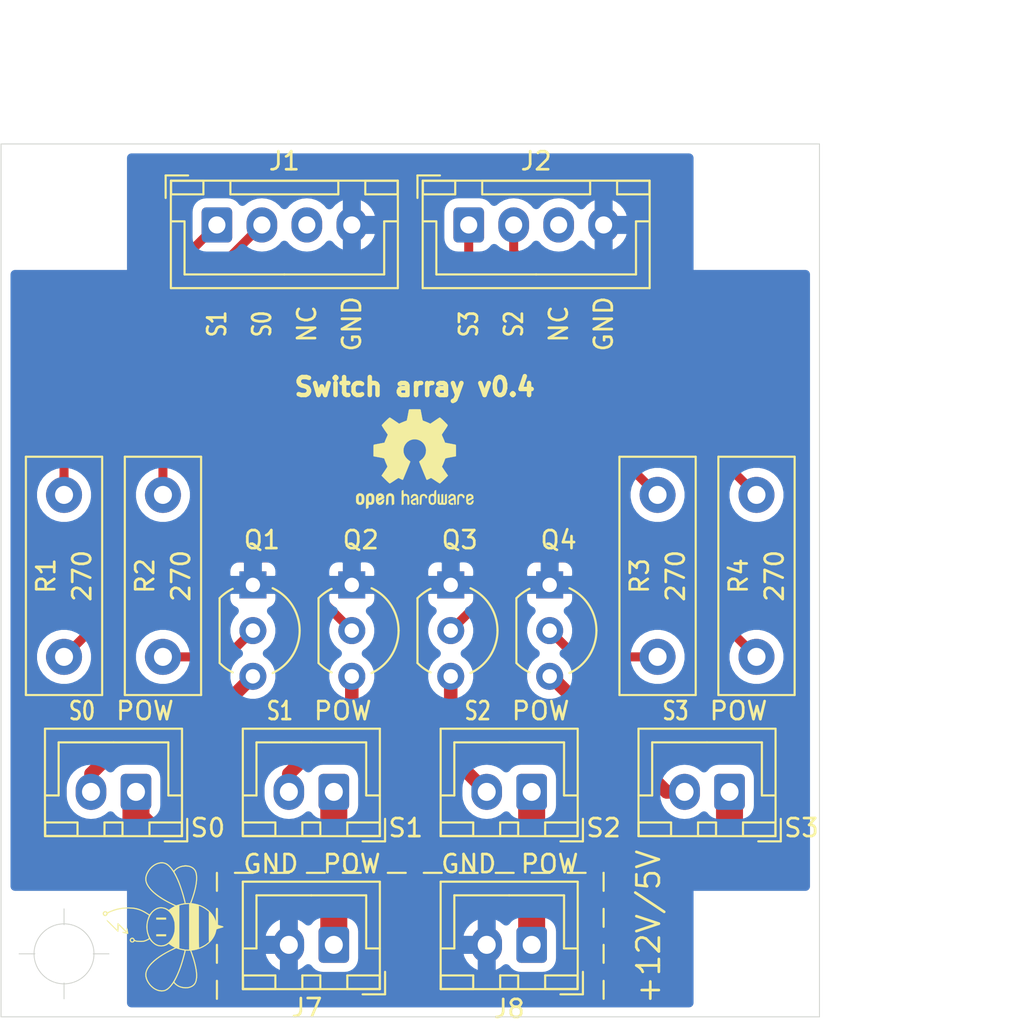
<source format=kicad_pcb>
(kicad_pcb (version 20171130) (host pcbnew "(5.1.7)-1")

  (general
    (thickness 1.6)
    (drawings 54)
    (tracks 50)
    (zones 0)
    (modules 22)
    (nets 17)
  )

  (page A4)
  (layers
    (0 F.Cu signal)
    (31 B.Cu signal)
    (32 B.Adhes user)
    (33 F.Adhes user)
    (34 B.Paste user)
    (35 F.Paste user)
    (36 B.SilkS user)
    (37 F.SilkS user)
    (38 B.Mask user)
    (39 F.Mask user)
    (40 Dwgs.User user)
    (41 Cmts.User user)
    (42 Eco1.User user)
    (43 Eco2.User user)
    (44 Edge.Cuts user)
    (45 Margin user)
    (46 B.CrtYd user)
    (47 F.CrtYd user)
    (48 B.Fab user)
    (49 F.Fab user hide)
  )

  (setup
    (last_trace_width 0.25)
    (user_trace_width 0.5)
    (user_trace_width 1)
    (trace_clearance 0.2)
    (zone_clearance 0.5)
    (zone_45_only no)
    (trace_min 0.2)
    (via_size 0.8)
    (via_drill 0.4)
    (via_min_size 0.4)
    (via_min_drill 0.3)
    (uvia_size 0.3)
    (uvia_drill 0.1)
    (uvias_allowed no)
    (uvia_min_size 0.2)
    (uvia_min_drill 0.1)
    (edge_width 0.05)
    (segment_width 0.2)
    (pcb_text_width 0.3)
    (pcb_text_size 1.5 1.5)
    (mod_edge_width 0.12)
    (mod_text_size 1 1)
    (mod_text_width 0.15)
    (pad_size 1.7 2)
    (pad_drill 1)
    (pad_to_mask_clearance 0)
    (aux_axis_origin 127.5 78.5)
    (visible_elements 7FFFFF7F)
    (pcbplotparams
      (layerselection 0x00020_7ffffffe)
      (usegerberextensions false)
      (usegerberattributes false)
      (usegerberadvancedattributes false)
      (creategerberjobfile false)
      (excludeedgelayer true)
      (linewidth 0.100000)
      (plotframeref false)
      (viasonmask false)
      (mode 1)
      (useauxorigin false)
      (hpglpennumber 1)
      (hpglpenspeed 20)
      (hpglpendiameter 15.000000)
      (psnegative false)
      (psa4output false)
      (plotreference true)
      (plotvalue true)
      (plotinvisibletext false)
      (padsonsilk false)
      (subtractmaskfromsilk false)
      (outputformat 1)
      (mirror false)
      (drillshape 0)
      (scaleselection 1)
      (outputdirectory "gerber/"))
  )

  (net 0 "")
  (net 1 GND)
  (net 2 "Net-(Q1-Pad2)")
  (net 3 "Net-(Q2-Pad2)")
  (net 4 "Net-(Q3-Pad2)")
  (net 5 "Net-(Q4-Pad2)")
  (net 6 "Net-(J3-Pad2)")
  (net 7 +12V)
  (net 8 "Net-(J4-Pad2)")
  (net 9 "Net-(J5-Pad2)")
  (net 10 "Net-(J6-Pad2)")
  (net 11 OUT_1)
  (net 12 OUT_2)
  (net 13 OUT_3)
  (net 14 OUT_0)
  (net 15 "Net-(J2-Pad3)")
  (net 16 "Net-(J1-Pad3)")

  (net_class Default "This is the default net class."
    (clearance 0.2)
    (trace_width 0.25)
    (via_dia 0.8)
    (via_drill 0.4)
    (uvia_dia 0.3)
    (uvia_drill 0.1)
    (add_net +12V)
    (add_net GND)
    (add_net "Net-(J1-Pad3)")
    (add_net "Net-(J2-Pad3)")
    (add_net "Net-(J3-Pad2)")
    (add_net "Net-(J4-Pad2)")
    (add_net "Net-(J5-Pad2)")
    (add_net "Net-(J6-Pad2)")
    (add_net "Net-(Q1-Pad2)")
    (add_net "Net-(Q2-Pad2)")
    (add_net "Net-(Q3-Pad2)")
    (add_net "Net-(Q4-Pad2)")
    (add_net OUT_0)
    (add_net OUT_1)
    (add_net OUT_2)
    (add_net OUT_3)
  )

  (module Connector_JST:JST_XH_B2B-XH-A_1x02_P2.50mm_Vertical (layer F.Cu) (tedit 5C28146C) (tstamp 5FD24BBE)
    (at 153.5 78 180)
    (descr "JST XH series connector, B2B-XH-A (http://www.jst-mfg.com/product/pdf/eng/eXH.pdf), generated with kicad-footprint-generator")
    (tags "connector JST XH vertical")
    (path /5FD25C64)
    (fp_text reference J8 (at 1.25 -3.55) (layer F.SilkS)
      (effects (font (size 1 1) (thickness 0.15)))
    )
    (fp_text value Conn_01x02 (at 1.25 4.6) (layer F.Fab)
      (effects (font (size 1 1) (thickness 0.15)))
    )
    (fp_line (start -2.85 -2.75) (end -2.85 -1.5) (layer F.SilkS) (width 0.12))
    (fp_line (start -1.6 -2.75) (end -2.85 -2.75) (layer F.SilkS) (width 0.12))
    (fp_line (start 4.3 2.75) (end 1.25 2.75) (layer F.SilkS) (width 0.12))
    (fp_line (start 4.3 -0.2) (end 4.3 2.75) (layer F.SilkS) (width 0.12))
    (fp_line (start 5.05 -0.2) (end 4.3 -0.2) (layer F.SilkS) (width 0.12))
    (fp_line (start -1.8 2.75) (end 1.25 2.75) (layer F.SilkS) (width 0.12))
    (fp_line (start -1.8 -0.2) (end -1.8 2.75) (layer F.SilkS) (width 0.12))
    (fp_line (start -2.55 -0.2) (end -1.8 -0.2) (layer F.SilkS) (width 0.12))
    (fp_line (start 5.05 -2.45) (end 3.25 -2.45) (layer F.SilkS) (width 0.12))
    (fp_line (start 5.05 -1.7) (end 5.05 -2.45) (layer F.SilkS) (width 0.12))
    (fp_line (start 3.25 -1.7) (end 5.05 -1.7) (layer F.SilkS) (width 0.12))
    (fp_line (start 3.25 -2.45) (end 3.25 -1.7) (layer F.SilkS) (width 0.12))
    (fp_line (start -0.75 -2.45) (end -2.55 -2.45) (layer F.SilkS) (width 0.12))
    (fp_line (start -0.75 -1.7) (end -0.75 -2.45) (layer F.SilkS) (width 0.12))
    (fp_line (start -2.55 -1.7) (end -0.75 -1.7) (layer F.SilkS) (width 0.12))
    (fp_line (start -2.55 -2.45) (end -2.55 -1.7) (layer F.SilkS) (width 0.12))
    (fp_line (start 1.75 -2.45) (end 0.75 -2.45) (layer F.SilkS) (width 0.12))
    (fp_line (start 1.75 -1.7) (end 1.75 -2.45) (layer F.SilkS) (width 0.12))
    (fp_line (start 0.75 -1.7) (end 1.75 -1.7) (layer F.SilkS) (width 0.12))
    (fp_line (start 0.75 -2.45) (end 0.75 -1.7) (layer F.SilkS) (width 0.12))
    (fp_line (start 0 -1.35) (end 0.625 -2.35) (layer F.Fab) (width 0.1))
    (fp_line (start -0.625 -2.35) (end 0 -1.35) (layer F.Fab) (width 0.1))
    (fp_line (start 5.45 -2.85) (end -2.95 -2.85) (layer F.CrtYd) (width 0.05))
    (fp_line (start 5.45 3.9) (end 5.45 -2.85) (layer F.CrtYd) (width 0.05))
    (fp_line (start -2.95 3.9) (end 5.45 3.9) (layer F.CrtYd) (width 0.05))
    (fp_line (start -2.95 -2.85) (end -2.95 3.9) (layer F.CrtYd) (width 0.05))
    (fp_line (start 5.06 -2.46) (end -2.56 -2.46) (layer F.SilkS) (width 0.12))
    (fp_line (start 5.06 3.51) (end 5.06 -2.46) (layer F.SilkS) (width 0.12))
    (fp_line (start -2.56 3.51) (end 5.06 3.51) (layer F.SilkS) (width 0.12))
    (fp_line (start -2.56 -2.46) (end -2.56 3.51) (layer F.SilkS) (width 0.12))
    (fp_line (start 4.95 -2.35) (end -2.45 -2.35) (layer F.Fab) (width 0.1))
    (fp_line (start 4.95 3.4) (end 4.95 -2.35) (layer F.Fab) (width 0.1))
    (fp_line (start -2.45 3.4) (end 4.95 3.4) (layer F.Fab) (width 0.1))
    (fp_line (start -2.45 -2.35) (end -2.45 3.4) (layer F.Fab) (width 0.1))
    (fp_text user %R (at 1.25 2.7) (layer F.Fab)
      (effects (font (size 1 1) (thickness 0.15)))
    )
    (pad 2 thru_hole oval (at 2.5 0 180) (size 1.7 2) (drill 1) (layers *.Cu *.Mask)
      (net 1 GND))
    (pad 1 thru_hole roundrect (at 0 0 180) (size 1.7 2) (drill 1) (layers *.Cu *.Mask) (roundrect_rratio 0.1470588235294118)
      (net 7 +12V))
    (model ${KISYS3DMOD}/Connector_JST.3dshapes/JST_XH_B2B-XH-A_1x02_P2.50mm_Vertical.wrl
      (at (xyz 0 0 0))
      (scale (xyz 1 1 1))
      (rotate (xyz 0 0 0))
    )
  )

  (module Connector_JST:JST_XH_B2B-XH-A_1x02_P2.50mm_Vertical (layer F.Cu) (tedit 5C28146C) (tstamp 5E237FFB)
    (at 164.5 69.5 180)
    (descr "JST XH series connector, B2B-XH-A (http://www.jst-mfg.com/product/pdf/eng/eXH.pdf), generated with kicad-footprint-generator")
    (tags "connector JST XH vertical")
    (path /5E2882ED)
    (fp_text reference J6 (at -1.5 -1.5) (layer F.Fab)
      (effects (font (size 1 1) (thickness 0.15)))
    )
    (fp_text value Conn_01x02 (at 1.25 4.6) (layer F.Fab) hide
      (effects (font (size 1 1) (thickness 0.15)))
    )
    (fp_line (start -2.85 -2.75) (end -2.85 -1.5) (layer F.SilkS) (width 0.12))
    (fp_line (start -1.6 -2.75) (end -2.85 -2.75) (layer F.SilkS) (width 0.12))
    (fp_line (start 4.3 2.75) (end 1.25 2.75) (layer F.SilkS) (width 0.12))
    (fp_line (start 4.3 -0.2) (end 4.3 2.75) (layer F.SilkS) (width 0.12))
    (fp_line (start 5.05 -0.2) (end 4.3 -0.2) (layer F.SilkS) (width 0.12))
    (fp_line (start -1.8 2.75) (end 1.25 2.75) (layer F.SilkS) (width 0.12))
    (fp_line (start -1.8 -0.2) (end -1.8 2.75) (layer F.SilkS) (width 0.12))
    (fp_line (start -2.55 -0.2) (end -1.8 -0.2) (layer F.SilkS) (width 0.12))
    (fp_line (start 5.05 -2.45) (end 3.25 -2.45) (layer F.SilkS) (width 0.12))
    (fp_line (start 5.05 -1.7) (end 5.05 -2.45) (layer F.SilkS) (width 0.12))
    (fp_line (start 3.25 -1.7) (end 5.05 -1.7) (layer F.SilkS) (width 0.12))
    (fp_line (start 3.25 -2.45) (end 3.25 -1.7) (layer F.SilkS) (width 0.12))
    (fp_line (start -0.75 -2.45) (end -2.55 -2.45) (layer F.SilkS) (width 0.12))
    (fp_line (start -0.75 -1.7) (end -0.75 -2.45) (layer F.SilkS) (width 0.12))
    (fp_line (start -2.55 -1.7) (end -0.75 -1.7) (layer F.SilkS) (width 0.12))
    (fp_line (start -2.55 -2.45) (end -2.55 -1.7) (layer F.SilkS) (width 0.12))
    (fp_line (start 1.75 -2.45) (end 0.75 -2.45) (layer F.SilkS) (width 0.12))
    (fp_line (start 1.75 -1.7) (end 1.75 -2.45) (layer F.SilkS) (width 0.12))
    (fp_line (start 0.75 -1.7) (end 1.75 -1.7) (layer F.SilkS) (width 0.12))
    (fp_line (start 0.75 -2.45) (end 0.75 -1.7) (layer F.SilkS) (width 0.12))
    (fp_line (start 0 -1.35) (end 0.625 -2.35) (layer F.Fab) (width 0.1))
    (fp_line (start -0.625 -2.35) (end 0 -1.35) (layer F.Fab) (width 0.1))
    (fp_line (start 5.45 -2.85) (end -2.95 -2.85) (layer F.CrtYd) (width 0.05))
    (fp_line (start 5.45 3.9) (end 5.45 -2.85) (layer F.CrtYd) (width 0.05))
    (fp_line (start -2.95 3.9) (end 5.45 3.9) (layer F.CrtYd) (width 0.05))
    (fp_line (start -2.95 -2.85) (end -2.95 3.9) (layer F.CrtYd) (width 0.05))
    (fp_line (start 5.06 -2.46) (end -2.56 -2.46) (layer F.SilkS) (width 0.12))
    (fp_line (start 5.06 3.51) (end 5.06 -2.46) (layer F.SilkS) (width 0.12))
    (fp_line (start -2.56 3.51) (end 5.06 3.51) (layer F.SilkS) (width 0.12))
    (fp_line (start -2.56 -2.46) (end -2.56 3.51) (layer F.SilkS) (width 0.12))
    (fp_line (start 4.95 -2.35) (end -2.45 -2.35) (layer F.Fab) (width 0.1))
    (fp_line (start 4.95 3.4) (end 4.95 -2.35) (layer F.Fab) (width 0.1))
    (fp_line (start -2.45 3.4) (end 4.95 3.4) (layer F.Fab) (width 0.1))
    (fp_line (start -2.45 -2.35) (end -2.45 3.4) (layer F.Fab) (width 0.1))
    (fp_text user %R (at 1.25 2) (layer F.Fab)
      (effects (font (size 1 1) (thickness 0.15)))
    )
    (pad 1 thru_hole roundrect (at 0 0 180) (size 1.7 2) (drill 1) (layers *.Cu *.Mask) (roundrect_rratio 0.1470588235294118)
      (net 7 +12V))
    (pad 2 thru_hole oval (at 2.5 0 180) (size 1.7 2) (drill 1) (layers *.Cu *.Mask)
      (net 10 "Net-(J6-Pad2)"))
    (model ${KISYS3DMOD}/Connector_JST.3dshapes/JST_XH_B2B-XH-A_1x02_P2.50mm_Vertical.wrl
      (at (xyz 0 0 0))
      (scale (xyz 1 1 1))
      (rotate (xyz 0 0 0))
    )
  )

  (module logo-beehive:logo-beehive-7_2х6_7mm (layer F.Cu) (tedit 0) (tstamp 5F35BC38)
    (at 133 77 90)
    (fp_text reference G*** (at 0 0 90) (layer F.SilkS) hide
      (effects (font (size 1.524 1.524) (thickness 0.3)))
    )
    (fp_text value LOGO (at 0.75 0 90) (layer F.SilkS) hide
      (effects (font (size 1.524 1.524) (thickness 0.3)))
    )
    (fp_poly (pts (xy 0.508 0.173182) (xy 0.404091 0.173182) (xy 0.404091 -0.369454) (xy 0.508 -0.369454)
      (xy 0.508 0.173182)) (layer F.SilkS) (width 0.01))
    (fp_poly (pts (xy -0.415636 0.173182) (xy -0.519546 0.173182) (xy -0.519546 -0.369454) (xy -0.415636 -0.369454)
      (xy -0.415636 0.173182)) (layer F.SilkS) (width 0.01))
    (fp_poly (pts (xy 0.373099 -3.122533) (xy 0.369224 -3.109199) (xy 0.354184 -3.086757) (xy 0.327016 -3.054031)
      (xy 0.28676 -3.009848) (xy 0.232455 -2.953033) (xy 0.16314 -2.882413) (xy 0.096827 -2.815781)
      (xy -0.190327 -2.528454) (xy 0.008746 -2.528454) (xy 0.081153 -2.528276) (xy 0.133629 -2.52753)
      (xy 0.169333 -2.525895) (xy 0.191424 -2.523054) (xy 0.203059 -2.518688) (xy 0.207397 -2.512477)
      (xy 0.207818 -2.50835) (xy 0.199922 -2.495335) (xy 0.177598 -2.468358) (xy 0.14289 -2.429638)
      (xy 0.097844 -2.381393) (xy 0.044505 -2.325843) (xy -0.015081 -2.265206) (xy -0.031647 -2.248578)
      (xy -0.107675 -2.171851) (xy -0.167131 -2.110416) (xy -0.21038 -2.063869) (xy -0.237787 -2.031809)
      (xy -0.249716 -2.01383) (xy -0.248124 -2.009314) (xy -0.224942 -2.01189) (xy -0.188032 -2.018168)
      (xy -0.15317 -2.025161) (xy -0.112516 -2.033013) (xy -0.088124 -2.034732) (xy -0.073974 -2.030254)
      (xy -0.067646 -2.024266) (xy -0.060571 -2.01187) (xy -0.063805 -2.001313) (xy -0.079929 -1.991447)
      (xy -0.111523 -1.981122) (xy -0.161166 -1.969192) (xy -0.218458 -1.957139) (xy -0.281228 -1.944397)
      (xy -0.325023 -1.935816) (xy -0.353499 -1.93097) (xy -0.370313 -1.929433) (xy -0.379119 -1.930779)
      (xy -0.383574 -1.934583) (xy -0.385558 -1.937671) (xy -0.386495 -1.953939) (xy -0.382402 -1.986838)
      (xy -0.374463 -2.031182) (xy -0.363866 -2.081789) (xy -0.351794 -2.133474) (xy -0.339436 -2.181054)
      (xy -0.327975 -2.219345) (xy -0.318599 -2.243164) (xy -0.31449 -2.248343) (xy -0.295101 -2.249946)
      (xy -0.285455 -2.234986) (xy -0.285226 -2.201866) (xy -0.294087 -2.148986) (xy -0.294139 -2.148738)
      (xy -0.302673 -2.107185) (xy -0.308924 -2.074871) (xy -0.311687 -2.05806) (xy -0.311727 -2.057342)
      (xy -0.303951 -2.063003) (xy -0.282058 -2.082978) (xy -0.248202 -2.115196) (xy -0.204539 -2.157586)
      (xy -0.153221 -2.208077) (xy -0.103751 -2.257256) (xy 0.104224 -2.464954) (xy -0.083408 -2.470727)
      (xy -0.15498 -2.473257) (xy -0.20655 -2.476017) (xy -0.241206 -2.479383) (xy -0.262038 -2.48373)
      (xy -0.272134 -2.489436) (xy -0.274392 -2.494) (xy -0.267207 -2.50546) (xy -0.245659 -2.530835)
      (xy -0.211923 -2.567927) (xy -0.168174 -2.614538) (xy -0.116585 -2.668467) (xy -0.059333 -2.727516)
      (xy 0.001408 -2.789486) (xy 0.063464 -2.852177) (xy 0.12466 -2.913392) (xy 0.18282 -2.97093)
      (xy 0.235771 -3.022593) (xy 0.281337 -3.066181) (xy 0.317345 -3.099496) (xy 0.341618 -3.120339)
      (xy 0.351193 -3.126571) (xy 0.366768 -3.127932) (xy 0.373099 -3.122533)) (layer F.SilkS) (width 0.01))
    (fp_poly (pts (xy 0.781124 -3.338272) (xy 0.820066 -3.312623) (xy 0.850866 -3.27735) (xy 0.862381 -3.253557)
      (xy 0.869381 -3.203831) (xy 0.86004 -3.155836) (xy 0.836291 -3.117453) (xy 0.826963 -3.109228)
      (xy 0.800557 -3.08931) (xy 0.860848 -2.961859) (xy 0.942059 -2.765907) (xy 1.003933 -2.561687)
      (xy 1.0468 -2.347606) (xy 1.070993 -2.122074) (xy 1.077124 -1.922318) (xy 1.073712 -1.775328)
      (xy 1.063437 -1.645173) (xy 1.045563 -1.526426) (xy 1.019354 -1.413658) (xy 0.998815 -1.345045)
      (xy 0.968368 -1.263013) (xy 0.926952 -1.169003) (xy 0.877686 -1.069335) (xy 0.823684 -0.970328)
      (xy 0.770857 -0.882677) (xy 0.741321 -0.836271) (xy 0.716056 -0.796521) (xy 0.69781 -0.767754)
      (xy 0.689434 -0.754466) (xy 0.694321 -0.742271) (xy 0.714538 -0.722105) (xy 0.745386 -0.698528)
      (xy 0.810309 -0.647155) (xy 0.876016 -0.583521) (xy 0.937047 -0.513779) (xy 0.987937 -0.444085)
      (xy 1.018545 -0.390721) (xy 1.053095 -0.310872) (xy 1.074433 -0.238095) (xy 1.084874 -0.162371)
      (xy 1.086945 -0.094934) (xy 1.076086 0.020467) (xy 1.045188 0.132328) (xy 0.995987 0.235343)
      (xy 0.96275 0.284984) (xy 0.935175 0.321741) (xy 0.996225 0.402894) (xy 1.032255 0.454242)
      (xy 1.070613 0.514339) (xy 1.103634 0.571117) (xy 1.10681 0.577014) (xy 1.156345 0.669982)
      (xy 1.269255 0.441786) (xy 1.379742 0.226784) (xy 1.488243 0.032834) (xy 1.595982 -0.141879)
      (xy 1.704185 -0.29917) (xy 1.814075 -0.440853) (xy 1.926878 -0.568743) (xy 2.004467 -0.647395)
      (xy 2.12895 -0.758498) (xy 2.2502 -0.847038) (xy 2.36916 -0.913164) (xy 2.48677 -0.957023)
      (xy 2.603972 -0.978764) (xy 2.721707 -0.978534) (xy 2.840917 -0.956481) (xy 2.962542 -0.912754)
      (xy 3.087524 -0.847501) (xy 3.125835 -0.823735) (xy 3.238046 -0.741435) (xy 3.336093 -0.648795)
      (xy 3.419199 -0.547932) (xy 3.486591 -0.440965) (xy 3.537492 -0.33001) (xy 3.571127 -0.217185)
      (xy 3.586721 -0.104607) (xy 3.583499 0.005605) (xy 3.560685 0.111335) (xy 3.517504 0.210464)
      (xy 3.509522 0.224138) (xy 3.467783 0.282863) (xy 3.410567 0.348425) (xy 3.342435 0.416194)
      (xy 3.267951 0.481537) (xy 3.215409 0.522663) (xy 3.176019 0.551978) (xy 3.144162 0.575822)
      (xy 3.123999 0.591072) (xy 3.119139 0.594895) (xy 3.125036 0.603996) (xy 3.144107 0.625315)
      (xy 3.172877 0.655066) (xy 3.189509 0.671619) (xy 3.25791 0.75317) (xy 3.316458 0.851565)
      (xy 3.363304 0.961991) (xy 3.396598 1.079634) (xy 3.414493 1.199678) (xy 3.417102 1.264228)
      (xy 3.40813 1.381577) (xy 3.38235 1.49233) (xy 3.34125 1.593721) (xy 3.286317 1.682986)
      (xy 3.219038 1.75736) (xy 3.140903 1.814077) (xy 3.113719 1.828107) (xy 3.009087 1.865839)
      (xy 2.886866 1.889603) (xy 2.747784 1.899491) (xy 2.592566 1.895596) (xy 2.42194 1.878011)
      (xy 2.236633 1.846829) (xy 2.037372 1.802142) (xy 1.824883 1.744044) (xy 1.599893 1.672626)
      (xy 1.430663 1.613046) (xy 1.320008 1.572564) (xy 1.295866 1.718578) (xy 1.25303 1.913354)
      (xy 1.190764 2.095947) (xy 1.10864 2.267293) (xy 1.006231 2.428329) (xy 0.923258 2.534228)
      (xy 0.814822 2.647279) (xy 0.693857 2.746765) (xy 0.563822 2.830581) (xy 0.428175 2.896622)
      (xy 0.290374 2.942784) (xy 0.229531 2.956334) (xy 0.189546 2.963931) (xy 0.158226 2.970106)
      (xy 0.143514 2.973255) (xy 0.135688 2.984969) (xy 0.123584 3.014497) (xy 0.108873 3.057339)
      (xy 0.093667 3.107452) (xy 0.076809 3.166365) (xy 0.060376 3.223781) (xy 0.0465 3.272257)
      (xy 0.038811 3.299114) (xy 0.025628 3.336932) (xy 0.012258 3.355729) (xy 0 3.359728)
      (xy -0.015288 3.353083) (xy -0.028404 3.330514) (xy -0.038811 3.299114) (xy -0.049206 3.262807)
      (xy -0.063822 3.211743) (xy -0.080529 3.153364) (xy -0.093667 3.107452) (xy -0.109311 3.055982)
      (xy -0.123971 3.013455) (xy -0.135977 2.984371) (xy -0.143515 2.973255) (xy -0.160656 2.969615)
      (xy -0.19313 2.96324) (xy -0.229531 2.956334) (xy -0.367186 2.919651) (xy -0.504219 2.862154)
      (xy -0.637175 2.785947) (xy -0.762596 2.693133) (xy -0.877026 2.585815) (xy -0.923269 2.534228)
      (xy -1.03903 2.38033) (xy -1.135257 2.214564) (xy -1.212083 2.036622) (xy -1.219586 2.011796)
      (xy -1.165985 2.011796) (xy -1.160628 2.030696) (xy -1.146181 2.0653) (xy -1.124874 2.111187)
      (xy -1.098933 2.163934) (xy -1.070588 2.219118) (xy -1.042066 2.272316) (xy -1.015595 2.319106)
      (xy -0.993403 2.355066) (xy -0.991985 2.357185) (xy -0.958579 2.404438) (xy -0.920872 2.454363)
      (xy -0.891354 2.490932) (xy -0.840013 2.551546) (xy 0.841033 2.551546) (xy 0.892441 2.490932)
      (xy 0.93843 2.432196) (xy 0.986502 2.362985) (xy 1.033888 2.288071) (xy 1.077819 2.212231)
      (xy 1.115523 2.140238) (xy 1.144233 2.076867) (xy 1.160841 2.028255) (xy 1.168594 1.997364)
      (xy 0.001251 1.997364) (xy -0.195644 1.997416) (xy -0.37057 1.997583) (xy -0.524648 1.997878)
      (xy -0.659 1.998316) (xy -0.774746 1.998909) (xy -0.873009 1.999671) (xy -0.95491 2.000618)
      (xy -1.02157 2.001762) (xy -1.074111 2.003117) (xy -1.113653 2.004698) (xy -1.141319 2.006517)
      (xy -1.158229 2.00859) (xy -1.165506 2.01093) (xy -1.165985 2.011796) (xy -1.219586 2.011796)
      (xy -1.26964 1.846195) (xy -1.308059 1.642973) (xy -1.310363 1.625739) (xy -1.317382 1.571614)
      (xy -1.42935 1.612882) (xy -1.629865 1.683029) (xy -1.825759 1.744185) (xy -2.015 1.795944)
      (xy -2.195555 1.837898) (xy -2.365393 1.869639) (xy -2.522479 1.89076) (xy -2.664783 1.900853)
      (xy -2.790271 1.899511) (xy -2.838314 1.895344) (xy -2.96209 1.875638) (xy -3.066609 1.846125)
      (xy -3.154103 1.80545) (xy -3.226803 1.752259) (xy -3.286941 1.685198) (xy -3.336747 1.602914)
      (xy -3.343746 1.588582) (xy -3.385695 1.481123) (xy -3.408942 1.37211) (xy -3.411475 1.320836)
      (xy -3.357374 1.320836) (xy -3.349051 1.403928) (xy -3.330314 1.480954) (xy -3.299783 1.559775)
      (xy -3.296364 1.567326) (xy -3.25627 1.634464) (xy -3.201534 1.697768) (xy -3.138721 1.750591)
      (xy -3.084262 1.782114) (xy -2.99339 1.813382) (xy -2.884978 1.834294) (xy -2.762244 1.844603)
      (xy -2.628408 1.844064) (xy -2.486691 1.83243) (xy -2.463978 1.829585) (xy -2.25216 1.794568)
      (xy -2.026325 1.743379) (xy -1.788428 1.676523) (xy -1.540425 1.594501) (xy -1.510962 1.583982)
      (xy -1.325191 1.51715) (xy -1.320921 1.390773) (xy -1.27 1.390773) (xy -1.27 1.454728)
      (xy 1.273528 1.454728) (xy 1.266408 1.330287) (xy 1.260547 1.26306) (xy 1.316252 1.26306)
      (xy 1.321954 1.512174) (xy 1.368136 1.530811) (xy 1.439484 1.558222) (xy 1.526724 1.589564)
      (xy 1.623473 1.622685) (xy 1.72335 1.655429) (xy 1.819972 1.685644) (xy 1.878735 1.703118)
      (xy 2.093291 1.760255) (xy 2.292609 1.802908) (xy 2.476182 1.831017) (xy 2.6435 1.844517)
      (xy 2.794056 1.843349) (xy 2.91629 1.829447) (xy 3.012927 1.807479) (xy 3.091872 1.777436)
      (xy 3.157765 1.737114) (xy 3.209942 1.690006) (xy 3.274118 1.607281) (xy 3.319819 1.513726)
      (xy 3.347495 1.407928) (xy 3.357597 1.28847) (xy 3.356526 1.229811) (xy 3.340665 1.088035)
      (xy 3.306955 0.96039) (xy 3.255506 0.847166) (xy 3.186427 0.748656) (xy 3.170098 0.730306)
      (xy 3.127268 0.685713) (xy 3.094795 0.657447) (xy 3.0686 0.643813) (xy 3.044605 0.643112)
      (xy 3.018734 0.65365) (xy 3.005226 0.661713) (xy 2.958944 0.688662) (xy 2.89593 0.722084)
      (xy 2.820825 0.759719) (xy 2.738272 0.799303) (xy 2.652912 0.838574) (xy 2.569387 0.875271)
      (xy 2.550619 0.883239) (xy 2.457139 0.920633) (xy 2.346529 0.961571) (xy 2.223166 1.004679)
      (xy 2.09143 1.048584) (xy 1.955698 1.091912) (xy 1.820349 1.133289) (xy 1.689763 1.171341)
      (xy 1.568317 1.204694) (xy 1.46039 1.231975) (xy 1.385859 1.248683) (xy 1.316252 1.26306)
      (xy 1.260547 1.26306) (xy 1.259747 1.253895) (xy 1.248535 1.167625) (xy 1.234147 1.079964)
      (xy 1.217961 0.9994) (xy 1.203276 0.940955) (xy 1.193293 0.906319) (xy -1.194304 0.906319)
      (xy -1.220268 1.010228) (xy -1.23911 1.098477) (xy -1.254501 1.195531) (xy -1.26518 1.29174)
      (xy -1.269885 1.377451) (xy -1.27 1.390773) (xy -1.320921 1.390773) (xy -1.316645 1.264228)
      (xy -1.434754 1.236895) (xy -1.501797 1.22041) (xy -1.585737 1.198273) (xy -1.681508 1.171947)
      (xy -1.78404 1.142901) (xy -1.888267 1.112598) (xy -1.989119 1.082507) (xy -2.08153 1.054092)
      (xy -2.160431 1.02882) (xy -2.199409 1.015696) (xy -2.323182 0.971175) (xy -2.448985 0.92273)
      (xy -2.572984 0.872035) (xy -2.691345 0.820767) (xy -2.800235 0.770601) (xy -2.89582 0.723212)
      (xy -2.974265 0.680275) (xy -2.993815 0.668554) (xy -3.027147 0.649909) (xy -3.05353 0.642358)
      (xy -3.078126 0.647357) (xy -3.106096 0.666363) (xy -3.142603 0.700832) (xy -3.15587 0.714282)
      (xy -3.232717 0.809128) (xy -3.291358 0.918026) (xy -3.331675 1.040673) (xy -3.353547 1.176766)
      (xy -3.356664 1.223819) (xy -3.357374 1.320836) (xy -3.411475 1.320836) (xy -3.414734 1.254894)
      (xy -3.413307 1.218046) (xy -3.396132 1.080679) (xy -3.361188 0.952052) (xy -3.309573 0.83484)
      (xy -3.242385 0.731716) (xy -3.188985 0.671619) (xy -3.1569 0.639059) (xy -3.132792 0.613101)
      (xy -3.120127 0.597552) (xy -3.119139 0.594895) (xy -3.1295 0.586909) (xy -3.154289 0.568322)
      (xy -3.189354 0.542238) (xy -3.216089 0.522438) (xy -3.292731 0.461203) (xy -3.366118 0.3941)
      (xy -3.431605 0.325854) (xy -3.484547 0.261184) (xy -3.509522 0.224148) (xy -3.556269 0.125261)
      (xy -3.582294 0.01982) (xy -3.58729 -0.071302) (xy -3.531475 -0.071302) (xy -3.530831 -0.039606)
      (xy -3.527441 0.015291) (xy -3.521365 0.056568) (xy -3.510236 0.093692) (xy -3.491685 0.136134)
      (xy -3.481814 0.156403) (xy -3.425027 0.248295) (xy -3.345829 0.340169) (xy -3.244895 0.431635)
      (xy -3.122901 0.522299) (xy -2.980524 0.611771) (xy -2.81844 0.699659) (xy -2.637324 0.785571)
      (xy -2.437852 0.869116) (xy -2.220702 0.949901) (xy -1.986548 1.027535) (xy -1.9685 1.033164)
      (xy -1.899652 1.053987) (xy -1.823419 1.076095) (xy -1.742903 1.098684) (xy -1.661204 1.120951)
      (xy -1.581421 1.142094) (xy -1.506657 1.161309) (xy -1.440011 1.177795) (xy -1.384584 1.190747)
      (xy -1.343476 1.199364) (xy -1.319788 1.202841) (xy -1.315331 1.202301) (xy -1.310525 1.18843)
      (xy -1.303023 1.157156) (xy -1.294048 1.113834) (xy -1.288644 1.085273) (xy -1.275538 1.023924)
      (xy -1.257466 0.952675) (xy -1.237498 0.883276) (xy -1.228744 0.855882) (xy -1.188907 0.736173)
      (xy -1.190922 0.731736) (xy 1.187715 0.731736) (xy 1.224028 0.841244) (xy 1.24494 0.908541)
      (xy 1.264527 0.979266) (xy 1.281511 1.04802) (xy 1.294618 1.109401) (xy 1.302571 1.158011)
      (xy 1.304386 1.181301) (xy 1.307638 1.204155) (xy 1.31928 1.209081) (xy 1.324841 1.207791)
      (xy 1.342821 1.202968) (xy 1.378686 1.193763) (xy 1.427904 1.181327) (xy 1.485942 1.166807)
      (xy 1.512454 1.160216) (xy 1.7631 1.094106) (xy 2.000962 1.023487) (xy 2.225116 0.948828)
      (xy 2.434641 0.870599) (xy 2.628614 0.789271) (xy 2.806113 0.705311) (xy 2.966216 0.61919)
      (xy 3.108001 0.531377) (xy 3.230545 0.442341) (xy 3.332927 0.352553) (xy 3.414223 0.262482)
      (xy 3.473511 0.172596) (xy 3.480994 0.15806) (xy 3.502829 0.111304) (xy 3.516532 0.072763)
      (xy 3.524475 0.033013) (xy 3.529027 -0.017368) (xy 3.530161 -0.037404) (xy 3.525184 -0.160604)
      (xy 3.497675 -0.281907) (xy 3.448182 -0.400087) (xy 3.377254 -0.513921) (xy 3.285439 -0.622184)
      (xy 3.25425 -0.653064) (xy 3.14536 -0.74489) (xy 3.031263 -0.818683) (xy 2.914113 -0.873715)
      (xy 2.796064 -0.909257) (xy 2.679268 -0.924579) (xy 2.565881 -0.918952) (xy 2.505364 -0.906562)
      (xy 2.39331 -0.865968) (xy 2.278736 -0.803154) (xy 2.162206 -0.718784) (xy 2.044283 -0.613524)
      (xy 1.925533 -0.488036) (xy 1.80652 -0.342986) (xy 1.687807 -0.179037) (xy 1.56996 0.003146)
      (xy 1.453542 0.202899) (xy 1.339118 0.419558) (xy 1.284575 0.530391) (xy 1.187715 0.731736)
      (xy -1.190922 0.731736) (xy -1.242049 0.6192) (xy -1.344968 0.403905) (xy -1.452176 0.201117)
      (xy -1.562851 0.011828) (xy -1.676172 -0.16297) (xy -1.791318 -0.322286) (xy -1.907468 -0.465127)
      (xy -2.0238 -0.590502) (xy -2.139494 -0.697418) (xy -2.253727 -0.784885) (xy -2.36568 -0.851909)
      (xy -2.47453 -0.8975) (xy -2.505364 -0.906562) (xy -2.615938 -0.924099) (xy -2.731113 -0.920284)
      (xy -2.848734 -0.895846) (xy -2.966648 -0.851514) (xy -3.082701 -0.788017) (xy -3.19474 -0.706084)
      (xy -3.25425 -0.653064) (xy -3.352283 -0.546482) (xy -3.429568 -0.433803) (xy -3.485559 -0.316239)
      (xy -3.51971 -0.195001) (xy -3.531475 -0.071302) (xy -3.58729 -0.071302) (xy -3.588325 -0.090174)
      (xy -3.575091 -0.202723) (xy -3.543319 -0.315828) (xy -3.493736 -0.427488) (xy -3.427071 -0.535706)
      (xy -3.344052 -0.638481) (xy -3.245405 -0.733815) (xy -3.131858 -0.819709) (xy -3.128818 -0.821729)
      (xy -3.003531 -0.894559) (xy -2.880454 -0.945281) (xy -2.758981 -0.973797) (xy -2.638509 -0.980009)
      (xy -2.518432 -0.96382) (xy -2.398146 -0.925131) (xy -2.277046 -0.863845) (xy -2.154528 -0.779862)
      (xy -2.029987 -0.673087) (xy -1.993285 -0.637726) (xy -1.876664 -0.514496) (xy -1.76359 -0.378067)
      (xy -1.652878 -0.226667) (xy -1.543339 -0.058527) (xy -1.433786 0.128125) (xy -1.323032 0.335058)
      (xy -1.269145 0.442009) (xy -1.156125 0.670426) (xy -1.109291 0.580554) (xy -1.078495 0.526225)
      (xy -1.040587 0.466059) (xy -1.003155 0.412031) (xy -0.998816 0.406212) (xy -0.935175 0.321741)
      (xy -0.962751 0.284984) (xy -1.021033 0.188878) (xy -1.061938 0.08109) (xy -1.083733 -0.033077)
      (xy -1.086945 -0.094934) (xy -1.086541 -0.104581) (xy -1.03596 -0.104581) (xy -1.026154 0.004092)
      (xy -0.995446 0.109498) (xy -0.944929 0.210166) (xy -0.875696 0.304621) (xy -0.78884 0.391391)
      (xy -0.685456 0.469002) (xy -0.566635 0.535983) (xy -0.433472 0.590859) (xy -0.423003 0.594423)
      (xy -0.343148 0.618909) (xy -0.268002 0.636303) (xy -0.191285 0.647415) (xy -0.10671 0.653053)
      (xy -0.007997 0.654028) (xy 0.034636 0.653341) (xy 0.112848 0.651127) (xy 0.17405 0.647841)
      (xy 0.224321 0.642791) (xy 0.269739 0.635286) (xy 0.316383 0.624634) (xy 0.339248 0.618667)
      (xy 0.48028 0.572409) (xy 0.60799 0.513494) (xy 0.721255 0.443288) (xy 0.818952 0.363159)
      (xy 0.89996 0.274475) (xy 0.963155 0.178601) (xy 1.007416 0.076906) (xy 1.031619 -0.029243)
      (xy 1.034643 -0.13848) (xy 1.02377 -0.215046) (xy 0.988557 -0.32622) (xy 0.932382 -0.430687)
      (xy 0.856726 -0.527164) (xy 0.763074 -0.614365) (xy 0.652907 -0.691003) (xy 0.527709 -0.755794)
      (xy 0.388962 -0.807452) (xy 0.317435 -0.827343) (xy 0.265651 -0.839627) (xy 0.220998 -0.848283)
      (xy 0.17729 -0.853929) (xy 0.128345 -0.85718) (xy 0.067978 -0.858652) (xy 0 -0.858965)
      (xy -0.075828 -0.858546) (xy -0.134778 -0.856879) (xy -0.183055 -0.853351) (xy -0.226862 -0.847346)
      (xy -0.272404 -0.838251) (xy -0.3175 -0.827536) (xy -0.462194 -0.78292) (xy -0.594078 -0.724467)
      (xy -0.711668 -0.653466) (xy -0.813482 -0.571202) (xy -0.898035 -0.478962) (xy -0.963844 -0.378032)
      (xy -1.009426 -0.269698) (xy -1.02377 -0.215046) (xy -1.03596 -0.104581) (xy -1.086541 -0.104581)
      (xy -1.083385 -0.179891) (xy -1.070732 -0.2541) (xy -1.046671 -0.327578) (xy -1.018545 -0.390721)
      (xy -0.980207 -0.455708) (xy -0.927199 -0.525847) (xy -0.864982 -0.594984) (xy -0.799018 -0.656964)
      (xy -0.745379 -0.698532) (xy -0.681877 -0.742268) (xy -0.711307 -0.789657) (xy -0.775382 -0.91204)
      (xy -0.815808 -1.027545) (xy -0.827612 -1.090213) (xy -0.834802 -1.168285) (xy -0.837383 -1.254538)
      (xy -0.835358 -1.341751) (xy -0.828733 -1.422702) (xy -0.81751 -1.490171) (xy -0.815547 -1.498229)
      (xy -0.794048 -1.58214) (xy -0.823808 -1.60555) (xy -0.855103 -1.643446) (xy -0.868873 -1.689922)
      (xy -0.86773 -1.706645) (xy -0.819727 -1.706645) (xy -0.810207 -1.679885) (xy -0.786971 -1.652868)
      (xy -0.758005 -1.63322) (xy -0.737292 -1.627909) (xy -0.710612 -1.635591) (xy -0.684812 -1.653012)
      (xy -0.663044 -1.686513) (xy -0.659999 -1.722991) (xy -0.673306 -1.756371) (xy -0.700596 -1.780577)
      (xy -0.738071 -1.789545) (xy -0.771185 -1.779412) (xy -0.800241 -1.754129) (xy -0.817681 -1.721369)
      (xy -0.819727 -1.706645) (xy -0.86773 -1.706645) (xy -0.865518 -1.739005) (xy -0.845439 -1.784719)
      (xy -0.809361 -1.820873) (xy -0.764231 -1.842776) (xy -0.71985 -1.844407) (xy -0.67516 -1.829062)
      (xy -0.639173 -1.800811) (xy -0.612432 -1.758947) (xy -0.600564 -1.712661) (xy -0.600407 -1.706982)
      (xy -0.610708 -1.664952) (xy -0.637735 -1.624526) (xy -0.675862 -1.593111) (xy -0.693329 -1.584583)
      (xy -0.721895 -1.570686) (xy -0.739711 -1.55217) (xy -0.753326 -1.521228) (xy -0.757751 -1.507784)
      (xy -0.769308 -1.45586) (xy -0.777432 -1.387829) (xy -0.781948 -1.310446) (xy -0.782678 -1.230465)
      (xy -0.779447 -1.15464) (xy -0.772077 -1.089725) (xy -0.769104 -1.073727) (xy -0.757296 -1.030294)
      (xy -0.73904 -0.97831) (xy -0.716774 -0.923294) (xy -0.692936 -0.870762) (xy -0.669964 -0.826231)
      (xy -0.650298 -0.795219) (xy -0.641975 -0.786089) (xy -0.623931 -0.784078) (xy -0.587414 -0.793208)
      (xy -0.531675 -0.81367) (xy -0.528876 -0.814791) (xy -0.356342 -0.871998) (xy -0.181043 -0.906566)
      (xy -0.004425 -0.918495) (xy 0.172062 -0.907786) (xy 0.346972 -0.87444) (xy 0.518857 -0.818457)
      (xy 0.529286 -0.814279) (xy 0.629227 -0.773804) (xy 0.652693 -0.802464) (xy 0.675511 -0.833998)
      (xy 0.706046 -0.881335) (xy 0.741548 -0.939695) (xy 0.779269 -1.004299) (xy 0.816461 -1.070367)
      (xy 0.850376 -1.133118) (xy 0.878263 -1.187772) (xy 0.894974 -1.223818) (xy 0.952283 -1.384565)
      (xy 0.993139 -1.55845) (xy 1.017692 -1.742563) (xy 1.026091 -1.933994) (xy 1.018488 -2.129834)
      (xy 0.995032 -2.327174) (xy 0.955874 -2.523103) (xy 0.901163 -2.714712) (xy 0.83105 -2.899092)
      (xy 0.805599 -2.955636) (xy 0.782039 -3.005003) (xy 0.764405 -3.037704) (xy 0.749165 -3.058139)
      (xy 0.732786 -3.070709) (xy 0.711739 -3.079812) (xy 0.70366 -3.082636) (xy 0.659252 -3.106825)
      (xy 0.624129 -3.142791) (xy 0.603562 -3.184206) (xy 0.600364 -3.206712) (xy 0.604074 -3.224306)
      (xy 0.659665 -3.224306) (xy 0.662521 -3.188954) (xy 0.683492 -3.15701) (xy 0.688511 -3.152747)
      (xy 0.725237 -3.132232) (xy 0.758193 -3.133638) (xy 0.791365 -3.157134) (xy 0.791388 -3.157157)
      (xy 0.814899 -3.190331) (xy 0.816319 -3.223285) (xy 0.795819 -3.260007) (xy 0.795798 -3.260034)
      (xy 0.76393 -3.285504) (xy 0.738071 -3.290454) (xy 0.699613 -3.281092) (xy 0.672753 -3.257031)
      (xy 0.659665 -3.224306) (xy 0.604074 -3.224306) (xy 0.611034 -3.257305) (xy 0.639695 -3.301015)
      (xy 0.68132 -3.332816) (xy 0.730884 -3.347682) (xy 0.741833 -3.348181) (xy 0.781124 -3.338272)) (layer F.SilkS) (width 0.01))
  )

  (module MountingHole:MountingHole_3.2mm_M3_DIN965 (layer F.Cu) (tedit 56D1B4CB) (tstamp 5E24DAD1)
    (at 166 37 270)
    (descr "Mounting Hole 3.2mm, no annular, M3, DIN965")
    (tags "mounting hole 3.2mm no annular m3 din965")
    (attr virtual)
    (fp_text reference REF** (at 0 -3.8 90) (layer F.SilkS) hide
      (effects (font (size 1 1) (thickness 0.15)))
    )
    (fp_text value MountingHole_3.2mm_M3_DIN965 (at 0 3.8 90) (layer F.Fab) hide
      (effects (font (size 1 1) (thickness 0.15)))
    )
    (fp_circle (center 0 0) (end 3.05 0) (layer F.CrtYd) (width 0.05))
    (fp_circle (center 0 0) (end 2.8 0) (layer Cmts.User) (width 0.15))
    (fp_text user %R (at 0.3 0 90) (layer F.Fab) hide
      (effects (font (size 1 1) (thickness 0.15)))
    )
    (pad 1 np_thru_hole circle (at 0 0 270) (size 3.2 3.2) (drill 3.2) (layers *.Cu *.Mask))
  )

  (module MountingHole:MountingHole_3.2mm_M3_DIN965 (layer F.Cu) (tedit 56D1B4CB) (tstamp 5E24DAD1)
    (at 166 78.5 180)
    (descr "Mounting Hole 3.2mm, no annular, M3, DIN965")
    (tags "mounting hole 3.2mm no annular m3 din965")
    (attr virtual)
    (fp_text reference REF** (at 0 -3.8) (layer F.SilkS) hide
      (effects (font (size 1 1) (thickness 0.15)))
    )
    (fp_text value MountingHole_3.2mm_M3_DIN965 (at 0 3.8) (layer F.Fab) hide
      (effects (font (size 1 1) (thickness 0.15)))
    )
    (fp_circle (center 0 0) (end 3.05 0) (layer F.CrtYd) (width 0.05))
    (fp_circle (center 0 0) (end 2.8 0) (layer Cmts.User) (width 0.15))
    (fp_text user %R (at 0.3 0) (layer F.Fab) hide
      (effects (font (size 1 1) (thickness 0.15)))
    )
    (pad 1 np_thru_hole circle (at 0 0 180) (size 3.2 3.2) (drill 3.2) (layers *.Cu *.Mask))
  )

  (module MountingHole:MountingHole_3.2mm_M3_DIN965 (layer F.Cu) (tedit 56D1B4CB) (tstamp 5E24DAD1)
    (at 127.5 78.5 90)
    (descr "Mounting Hole 3.2mm, no annular, M3, DIN965")
    (tags "mounting hole 3.2mm no annular m3 din965")
    (attr virtual)
    (fp_text reference REF** (at 0 -3.8 90) (layer F.SilkS) hide
      (effects (font (size 1 1) (thickness 0.15)))
    )
    (fp_text value MountingHole_3.2mm_M3_DIN965 (at 0 3.8 90) (layer F.Fab) hide
      (effects (font (size 1 1) (thickness 0.15)))
    )
    (fp_circle (center 0 0) (end 3.05 0) (layer F.CrtYd) (width 0.05))
    (fp_circle (center 0 0) (end 2.8 0) (layer Cmts.User) (width 0.15))
    (fp_text user %R (at 0.3 0 90) (layer F.Fab) hide
      (effects (font (size 1 1) (thickness 0.15)))
    )
    (pad 1 np_thru_hole circle (at 0 0 90) (size 3.2 3.2) (drill 3.2) (layers *.Cu *.Mask))
  )

  (module MountingHole:MountingHole_3.2mm_M3_DIN965 (layer F.Cu) (tedit 56D1B4CB) (tstamp 5E24DA55)
    (at 127.5 37 90)
    (descr "Mounting Hole 3.2mm, no annular, M3, DIN965")
    (tags "mounting hole 3.2mm no annular m3 din965")
    (attr virtual)
    (fp_text reference REF** (at 0 -3.8 90) (layer F.SilkS) hide
      (effects (font (size 1 1) (thickness 0.15)))
    )
    (fp_text value MountingHole_3.2mm_M3_DIN965 (at 0 3.8 90) (layer F.Fab) hide
      (effects (font (size 1 1) (thickness 0.15)))
    )
    (fp_circle (center 0 0) (end 2.8 0) (layer Cmts.User) (width 0.15))
    (fp_circle (center 0 0) (end 3.05 0) (layer F.CrtYd) (width 0.05))
    (fp_text user %R (at 0.3 0 90) (layer F.Fab) hide
      (effects (font (size 1 1) (thickness 0.15)))
    )
    (pad 1 np_thru_hole circle (at 0 0 90) (size 3.2 3.2) (drill 3.2) (layers *.Cu *.Mask))
  )

  (module Symbol:OSHW-Logo2_7.3x6mm_SilkScreen (layer F.Cu) (tedit 0) (tstamp 5E24CB80)
    (at 147 51)
    (descr "Open Source Hardware Symbol")
    (tags "Logo Symbol OSHW")
    (attr virtual)
    (fp_text reference REF** (at 0 0) (layer F.SilkS) hide
      (effects (font (size 1 1) (thickness 0.15)))
    )
    (fp_text value OSHW-Logo2_7.3x6mm_SilkScreen (at 0.75 0) (layer F.Fab) hide
      (effects (font (size 1 1) (thickness 0.15)))
    )
    (fp_poly (pts (xy -2.400256 1.919918) (xy -2.344799 1.947568) (xy -2.295852 1.99848) (xy -2.282371 2.017338)
      (xy -2.267686 2.042015) (xy -2.258158 2.068816) (xy -2.252707 2.104587) (xy -2.250253 2.156169)
      (xy -2.249714 2.224267) (xy -2.252148 2.317588) (xy -2.260606 2.387657) (xy -2.276826 2.439931)
      (xy -2.302546 2.479869) (xy -2.339503 2.512929) (xy -2.342218 2.514886) (xy -2.37864 2.534908)
      (xy -2.422498 2.544815) (xy -2.478276 2.547257) (xy -2.568952 2.547257) (xy -2.56899 2.635283)
      (xy -2.569834 2.684308) (xy -2.574976 2.713065) (xy -2.588413 2.730311) (xy -2.614142 2.744808)
      (xy -2.620321 2.747769) (xy -2.649236 2.761648) (xy -2.671624 2.770414) (xy -2.688271 2.771171)
      (xy -2.699964 2.761023) (xy -2.70749 2.737073) (xy -2.711634 2.696426) (xy -2.713185 2.636186)
      (xy -2.712929 2.553455) (xy -2.711651 2.445339) (xy -2.711252 2.413) (xy -2.709815 2.301524)
      (xy -2.708528 2.228603) (xy -2.569029 2.228603) (xy -2.568245 2.290499) (xy -2.56476 2.330997)
      (xy -2.556876 2.357708) (xy -2.542895 2.378244) (xy -2.533403 2.38826) (xy -2.494596 2.417567)
      (xy -2.460237 2.419952) (xy -2.424784 2.39575) (xy -2.423886 2.394857) (xy -2.409461 2.376153)
      (xy -2.400687 2.350732) (xy -2.396261 2.311584) (xy -2.394882 2.251697) (xy -2.394857 2.23843)
      (xy -2.398188 2.155901) (xy -2.409031 2.098691) (xy -2.42866 2.063766) (xy -2.45835 2.048094)
      (xy -2.475509 2.046514) (xy -2.516234 2.053926) (xy -2.544168 2.07833) (xy -2.560983 2.12298)
      (xy -2.56835 2.19113) (xy -2.569029 2.228603) (xy -2.708528 2.228603) (xy -2.708292 2.215245)
      (xy -2.706323 2.150333) (xy -2.70355 2.102958) (xy -2.699612 2.06929) (xy -2.694151 2.045498)
      (xy -2.686808 2.027753) (xy -2.677223 2.012224) (xy -2.673113 2.006381) (xy -2.618595 1.951185)
      (xy -2.549664 1.91989) (xy -2.469928 1.911165) (xy -2.400256 1.919918)) (layer F.SilkS) (width 0.01))
    (fp_poly (pts (xy -1.283907 1.92778) (xy -1.237328 1.954723) (xy -1.204943 1.981466) (xy -1.181258 2.009484)
      (xy -1.164941 2.043748) (xy -1.154661 2.089227) (xy -1.149086 2.150892) (xy -1.146884 2.233711)
      (xy -1.146629 2.293246) (xy -1.146629 2.512391) (xy -1.208314 2.540044) (xy -1.27 2.567697)
      (xy -1.277257 2.32767) (xy -1.280256 2.238028) (xy -1.283402 2.172962) (xy -1.287299 2.128026)
      (xy -1.292553 2.09877) (xy -1.299769 2.080748) (xy -1.30955 2.069511) (xy -1.312688 2.067079)
      (xy -1.360239 2.048083) (xy -1.408303 2.0556) (xy -1.436914 2.075543) (xy -1.448553 2.089675)
      (xy -1.456609 2.10822) (xy -1.461729 2.136334) (xy -1.464559 2.179173) (xy -1.465744 2.241895)
      (xy -1.465943 2.307261) (xy -1.465982 2.389268) (xy -1.467386 2.447316) (xy -1.472086 2.486465)
      (xy -1.482013 2.51178) (xy -1.499097 2.528323) (xy -1.525268 2.541156) (xy -1.560225 2.554491)
      (xy -1.598404 2.569007) (xy -1.593859 2.311389) (xy -1.592029 2.218519) (xy -1.589888 2.149889)
      (xy -1.586819 2.100711) (xy -1.582206 2.066198) (xy -1.575432 2.041562) (xy -1.565881 2.022016)
      (xy -1.554366 2.00477) (xy -1.49881 1.94968) (xy -1.43102 1.917822) (xy -1.357287 1.910191)
      (xy -1.283907 1.92778)) (layer F.SilkS) (width 0.01))
    (fp_poly (pts (xy -2.958885 1.921962) (xy -2.890855 1.957733) (xy -2.840649 2.015301) (xy -2.822815 2.052312)
      (xy -2.808937 2.107882) (xy -2.801833 2.178096) (xy -2.80116 2.254727) (xy -2.806573 2.329552)
      (xy -2.81773 2.394342) (xy -2.834286 2.440873) (xy -2.839374 2.448887) (xy -2.899645 2.508707)
      (xy -2.971231 2.544535) (xy -3.048908 2.55502) (xy -3.127452 2.53881) (xy -3.149311 2.529092)
      (xy -3.191878 2.499143) (xy -3.229237 2.459433) (xy -3.232768 2.454397) (xy -3.247119 2.430124)
      (xy -3.256606 2.404178) (xy -3.26221 2.370022) (xy -3.264914 2.321119) (xy -3.265701 2.250935)
      (xy -3.265714 2.2352) (xy -3.265678 2.230192) (xy -3.120571 2.230192) (xy -3.119727 2.29643)
      (xy -3.116404 2.340386) (xy -3.109417 2.368779) (xy -3.097584 2.388325) (xy -3.091543 2.394857)
      (xy -3.056814 2.41968) (xy -3.023097 2.418548) (xy -2.989005 2.397016) (xy -2.968671 2.374029)
      (xy -2.956629 2.340478) (xy -2.949866 2.287569) (xy -2.949402 2.281399) (xy -2.948248 2.185513)
      (xy -2.960312 2.114299) (xy -2.98543 2.068194) (xy -3.02344 2.047635) (xy -3.037008 2.046514)
      (xy -3.072636 2.052152) (xy -3.097006 2.071686) (xy -3.111907 2.109042) (xy -3.119125 2.16815)
      (xy -3.120571 2.230192) (xy -3.265678 2.230192) (xy -3.265174 2.160413) (xy -3.262904 2.108159)
      (xy -3.257932 2.071949) (xy -3.249287 2.045299) (xy -3.235995 2.021722) (xy -3.233057 2.017338)
      (xy -3.183687 1.958249) (xy -3.129891 1.923947) (xy -3.064398 1.910331) (xy -3.042158 1.909665)
      (xy -2.958885 1.921962)) (layer F.SilkS) (width 0.01))
    (fp_poly (pts (xy -1.831697 1.931239) (xy -1.774473 1.969735) (xy -1.730251 2.025335) (xy -1.703833 2.096086)
      (xy -1.69849 2.148162) (xy -1.699097 2.169893) (xy -1.704178 2.186531) (xy -1.718145 2.201437)
      (xy -1.745411 2.217973) (xy -1.790388 2.239498) (xy -1.857489 2.269374) (xy -1.857829 2.269524)
      (xy -1.919593 2.297813) (xy -1.970241 2.322933) (xy -2.004596 2.342179) (xy -2.017482 2.352848)
      (xy -2.017486 2.352934) (xy -2.006128 2.376166) (xy -1.979569 2.401774) (xy -1.949077 2.420221)
      (xy -1.93363 2.423886) (xy -1.891485 2.411212) (xy -1.855192 2.379471) (xy -1.837483 2.344572)
      (xy -1.820448 2.318845) (xy -1.787078 2.289546) (xy -1.747851 2.264235) (xy -1.713244 2.250471)
      (xy -1.706007 2.249714) (xy -1.697861 2.26216) (xy -1.69737 2.293972) (xy -1.703357 2.336866)
      (xy -1.714643 2.382558) (xy -1.73005 2.422761) (xy -1.730829 2.424322) (xy -1.777196 2.489062)
      (xy -1.837289 2.533097) (xy -1.905535 2.554711) (xy -1.976362 2.552185) (xy -2.044196 2.523804)
      (xy -2.047212 2.521808) (xy -2.100573 2.473448) (xy -2.13566 2.410352) (xy -2.155078 2.327387)
      (xy -2.157684 2.304078) (xy -2.162299 2.194055) (xy -2.156767 2.142748) (xy -2.017486 2.142748)
      (xy -2.015676 2.174753) (xy -2.005778 2.184093) (xy -1.981102 2.177105) (xy -1.942205 2.160587)
      (xy -1.898725 2.139881) (xy -1.897644 2.139333) (xy -1.860791 2.119949) (xy -1.846 2.107013)
      (xy -1.849647 2.093451) (xy -1.865005 2.075632) (xy -1.904077 2.049845) (xy -1.946154 2.04795)
      (xy -1.983897 2.066717) (xy -2.009966 2.102915) (xy -2.017486 2.142748) (xy -2.156767 2.142748)
      (xy -2.152806 2.106027) (xy -2.12845 2.036212) (xy -2.094544 1.987302) (xy -2.033347 1.937878)
      (xy -1.965937 1.913359) (xy -1.89712 1.911797) (xy -1.831697 1.931239)) (layer F.SilkS) (width 0.01))
    (fp_poly (pts (xy -0.624114 1.851289) (xy -0.619861 1.910613) (xy -0.614975 1.945572) (xy -0.608205 1.96082)
      (xy -0.598298 1.961015) (xy -0.595086 1.959195) (xy -0.552356 1.946015) (xy -0.496773 1.946785)
      (xy -0.440263 1.960333) (xy -0.404918 1.977861) (xy -0.368679 2.005861) (xy -0.342187 2.037549)
      (xy -0.324001 2.077813) (xy -0.312678 2.131543) (xy -0.306778 2.203626) (xy -0.304857 2.298951)
      (xy -0.304823 2.317237) (xy -0.3048 2.522646) (xy -0.350509 2.53858) (xy -0.382973 2.54942)
      (xy -0.400785 2.554468) (xy -0.401309 2.554514) (xy -0.403063 2.540828) (xy -0.404556 2.503076)
      (xy -0.405674 2.446224) (xy -0.406303 2.375234) (xy -0.4064 2.332073) (xy -0.406602 2.246973)
      (xy -0.407642 2.185981) (xy -0.410169 2.144177) (xy -0.414836 2.116642) (xy -0.422293 2.098456)
      (xy -0.433189 2.084698) (xy -0.439993 2.078073) (xy -0.486728 2.051375) (xy -0.537728 2.049375)
      (xy -0.583999 2.071955) (xy -0.592556 2.080107) (xy -0.605107 2.095436) (xy -0.613812 2.113618)
      (xy -0.619369 2.139909) (xy -0.622474 2.179562) (xy -0.623824 2.237832) (xy -0.624114 2.318173)
      (xy -0.624114 2.522646) (xy -0.669823 2.53858) (xy -0.702287 2.54942) (xy -0.720099 2.554468)
      (xy -0.720623 2.554514) (xy -0.721963 2.540623) (xy -0.723172 2.501439) (xy -0.724199 2.4407)
      (xy -0.724998 2.362141) (xy -0.725519 2.269498) (xy -0.725714 2.166509) (xy -0.725714 1.769342)
      (xy -0.678543 1.749444) (xy -0.631371 1.729547) (xy -0.624114 1.851289)) (layer F.SilkS) (width 0.01))
    (fp_poly (pts (xy 0.039744 1.950968) (xy 0.096616 1.972087) (xy 0.097267 1.972493) (xy 0.13244 1.99838)
      (xy 0.158407 2.028633) (xy 0.17667 2.068058) (xy 0.188732 2.121462) (xy 0.196096 2.193651)
      (xy 0.200264 2.289432) (xy 0.200629 2.303078) (xy 0.205876 2.508842) (xy 0.161716 2.531678)
      (xy 0.129763 2.54711) (xy 0.11047 2.554423) (xy 0.109578 2.554514) (xy 0.106239 2.541022)
      (xy 0.103587 2.504626) (xy 0.101956 2.451452) (xy 0.1016 2.408393) (xy 0.101592 2.338641)
      (xy 0.098403 2.294837) (xy 0.087288 2.273944) (xy 0.063501 2.272925) (xy 0.022296 2.288741)
      (xy -0.039914 2.317815) (xy -0.085659 2.341963) (xy -0.109187 2.362913) (xy -0.116104 2.385747)
      (xy -0.116114 2.386877) (xy -0.104701 2.426212) (xy -0.070908 2.447462) (xy -0.019191 2.450539)
      (xy 0.018061 2.450006) (xy 0.037703 2.460735) (xy 0.049952 2.486505) (xy 0.057002 2.519337)
      (xy 0.046842 2.537966) (xy 0.043017 2.540632) (xy 0.007001 2.55134) (xy -0.043434 2.552856)
      (xy -0.095374 2.545759) (xy -0.132178 2.532788) (xy -0.183062 2.489585) (xy -0.211986 2.429446)
      (xy -0.217714 2.382462) (xy -0.213343 2.340082) (xy -0.197525 2.305488) (xy -0.166203 2.274763)
      (xy -0.115322 2.24399) (xy -0.040824 2.209252) (xy -0.036286 2.207288) (xy 0.030821 2.176287)
      (xy 0.072232 2.150862) (xy 0.089981 2.128014) (xy 0.086107 2.104745) (xy 0.062643 2.078056)
      (xy 0.055627 2.071914) (xy 0.00863 2.0481) (xy -0.040067 2.049103) (xy -0.082478 2.072451)
      (xy -0.110616 2.115675) (xy -0.113231 2.12416) (xy -0.138692 2.165308) (xy -0.170999 2.185128)
      (xy -0.217714 2.20477) (xy -0.217714 2.15395) (xy -0.203504 2.080082) (xy -0.161325 2.012327)
      (xy -0.139376 1.989661) (xy -0.089483 1.960569) (xy -0.026033 1.9474) (xy 0.039744 1.950968)) (layer F.SilkS) (width 0.01))
    (fp_poly (pts (xy 0.529926 1.949755) (xy 0.595858 1.974084) (xy 0.649273 2.017117) (xy 0.670164 2.047409)
      (xy 0.692939 2.102994) (xy 0.692466 2.143186) (xy 0.668562 2.170217) (xy 0.659717 2.174813)
      (xy 0.62153 2.189144) (xy 0.602028 2.185472) (xy 0.595422 2.161407) (xy 0.595086 2.148114)
      (xy 0.582992 2.09921) (xy 0.551471 2.064999) (xy 0.507659 2.048476) (xy 0.458695 2.052634)
      (xy 0.418894 2.074227) (xy 0.40545 2.086544) (xy 0.395921 2.101487) (xy 0.389485 2.124075)
      (xy 0.385317 2.159328) (xy 0.382597 2.212266) (xy 0.380502 2.287907) (xy 0.37996 2.311857)
      (xy 0.377981 2.39379) (xy 0.375731 2.451455) (xy 0.372357 2.489608) (xy 0.367006 2.513004)
      (xy 0.358824 2.526398) (xy 0.346959 2.534545) (xy 0.339362 2.538144) (xy 0.307102 2.550452)
      (xy 0.288111 2.554514) (xy 0.281836 2.540948) (xy 0.278006 2.499934) (xy 0.2766 2.430999)
      (xy 0.277598 2.333669) (xy 0.277908 2.318657) (xy 0.280101 2.229859) (xy 0.282693 2.165019)
      (xy 0.286382 2.119067) (xy 0.291864 2.086935) (xy 0.299835 2.063553) (xy 0.310993 2.043852)
      (xy 0.31683 2.03541) (xy 0.350296 1.998057) (xy 0.387727 1.969003) (xy 0.392309 1.966467)
      (xy 0.459426 1.946443) (xy 0.529926 1.949755)) (layer F.SilkS) (width 0.01))
    (fp_poly (pts (xy 1.190117 2.065358) (xy 1.189933 2.173837) (xy 1.189219 2.257287) (xy 1.187675 2.319704)
      (xy 1.185001 2.365085) (xy 1.180894 2.397429) (xy 1.175055 2.420733) (xy 1.167182 2.438995)
      (xy 1.161221 2.449418) (xy 1.111855 2.505945) (xy 1.049264 2.541377) (xy 0.980013 2.55409)
      (xy 0.910668 2.542463) (xy 0.869375 2.521568) (xy 0.826025 2.485422) (xy 0.796481 2.441276)
      (xy 0.778655 2.383462) (xy 0.770463 2.306313) (xy 0.769302 2.249714) (xy 0.769458 2.245647)
      (xy 0.870857 2.245647) (xy 0.871476 2.31055) (xy 0.874314 2.353514) (xy 0.88084 2.381622)
      (xy 0.892523 2.401953) (xy 0.906483 2.417288) (xy 0.953365 2.44689) (xy 1.003701 2.449419)
      (xy 1.051276 2.424705) (xy 1.054979 2.421356) (xy 1.070783 2.403935) (xy 1.080693 2.383209)
      (xy 1.086058 2.352362) (xy 1.088228 2.304577) (xy 1.088571 2.251748) (xy 1.087827 2.185381)
      (xy 1.084748 2.141106) (xy 1.078061 2.112009) (xy 1.066496 2.091173) (xy 1.057013 2.080107)
      (xy 1.01296 2.052198) (xy 0.962224 2.048843) (xy 0.913796 2.070159) (xy 0.90445 2.078073)
      (xy 0.88854 2.095647) (xy 0.87861 2.116587) (xy 0.873278 2.147782) (xy 0.871163 2.196122)
      (xy 0.870857 2.245647) (xy 0.769458 2.245647) (xy 0.77281 2.158568) (xy 0.784726 2.090086)
      (xy 0.807135 2.0386) (xy 0.842124 1.998443) (xy 0.869375 1.977861) (xy 0.918907 1.955625)
      (xy 0.976316 1.945304) (xy 1.029682 1.948067) (xy 1.059543 1.959212) (xy 1.071261 1.962383)
      (xy 1.079037 1.950557) (xy 1.084465 1.918866) (xy 1.088571 1.870593) (xy 1.093067 1.816829)
      (xy 1.099313 1.784482) (xy 1.110676 1.765985) (xy 1.130528 1.75377) (xy 1.143 1.748362)
      (xy 1.190171 1.728601) (xy 1.190117 2.065358)) (layer F.SilkS) (width 0.01))
    (fp_poly (pts (xy 1.779833 1.958663) (xy 1.782048 1.99685) (xy 1.783784 2.054886) (xy 1.784899 2.12818)
      (xy 1.785257 2.205055) (xy 1.785257 2.465196) (xy 1.739326 2.511127) (xy 1.707675 2.539429)
      (xy 1.67989 2.550893) (xy 1.641915 2.550168) (xy 1.62684 2.548321) (xy 1.579726 2.542948)
      (xy 1.540756 2.539869) (xy 1.531257 2.539585) (xy 1.499233 2.541445) (xy 1.453432 2.546114)
      (xy 1.435674 2.548321) (xy 1.392057 2.551735) (xy 1.362745 2.54432) (xy 1.33368 2.521427)
      (xy 1.323188 2.511127) (xy 1.277257 2.465196) (xy 1.277257 1.978602) (xy 1.314226 1.961758)
      (xy 1.346059 1.949282) (xy 1.364683 1.944914) (xy 1.369458 1.958718) (xy 1.373921 1.997286)
      (xy 1.377775 2.056356) (xy 1.380722 2.131663) (xy 1.382143 2.195286) (xy 1.386114 2.445657)
      (xy 1.420759 2.450556) (xy 1.452268 2.447131) (xy 1.467708 2.436041) (xy 1.472023 2.415308)
      (xy 1.475708 2.371145) (xy 1.478469 2.309146) (xy 1.480012 2.234909) (xy 1.480235 2.196706)
      (xy 1.480457 1.976783) (xy 1.526166 1.960849) (xy 1.558518 1.950015) (xy 1.576115 1.944962)
      (xy 1.576623 1.944914) (xy 1.578388 1.958648) (xy 1.580329 1.99673) (xy 1.582282 2.054482)
      (xy 1.584084 2.127227) (xy 1.585343 2.195286) (xy 1.589314 2.445657) (xy 1.6764 2.445657)
      (xy 1.680396 2.21724) (xy 1.684392 1.988822) (xy 1.726847 1.966868) (xy 1.758192 1.951793)
      (xy 1.776744 1.944951) (xy 1.777279 1.944914) (xy 1.779833 1.958663)) (layer F.SilkS) (width 0.01))
    (fp_poly (pts (xy 2.144876 1.956335) (xy 2.186667 1.975344) (xy 2.219469 1.998378) (xy 2.243503 2.024133)
      (xy 2.260097 2.057358) (xy 2.270577 2.1028) (xy 2.276271 2.165207) (xy 2.278507 2.249327)
      (xy 2.278743 2.304721) (xy 2.278743 2.520826) (xy 2.241774 2.53767) (xy 2.212656 2.549981)
      (xy 2.198231 2.554514) (xy 2.195472 2.541025) (xy 2.193282 2.504653) (xy 2.191942 2.451542)
      (xy 2.191657 2.409372) (xy 2.190434 2.348447) (xy 2.187136 2.300115) (xy 2.182321 2.270518)
      (xy 2.178496 2.264229) (xy 2.152783 2.270652) (xy 2.112418 2.287125) (xy 2.065679 2.309458)
      (xy 2.020845 2.333457) (xy 1.986193 2.35493) (xy 1.970002 2.369685) (xy 1.969938 2.369845)
      (xy 1.97133 2.397152) (xy 1.983818 2.423219) (xy 2.005743 2.444392) (xy 2.037743 2.451474)
      (xy 2.065092 2.450649) (xy 2.103826 2.450042) (xy 2.124158 2.459116) (xy 2.136369 2.483092)
      (xy 2.137909 2.487613) (xy 2.143203 2.521806) (xy 2.129047 2.542568) (xy 2.092148 2.552462)
      (xy 2.052289 2.554292) (xy 1.980562 2.540727) (xy 1.943432 2.521355) (xy 1.897576 2.475845)
      (xy 1.873256 2.419983) (xy 1.871073 2.360957) (xy 1.891629 2.305953) (xy 1.922549 2.271486)
      (xy 1.95342 2.252189) (xy 2.001942 2.227759) (xy 2.058485 2.202985) (xy 2.06791 2.199199)
      (xy 2.130019 2.171791) (xy 2.165822 2.147634) (xy 2.177337 2.123619) (xy 2.16658 2.096635)
      (xy 2.148114 2.075543) (xy 2.104469 2.049572) (xy 2.056446 2.047624) (xy 2.012406 2.067637)
      (xy 1.980709 2.107551) (xy 1.976549 2.117848) (xy 1.952327 2.155724) (xy 1.916965 2.183842)
      (xy 1.872343 2.206917) (xy 1.872343 2.141485) (xy 1.874969 2.101506) (xy 1.88623 2.069997)
      (xy 1.911199 2.036378) (xy 1.935169 2.010484) (xy 1.972441 1.973817) (xy 2.001401 1.954121)
      (xy 2.032505 1.94622) (xy 2.067713 1.944914) (xy 2.144876 1.956335)) (layer F.SilkS) (width 0.01))
    (fp_poly (pts (xy 2.6526 1.958752) (xy 2.669948 1.966334) (xy 2.711356 1.999128) (xy 2.746765 2.046547)
      (xy 2.768664 2.097151) (xy 2.772229 2.122098) (xy 2.760279 2.156927) (xy 2.734067 2.175357)
      (xy 2.705964 2.186516) (xy 2.693095 2.188572) (xy 2.686829 2.173649) (xy 2.674456 2.141175)
      (xy 2.669028 2.126502) (xy 2.63859 2.075744) (xy 2.59452 2.050427) (xy 2.53801 2.051206)
      (xy 2.533825 2.052203) (xy 2.503655 2.066507) (xy 2.481476 2.094393) (xy 2.466327 2.139287)
      (xy 2.45725 2.204615) (xy 2.453286 2.293804) (xy 2.452914 2.341261) (xy 2.45273 2.416071)
      (xy 2.451522 2.467069) (xy 2.448309 2.499471) (xy 2.442109 2.518495) (xy 2.43194 2.529356)
      (xy 2.416819 2.537272) (xy 2.415946 2.53767) (xy 2.386828 2.549981) (xy 2.372403 2.554514)
      (xy 2.370186 2.540809) (xy 2.368289 2.502925) (xy 2.366847 2.445715) (xy 2.365998 2.374027)
      (xy 2.365829 2.321565) (xy 2.366692 2.220047) (xy 2.37007 2.143032) (xy 2.377142 2.086023)
      (xy 2.389088 2.044526) (xy 2.40709 2.014043) (xy 2.432327 1.99008) (xy 2.457247 1.973355)
      (xy 2.517171 1.951097) (xy 2.586911 1.946076) (xy 2.6526 1.958752)) (layer F.SilkS) (width 0.01))
    (fp_poly (pts (xy 3.153595 1.966966) (xy 3.211021 2.004497) (xy 3.238719 2.038096) (xy 3.260662 2.099064)
      (xy 3.262405 2.147308) (xy 3.258457 2.211816) (xy 3.109686 2.276934) (xy 3.037349 2.310202)
      (xy 2.990084 2.336964) (xy 2.965507 2.360144) (xy 2.961237 2.382667) (xy 2.974889 2.407455)
      (xy 2.989943 2.423886) (xy 3.033746 2.450235) (xy 3.081389 2.452081) (xy 3.125145 2.431546)
      (xy 3.157289 2.390752) (xy 3.163038 2.376347) (xy 3.190576 2.331356) (xy 3.222258 2.312182)
      (xy 3.265714 2.295779) (xy 3.265714 2.357966) (xy 3.261872 2.400283) (xy 3.246823 2.435969)
      (xy 3.21528 2.476943) (xy 3.210592 2.482267) (xy 3.175506 2.51872) (xy 3.145347 2.538283)
      (xy 3.107615 2.547283) (xy 3.076335 2.55023) (xy 3.020385 2.550965) (xy 2.980555 2.54166)
      (xy 2.955708 2.527846) (xy 2.916656 2.497467) (xy 2.889625 2.464613) (xy 2.872517 2.423294)
      (xy 2.863238 2.367521) (xy 2.859693 2.291305) (xy 2.85941 2.252622) (xy 2.860372 2.206247)
      (xy 2.948007 2.206247) (xy 2.949023 2.231126) (xy 2.951556 2.2352) (xy 2.968274 2.229665)
      (xy 3.004249 2.215017) (xy 3.052331 2.19419) (xy 3.062386 2.189714) (xy 3.123152 2.158814)
      (xy 3.156632 2.131657) (xy 3.16399 2.10622) (xy 3.146391 2.080481) (xy 3.131856 2.069109)
      (xy 3.07941 2.046364) (xy 3.030322 2.050122) (xy 2.989227 2.077884) (xy 2.960758 2.127152)
      (xy 2.951631 2.166257) (xy 2.948007 2.206247) (xy 2.860372 2.206247) (xy 2.861285 2.162249)
      (xy 2.868196 2.095384) (xy 2.881884 2.046695) (xy 2.904096 2.010849) (xy 2.936574 1.982513)
      (xy 2.950733 1.973355) (xy 3.015053 1.949507) (xy 3.085473 1.948006) (xy 3.153595 1.966966)) (layer F.SilkS) (width 0.01))
    (fp_poly (pts (xy 0.10391 -2.757652) (xy 0.182454 -2.757222) (xy 0.239298 -2.756058) (xy 0.278105 -2.753793)
      (xy 0.302538 -2.75006) (xy 0.316262 -2.744494) (xy 0.32294 -2.736727) (xy 0.326236 -2.726395)
      (xy 0.326556 -2.725057) (xy 0.331562 -2.700921) (xy 0.340829 -2.653299) (xy 0.353392 -2.587259)
      (xy 0.368287 -2.507872) (xy 0.384551 -2.420204) (xy 0.385119 -2.417125) (xy 0.40141 -2.331211)
      (xy 0.416652 -2.255304) (xy 0.429861 -2.193955) (xy 0.440054 -2.151718) (xy 0.446248 -2.133145)
      (xy 0.446543 -2.132816) (xy 0.464788 -2.123747) (xy 0.502405 -2.108633) (xy 0.551271 -2.090738)
      (xy 0.551543 -2.090642) (xy 0.613093 -2.067507) (xy 0.685657 -2.038035) (xy 0.754057 -2.008403)
      (xy 0.757294 -2.006938) (xy 0.868702 -1.956374) (xy 1.115399 -2.12484) (xy 1.191077 -2.176197)
      (xy 1.259631 -2.222111) (xy 1.317088 -2.25997) (xy 1.359476 -2.287163) (xy 1.382825 -2.301079)
      (xy 1.385042 -2.302111) (xy 1.40201 -2.297516) (xy 1.433701 -2.275345) (xy 1.481352 -2.234553)
      (xy 1.546198 -2.174095) (xy 1.612397 -2.109773) (xy 1.676214 -2.046388) (xy 1.733329 -1.988549)
      (xy 1.780305 -1.939825) (xy 1.813703 -1.90379) (xy 1.830085 -1.884016) (xy 1.830694 -1.882998)
      (xy 1.832505 -1.869428) (xy 1.825683 -1.847267) (xy 1.80854 -1.813522) (xy 1.779393 -1.7652)
      (xy 1.736555 -1.699308) (xy 1.679448 -1.614483) (xy 1.628766 -1.539823) (xy 1.583461 -1.47286)
      (xy 1.54615 -1.417484) (xy 1.519452 -1.37758) (xy 1.505985 -1.357038) (xy 1.505137 -1.355644)
      (xy 1.506781 -1.335962) (xy 1.519245 -1.297707) (xy 1.540048 -1.248111) (xy 1.547462 -1.232272)
      (xy 1.579814 -1.16171) (xy 1.614328 -1.081647) (xy 1.642365 -1.012371) (xy 1.662568 -0.960955)
      (xy 1.678615 -0.921881) (xy 1.687888 -0.901459) (xy 1.689041 -0.899886) (xy 1.706096 -0.897279)
      (xy 1.746298 -0.890137) (xy 1.804302 -0.879477) (xy 1.874763 -0.866315) (xy 1.952335 -0.851667)
      (xy 2.031672 -0.836551) (xy 2.107431 -0.821982) (xy 2.174264 -0.808978) (xy 2.226828 -0.798555)
      (xy 2.259776 -0.79173) (xy 2.267857 -0.789801) (xy 2.276205 -0.785038) (xy 2.282506 -0.774282)
      (xy 2.287045 -0.753902) (xy 2.290104 -0.720266) (xy 2.291967 -0.669745) (xy 2.292918 -0.598708)
      (xy 2.29324 -0.503524) (xy 2.293257 -0.464508) (xy 2.293257 -0.147201) (xy 2.217057 -0.132161)
      (xy 2.174663 -0.124005) (xy 2.1114 -0.112101) (xy 2.034962 -0.097884) (xy 1.953043 -0.08279)
      (xy 1.9304 -0.078645) (xy 1.854806 -0.063947) (xy 1.788953 -0.049495) (xy 1.738366 -0.036625)
      (xy 1.708574 -0.026678) (xy 1.703612 -0.023713) (xy 1.691426 -0.002717) (xy 1.673953 0.037967)
      (xy 1.654577 0.090322) (xy 1.650734 0.1016) (xy 1.625339 0.171523) (xy 1.593817 0.250418)
      (xy 1.562969 0.321266) (xy 1.562817 0.321595) (xy 1.511447 0.432733) (xy 1.680399 0.681253)
      (xy 1.849352 0.929772) (xy 1.632429 1.147058) (xy 1.566819 1.211726) (xy 1.506979 1.268733)
      (xy 1.456267 1.315033) (xy 1.418046 1.347584) (xy 1.395675 1.363343) (xy 1.392466 1.364343)
      (xy 1.373626 1.356469) (xy 1.33518 1.334578) (xy 1.28133 1.301267) (xy 1.216276 1.259131)
      (xy 1.14594 1.211943) (xy 1.074555 1.16381) (xy 1.010908 1.121928) (xy 0.959041 1.088871)
      (xy 0.922995 1.067218) (xy 0.906867 1.059543) (xy 0.887189 1.066037) (xy 0.849875 1.08315)
      (xy 0.802621 1.107326) (xy 0.797612 1.110013) (xy 0.733977 1.141927) (xy 0.690341 1.157579)
      (xy 0.663202 1.157745) (xy 0.649057 1.143204) (xy 0.648975 1.143) (xy 0.641905 1.125779)
      (xy 0.625042 1.084899) (xy 0.599695 1.023525) (xy 0.567171 0.944819) (xy 0.528778 0.851947)
      (xy 0.485822 0.748072) (xy 0.444222 0.647502) (xy 0.398504 0.536516) (xy 0.356526 0.433703)
      (xy 0.319548 0.342215) (xy 0.288827 0.265201) (xy 0.265622 0.205815) (xy 0.25119 0.167209)
      (xy 0.246743 0.1528) (xy 0.257896 0.136272) (xy 0.287069 0.10993) (xy 0.325971 0.080887)
      (xy 0.436757 -0.010961) (xy 0.523351 -0.116241) (xy 0.584716 -0.232734) (xy 0.619815 -0.358224)
      (xy 0.627608 -0.490493) (xy 0.621943 -0.551543) (xy 0.591078 -0.678205) (xy 0.53792 -0.790059)
      (xy 0.465767 -0.885999) (xy 0.377917 -0.964924) (xy 0.277665 -1.02573) (xy 0.16831 -1.067313)
      (xy 0.053147 -1.088572) (xy -0.064525 -1.088401) (xy -0.18141 -1.065699) (xy -0.294211 -1.019362)
      (xy -0.399631 -0.948287) (xy -0.443632 -0.908089) (xy -0.528021 -0.804871) (xy -0.586778 -0.692075)
      (xy -0.620296 -0.57299) (xy -0.628965 -0.450905) (xy -0.613177 -0.329107) (xy -0.573322 -0.210884)
      (xy -0.509793 -0.099525) (xy -0.422979 0.001684) (xy -0.325971 0.080887) (xy -0.285563 0.111162)
      (xy -0.257018 0.137219) (xy -0.246743 0.152825) (xy -0.252123 0.169843) (xy -0.267425 0.2105)
      (xy -0.291388 0.271642) (xy -0.322756 0.350119) (xy -0.360268 0.44278) (xy -0.402667 0.546472)
      (xy -0.444337 0.647526) (xy -0.49031 0.758607) (xy -0.532893 0.861541) (xy -0.570779 0.953165)
      (xy -0.60266 1.030316) (xy -0.627229 1.089831) (xy -0.64318 1.128544) (xy -0.64909 1.143)
      (xy -0.663052 1.157685) (xy -0.69006 1.157642) (xy -0.733587 1.142099) (xy -0.79711 1.110284)
      (xy -0.797612 1.110013) (xy -0.84544 1.085323) (xy -0.884103 1.067338) (xy -0.905905 1.059614)
      (xy -0.906867 1.059543) (xy -0.923279 1.067378) (xy -0.959513 1.089165) (xy -1.011526 1.122328)
      (xy -1.075275 1.164291) (xy -1.14594 1.211943) (xy -1.217884 1.260191) (xy -1.282726 1.302151)
      (xy -1.336265 1.335227) (xy -1.374303 1.356821) (xy -1.392467 1.364343) (xy -1.409192 1.354457)
      (xy -1.44282 1.326826) (xy -1.48999 1.284495) (xy -1.547342 1.230505) (xy -1.611516 1.167899)
      (xy -1.632503 1.146983) (xy -1.849501 0.929623) (xy -1.684332 0.68722) (xy -1.634136 0.612781)
      (xy -1.590081 0.545972) (xy -1.554638 0.490665) (xy -1.530281 0.450729) (xy -1.519478 0.430036)
      (xy -1.519162 0.428563) (xy -1.524857 0.409058) (xy -1.540174 0.369822) (xy -1.562463 0.31743)
      (xy -1.578107 0.282355) (xy -1.607359 0.215201) (xy -1.634906 0.147358) (xy -1.656263 0.090034)
      (xy -1.662065 0.072572) (xy -1.678548 0.025938) (xy -1.69466 -0.010095) (xy -1.70351 -0.023713)
      (xy -1.72304 -0.032048) (xy -1.765666 -0.043863) (xy -1.825855 -0.057819) (xy -1.898078 -0.072578)
      (xy -1.9304 -0.078645) (xy -2.012478 -0.093727) (xy -2.091205 -0.108331) (xy -2.158891 -0.12102)
      (xy -2.20784 -0.130358) (xy -2.217057 -0.132161) (xy -2.293257 -0.147201) (xy -2.293257 -0.464508)
      (xy -2.293086 -0.568846) (xy -2.292384 -0.647787) (xy -2.290866 -0.704962) (xy -2.288251 -0.744001)
      (xy -2.284254 -0.768535) (xy -2.278591 -0.782195) (xy -2.27098 -0.788611) (xy -2.267857 -0.789801)
      (xy -2.249022 -0.79402) (xy -2.207412 -0.802438) (xy -2.14837 -0.814039) (xy -2.077243 -0.827805)
      (xy -1.999375 -0.84272) (xy -1.920113 -0.857768) (xy -1.844802 -0.871931) (xy -1.778787 -0.884194)
      (xy -1.727413 -0.893539) (xy -1.696025 -0.89895) (xy -1.689041 -0.899886) (xy -1.682715 -0.912404)
      (xy -1.66871 -0.945754) (xy -1.649645 -0.993623) (xy -1.642366 -1.012371) (xy -1.613004 -1.084805)
      (xy -1.578429 -1.16483) (xy -1.547463 -1.232272) (xy -1.524677 -1.283841) (xy -1.509518 -1.326215)
      (xy -1.504458 -1.352166) (xy -1.505264 -1.355644) (xy -1.515959 -1.372064) (xy -1.54038 -1.408583)
      (xy -1.575905 -1.461313) (xy -1.619913 -1.526365) (xy -1.669783 -1.599849) (xy -1.679644 -1.614355)
      (xy -1.737508 -1.700296) (xy -1.780044 -1.765739) (xy -1.808946 -1.813696) (xy -1.82591 -1.84718)
      (xy -1.832633 -1.869205) (xy -1.83081 -1.882783) (xy -1.830764 -1.882869) (xy -1.816414 -1.900703)
      (xy -1.784677 -1.935183) (xy -1.73899 -1.982732) (xy -1.682796 -2.039778) (xy -1.619532 -2.102745)
      (xy -1.612398 -2.109773) (xy -1.53267 -2.18698) (xy -1.471143 -2.24367) (xy -1.426579 -2.28089)
      (xy -1.397743 -2.299685) (xy -1.385042 -2.302111) (xy -1.366506 -2.291529) (xy -1.328039 -2.267084)
      (xy -1.273614 -2.231388) (xy -1.207202 -2.187053) (xy -1.132775 -2.136689) (xy -1.115399 -2.12484)
      (xy -0.868703 -1.956374) (xy -0.757294 -2.006938) (xy -0.689543 -2.036405) (xy -0.616817 -2.066041)
      (xy -0.554297 -2.08967) (xy -0.551543 -2.090642) (xy -0.50264 -2.108543) (xy -0.464943 -2.12368)
      (xy -0.446575 -2.13279) (xy -0.446544 -2.132816) (xy -0.440715 -2.149283) (xy -0.430808 -2.189781)
      (xy -0.417805 -2.249758) (xy -0.402691 -2.32466) (xy -0.386448 -2.409936) (xy -0.385119 -2.417125)
      (xy -0.368825 -2.504986) (xy -0.353867 -2.58474) (xy -0.341209 -2.651319) (xy -0.331814 -2.699653)
      (xy -0.326646 -2.724675) (xy -0.326556 -2.725057) (xy -0.323411 -2.735701) (xy -0.317296 -2.743738)
      (xy -0.304547 -2.749533) (xy -0.2815 -2.753453) (xy -0.244491 -2.755865) (xy -0.189856 -2.757135)
      (xy -0.113933 -2.757629) (xy -0.013056 -2.757714) (xy 0 -2.757714) (xy 0.10391 -2.757652)) (layer F.SilkS) (width 0.01))
  )

  (module Resistor_THT:R_Box_L13.0mm_W4.0mm_P9.00mm (layer F.Cu) (tedit 5AE5139B) (tstamp 5E23B4B3)
    (at 127.5 53 270)
    (descr "Resistor, Box series, Radial, pin pitch=9.00mm, 2W, length*width=13.0*4.0mm^2, http://www.produktinfo.conrad.com/datenblaetter/425000-449999/443860-da-01-de-METALLBAND_WIDERSTAND_0_1_OHM_5W_5Pr.pdf")
    (tags "Resistor Box series Radial pin pitch 9.00mm 2W length 13.0mm width 4.0mm")
    (path /5E23F4EA)
    (fp_text reference R1 (at 4.5 1 270) (layer F.SilkS)
      (effects (font (size 1 1) (thickness 0.15)))
    )
    (fp_text value 270 (at 4.5 -1 90) (layer F.SilkS)
      (effects (font (size 1 1) (thickness 0.15)))
    )
    (fp_line (start 11.25 -2.25) (end -2.25 -2.25) (layer F.CrtYd) (width 0.05))
    (fp_line (start 11.25 2.25) (end 11.25 -2.25) (layer F.CrtYd) (width 0.05))
    (fp_line (start -2.25 2.25) (end 11.25 2.25) (layer F.CrtYd) (width 0.05))
    (fp_line (start -2.25 -2.25) (end -2.25 2.25) (layer F.CrtYd) (width 0.05))
    (fp_line (start 11.12 -2.12) (end 11.12 2.12) (layer F.SilkS) (width 0.12))
    (fp_line (start -2.12 -2.12) (end -2.12 2.12) (layer F.SilkS) (width 0.12))
    (fp_line (start -2.12 2.12) (end 11.12 2.12) (layer F.SilkS) (width 0.12))
    (fp_line (start -2.12 -2.12) (end 11.12 -2.12) (layer F.SilkS) (width 0.12))
    (fp_line (start 11 -2) (end -2 -2) (layer F.Fab) (width 0.1))
    (fp_line (start 11 2) (end 11 -2) (layer F.Fab) (width 0.1))
    (fp_line (start -2 2) (end 11 2) (layer F.Fab) (width 0.1))
    (fp_line (start -2 -2) (end -2 2) (layer F.Fab) (width 0.1))
    (fp_text user %R (at 4.5 1 90) (layer F.Fab)
      (effects (font (size 1 1) (thickness 0.15)))
    )
    (pad 1 thru_hole circle (at 0 0 270) (size 2 2) (drill 1) (layers *.Cu *.Mask)
      (net 11 OUT_1))
    (pad 2 thru_hole circle (at 9 0 270) (size 2 2) (drill 1) (layers *.Cu *.Mask)
      (net 3 "Net-(Q2-Pad2)"))
    (model ${KISYS3DMOD}/Resistor_THT.3dshapes/R_Box_L13.0mm_W4.0mm_P9.00mm.wrl
      (at (xyz 0 0 0))
      (scale (xyz 1 1 1))
      (rotate (xyz 0 0 0))
    )
  )

  (module Resistor_THT:R_Box_L13.0mm_W4.0mm_P9.00mm (layer F.Cu) (tedit 5AE5139B) (tstamp 5E238128)
    (at 160.5 53 270)
    (descr "Resistor, Box series, Radial, pin pitch=9.00mm, 2W, length*width=13.0*4.0mm^2, http://www.produktinfo.conrad.com/datenblaetter/425000-449999/443860-da-01-de-METALLBAND_WIDERSTAND_0_1_OHM_5W_5Pr.pdf")
    (tags "Resistor Box series Radial pin pitch 9.00mm 2W length 13.0mm width 4.0mm")
    (path /5E23CE9F)
    (fp_text reference R3 (at 4.5 1 90) (layer F.SilkS)
      (effects (font (size 1 1) (thickness 0.15)))
    )
    (fp_text value 270 (at 4.5 -1 90) (layer F.SilkS)
      (effects (font (size 1 1) (thickness 0.15)))
    )
    (fp_line (start 11.25 -2.25) (end -2.25 -2.25) (layer F.CrtYd) (width 0.05))
    (fp_line (start 11.25 2.25) (end 11.25 -2.25) (layer F.CrtYd) (width 0.05))
    (fp_line (start -2.25 2.25) (end 11.25 2.25) (layer F.CrtYd) (width 0.05))
    (fp_line (start -2.25 -2.25) (end -2.25 2.25) (layer F.CrtYd) (width 0.05))
    (fp_line (start 11.12 -2.12) (end 11.12 2.12) (layer F.SilkS) (width 0.12))
    (fp_line (start -2.12 -2.12) (end -2.12 2.12) (layer F.SilkS) (width 0.12))
    (fp_line (start -2.12 2.12) (end 11.12 2.12) (layer F.SilkS) (width 0.12))
    (fp_line (start -2.12 -2.12) (end 11.12 -2.12) (layer F.SilkS) (width 0.12))
    (fp_line (start 11 -2) (end -2 -2) (layer F.Fab) (width 0.1))
    (fp_line (start 11 2) (end 11 -2) (layer F.Fab) (width 0.1))
    (fp_line (start -2 2) (end 11 2) (layer F.Fab) (width 0.1))
    (fp_line (start -2 -2) (end -2 2) (layer F.Fab) (width 0.1))
    (fp_text user %R (at 4.5 -1 90) (layer F.Fab)
      (effects (font (size 1 1) (thickness 0.15)))
    )
    (pad 1 thru_hole circle (at 0 0 270) (size 2 2) (drill 1) (layers *.Cu *.Mask)
      (net 12 OUT_2))
    (pad 2 thru_hole circle (at 9 0 270) (size 2 2) (drill 1) (layers *.Cu *.Mask)
      (net 5 "Net-(Q4-Pad2)"))
    (model ${KISYS3DMOD}/Resistor_THT.3dshapes/R_Box_L13.0mm_W4.0mm_P9.00mm.wrl
      (at (xyz 0 0 0))
      (scale (xyz 1 1 1))
      (rotate (xyz 0 0 0))
    )
  )

  (module Resistor_THT:R_Box_L13.0mm_W4.0mm_P9.00mm (layer F.Cu) (tedit 5AE5139B) (tstamp 5E238115)
    (at 133 53 270)
    (descr "Resistor, Box series, Radial, pin pitch=9.00mm, 2W, length*width=13.0*4.0mm^2, http://www.produktinfo.conrad.com/datenblaetter/425000-449999/443860-da-01-de-METALLBAND_WIDERSTAND_0_1_OHM_5W_5Pr.pdf")
    (tags "Resistor Box series Radial pin pitch 9.00mm 2W length 13.0mm width 4.0mm")
    (path /5E241F42)
    (fp_text reference R2 (at 4.5 1 270) (layer F.SilkS)
      (effects (font (size 1 1) (thickness 0.15)))
    )
    (fp_text value 270 (at 4.5 -1 90) (layer F.SilkS)
      (effects (font (size 1 1) (thickness 0.15)))
    )
    (fp_line (start 11.25 -2.25) (end -2.25 -2.25) (layer F.CrtYd) (width 0.05))
    (fp_line (start 11.25 2.25) (end 11.25 -2.25) (layer F.CrtYd) (width 0.05))
    (fp_line (start -2.25 2.25) (end 11.25 2.25) (layer F.CrtYd) (width 0.05))
    (fp_line (start -2.25 -2.25) (end -2.25 2.25) (layer F.CrtYd) (width 0.05))
    (fp_line (start 11.12 -2.12) (end 11.12 2.12) (layer F.SilkS) (width 0.12))
    (fp_line (start -2.12 -2.12) (end -2.12 2.12) (layer F.SilkS) (width 0.12))
    (fp_line (start -2.12 2.12) (end 11.12 2.12) (layer F.SilkS) (width 0.12))
    (fp_line (start -2.12 -2.12) (end 11.12 -2.12) (layer F.SilkS) (width 0.12))
    (fp_line (start 11 -2) (end -2 -2) (layer F.Fab) (width 0.1))
    (fp_line (start 11 2) (end 11 -2) (layer F.Fab) (width 0.1))
    (fp_line (start -2 2) (end 11 2) (layer F.Fab) (width 0.1))
    (fp_line (start -2 -2) (end -2 2) (layer F.Fab) (width 0.1))
    (fp_text user %R (at 4.5 1 90) (layer F.Fab)
      (effects (font (size 1 1) (thickness 0.15)))
    )
    (pad 1 thru_hole circle (at 0 0 270) (size 2 2) (drill 1) (layers *.Cu *.Mask)
      (net 14 OUT_0))
    (pad 2 thru_hole circle (at 9 0 270) (size 2 2) (drill 1) (layers *.Cu *.Mask)
      (net 2 "Net-(Q1-Pad2)"))
    (model ${KISYS3DMOD}/Resistor_THT.3dshapes/R_Box_L13.0mm_W4.0mm_P9.00mm.wrl
      (at (xyz 0 0 0))
      (scale (xyz 1 1 1))
      (rotate (xyz 0 0 0))
    )
  )

  (module Resistor_THT:R_Box_L13.0mm_W4.0mm_P9.00mm (layer F.Cu) (tedit 5AE5139B) (tstamp 5E238102)
    (at 166 53 270)
    (descr "Resistor, Box series, Radial, pin pitch=9.00mm, 2W, length*width=13.0*4.0mm^2, http://www.produktinfo.conrad.com/datenblaetter/425000-449999/443860-da-01-de-METALLBAND_WIDERSTAND_0_1_OHM_5W_5Pr.pdf")
    (tags "Resistor Box series Radial pin pitch 9.00mm 2W length 13.0mm width 4.0mm")
    (path /5E2596A7)
    (fp_text reference R4 (at 4.5 1 90) (layer F.SilkS)
      (effects (font (size 1 1) (thickness 0.15)))
    )
    (fp_text value 270 (at 4.5 -1 90) (layer F.SilkS)
      (effects (font (size 1 1) (thickness 0.15)))
    )
    (fp_line (start 11.25 -2.25) (end -2.25 -2.25) (layer F.CrtYd) (width 0.05))
    (fp_line (start 11.25 2.25) (end 11.25 -2.25) (layer F.CrtYd) (width 0.05))
    (fp_line (start -2.25 2.25) (end 11.25 2.25) (layer F.CrtYd) (width 0.05))
    (fp_line (start -2.25 -2.25) (end -2.25 2.25) (layer F.CrtYd) (width 0.05))
    (fp_line (start 11.12 -2.12) (end 11.12 2.12) (layer F.SilkS) (width 0.12))
    (fp_line (start -2.12 -2.12) (end -2.12 2.12) (layer F.SilkS) (width 0.12))
    (fp_line (start -2.12 2.12) (end 11.12 2.12) (layer F.SilkS) (width 0.12))
    (fp_line (start -2.12 -2.12) (end 11.12 -2.12) (layer F.SilkS) (width 0.12))
    (fp_line (start 11 -2) (end -2 -2) (layer F.Fab) (width 0.1))
    (fp_line (start 11 2) (end 11 -2) (layer F.Fab) (width 0.1))
    (fp_line (start -2 2) (end 11 2) (layer F.Fab) (width 0.1))
    (fp_line (start -2 -2) (end -2 2) (layer F.Fab) (width 0.1))
    (fp_text user %R (at 4.5 -1 90) (layer F.Fab)
      (effects (font (size 1 1) (thickness 0.15)))
    )
    (pad 1 thru_hole circle (at 0 0 270) (size 2 2) (drill 1) (layers *.Cu *.Mask)
      (net 13 OUT_3))
    (pad 2 thru_hole circle (at 9 0 270) (size 2 2) (drill 1) (layers *.Cu *.Mask)
      (net 4 "Net-(Q3-Pad2)"))
    (model ${KISYS3DMOD}/Resistor_THT.3dshapes/R_Box_L13.0mm_W4.0mm_P9.00mm.wrl
      (at (xyz 0 0 0))
      (scale (xyz 1 1 1))
      (rotate (xyz 0 0 0))
    )
  )

  (module Package_TO_SOT_THT:TO-92_Inline_Wide (layer F.Cu) (tedit 5A02FF81) (tstamp 5E2380EF)
    (at 143.5 58 270)
    (descr "TO-92 leads in-line, wide, drill 0.75mm (see NXP sot054_po.pdf)")
    (tags "to-92 sc-43 sc-43a sot54 PA33 transistor")
    (path /5E2BA68D)
    (fp_text reference Q2 (at -2.5 -0.5 180) (layer F.SilkS)
      (effects (font (size 1 1) (thickness 0.15)))
    )
    (fp_text value Q_NPN_EBC (at 2.54 2.79 90) (layer F.Fab) hide
      (effects (font (size 1 1) (thickness 0.15)))
    )
    (fp_line (start 6.09 2.01) (end -1.01 2.01) (layer F.CrtYd) (width 0.05))
    (fp_line (start 6.09 2.01) (end 6.09 -2.73) (layer F.CrtYd) (width 0.05))
    (fp_line (start -1.01 -2.73) (end -1.01 2.01) (layer F.CrtYd) (width 0.05))
    (fp_line (start -1.01 -2.73) (end 6.09 -2.73) (layer F.CrtYd) (width 0.05))
    (fp_line (start 0.8 1.75) (end 4.3 1.75) (layer F.Fab) (width 0.1))
    (fp_line (start 0.74 1.85) (end 4.34 1.85) (layer F.SilkS) (width 0.12))
    (fp_text user %R (at 2.54 -3.56 90) (layer F.Fab) hide
      (effects (font (size 1 1) (thickness 0.15)))
    )
    (fp_arc (start 2.54 0) (end 0.74 1.85) (angle 20) (layer F.SilkS) (width 0.12))
    (fp_arc (start 2.54 0) (end 2.54 -2.6) (angle -65) (layer F.SilkS) (width 0.12))
    (fp_arc (start 2.54 0) (end 2.54 -2.6) (angle 65) (layer F.SilkS) (width 0.12))
    (fp_arc (start 2.54 0) (end 2.54 -2.48) (angle 135) (layer F.Fab) (width 0.1))
    (fp_arc (start 2.54 0) (end 2.54 -2.48) (angle -135) (layer F.Fab) (width 0.1))
    (fp_arc (start 2.54 0) (end 4.34 1.85) (angle -20) (layer F.SilkS) (width 0.12))
    (pad 2 thru_hole circle (at 2.54 0) (size 1.5 1.5) (drill 0.8) (layers *.Cu *.Mask)
      (net 3 "Net-(Q2-Pad2)"))
    (pad 3 thru_hole circle (at 5.08 0) (size 1.5 1.5) (drill 0.8) (layers *.Cu *.Mask)
      (net 8 "Net-(J4-Pad2)"))
    (pad 1 thru_hole rect (at 0 0) (size 1.5 1.5) (drill 0.8) (layers *.Cu *.Mask)
      (net 1 GND))
    (model ${KISYS3DMOD}/Package_TO_SOT_THT.3dshapes/TO-92_Inline_Wide.wrl
      (at (xyz 0 0 0))
      (scale (xyz 1 1 1))
      (rotate (xyz 0 0 0))
    )
  )

  (module Package_TO_SOT_THT:TO-92_Inline_Wide (layer F.Cu) (tedit 5A02FF81) (tstamp 5E2380DB)
    (at 154.5 58 270)
    (descr "TO-92 leads in-line, wide, drill 0.75mm (see NXP sot054_po.pdf)")
    (tags "to-92 sc-43 sc-43a sot54 PA33 transistor")
    (path /5E2B9120)
    (fp_text reference Q4 (at -2.5 -0.5 180) (layer F.SilkS)
      (effects (font (size 1 1) (thickness 0.15)))
    )
    (fp_text value Q_NPN_EBC (at 2.54 2.79 90) (layer F.Fab) hide
      (effects (font (size 1 1) (thickness 0.15)))
    )
    (fp_line (start 6.09 2.01) (end -1.01 2.01) (layer F.CrtYd) (width 0.05))
    (fp_line (start 6.09 2.01) (end 6.09 -2.73) (layer F.CrtYd) (width 0.05))
    (fp_line (start -1.01 -2.73) (end -1.01 2.01) (layer F.CrtYd) (width 0.05))
    (fp_line (start -1.01 -2.73) (end 6.09 -2.73) (layer F.CrtYd) (width 0.05))
    (fp_line (start 0.8 1.75) (end 4.3 1.75) (layer F.Fab) (width 0.1))
    (fp_line (start 0.74 1.85) (end 4.34 1.85) (layer F.SilkS) (width 0.12))
    (fp_text user %R (at 2.54 -3.56 90) (layer F.Fab) hide
      (effects (font (size 1 1) (thickness 0.15)))
    )
    (fp_arc (start 2.54 0) (end 0.74 1.85) (angle 20) (layer F.SilkS) (width 0.12))
    (fp_arc (start 2.54 0) (end 2.54 -2.6) (angle -65) (layer F.SilkS) (width 0.12))
    (fp_arc (start 2.54 0) (end 2.54 -2.6) (angle 65) (layer F.SilkS) (width 0.12))
    (fp_arc (start 2.54 0) (end 2.54 -2.48) (angle 135) (layer F.Fab) (width 0.1))
    (fp_arc (start 2.54 0) (end 2.54 -2.48) (angle -135) (layer F.Fab) (width 0.1))
    (fp_arc (start 2.54 0) (end 4.34 1.85) (angle -20) (layer F.SilkS) (width 0.12))
    (pad 2 thru_hole circle (at 2.54 0) (size 1.5 1.5) (drill 0.8) (layers *.Cu *.Mask)
      (net 5 "Net-(Q4-Pad2)"))
    (pad 3 thru_hole circle (at 5.08 0) (size 1.5 1.5) (drill 0.8) (layers *.Cu *.Mask)
      (net 10 "Net-(J6-Pad2)"))
    (pad 1 thru_hole rect (at 0 0) (size 1.5 1.5) (drill 0.8) (layers *.Cu *.Mask)
      (net 1 GND))
    (model ${KISYS3DMOD}/Package_TO_SOT_THT.3dshapes/TO-92_Inline_Wide.wrl
      (at (xyz 0 0 0))
      (scale (xyz 1 1 1))
      (rotate (xyz 0 0 0))
    )
  )

  (module Package_TO_SOT_THT:TO-92_Inline_Wide (layer F.Cu) (tedit 5A02FF81) (tstamp 5E2380C7)
    (at 138 58 270)
    (descr "TO-92 leads in-line, wide, drill 0.75mm (see NXP sot054_po.pdf)")
    (tags "to-92 sc-43 sc-43a sot54 PA33 transistor")
    (path /5E2B9472)
    (fp_text reference Q1 (at -2.5 -0.5) (layer F.SilkS)
      (effects (font (size 1 1) (thickness 0.15)))
    )
    (fp_text value Q_NPN_EBC (at 2.54 2.79 90) (layer F.Fab) hide
      (effects (font (size 1 1) (thickness 0.15)))
    )
    (fp_line (start 6.09 2.01) (end -1.01 2.01) (layer F.CrtYd) (width 0.05))
    (fp_line (start 6.09 2.01) (end 6.09 -2.73) (layer F.CrtYd) (width 0.05))
    (fp_line (start -1.01 -2.73) (end -1.01 2.01) (layer F.CrtYd) (width 0.05))
    (fp_line (start -1.01 -2.73) (end 6.09 -2.73) (layer F.CrtYd) (width 0.05))
    (fp_line (start 0.8 1.75) (end 4.3 1.75) (layer F.Fab) (width 0.1))
    (fp_line (start 0.74 1.85) (end 4.34 1.85) (layer F.SilkS) (width 0.12))
    (fp_text user %R (at 2.54 -3.56 90) (layer F.Fab) hide
      (effects (font (size 1 1) (thickness 0.15)))
    )
    (fp_arc (start 2.54 0) (end 0.74 1.85) (angle 20) (layer F.SilkS) (width 0.12))
    (fp_arc (start 2.54 0) (end 2.54 -2.6) (angle -65) (layer F.SilkS) (width 0.12))
    (fp_arc (start 2.54 0) (end 2.54 -2.6) (angle 65) (layer F.SilkS) (width 0.12))
    (fp_arc (start 2.54 0) (end 2.54 -2.48) (angle 135) (layer F.Fab) (width 0.1))
    (fp_arc (start 2.54 0) (end 2.54 -2.48) (angle -135) (layer F.Fab) (width 0.1))
    (fp_arc (start 2.54 0) (end 4.34 1.85) (angle -20) (layer F.SilkS) (width 0.12))
    (pad 2 thru_hole circle (at 2.54 0) (size 1.5 1.5) (drill 0.8) (layers *.Cu *.Mask)
      (net 2 "Net-(Q1-Pad2)"))
    (pad 3 thru_hole circle (at 5.08 0) (size 1.5 1.5) (drill 0.8) (layers *.Cu *.Mask)
      (net 6 "Net-(J3-Pad2)"))
    (pad 1 thru_hole rect (at 0 0) (size 1.5 1.5) (drill 0.8) (layers *.Cu *.Mask)
      (net 1 GND))
    (model ${KISYS3DMOD}/Package_TO_SOT_THT.3dshapes/TO-92_Inline_Wide.wrl
      (at (xyz 0 0 0))
      (scale (xyz 1 1 1))
      (rotate (xyz 0 0 0))
    )
  )

  (module Package_TO_SOT_THT:TO-92_Inline_Wide (layer F.Cu) (tedit 5A02FF81) (tstamp 5E23B80D)
    (at 149 58 270)
    (descr "TO-92 leads in-line, wide, drill 0.75mm (see NXP sot054_po.pdf)")
    (tags "to-92 sc-43 sc-43a sot54 PA33 transistor")
    (path /5E2344CC)
    (fp_text reference Q3 (at -2.5 -0.5 180) (layer F.SilkS)
      (effects (font (size 1 1) (thickness 0.15)))
    )
    (fp_text value Q_NPN_EBC (at 2.54 2.79 90) (layer F.Fab) hide
      (effects (font (size 1 1) (thickness 0.15)))
    )
    (fp_line (start 6.09 2.01) (end -1.01 2.01) (layer F.CrtYd) (width 0.05))
    (fp_line (start 6.09 2.01) (end 6.09 -2.73) (layer F.CrtYd) (width 0.05))
    (fp_line (start -1.01 -2.73) (end -1.01 2.01) (layer F.CrtYd) (width 0.05))
    (fp_line (start -1.01 -2.73) (end 6.09 -2.73) (layer F.CrtYd) (width 0.05))
    (fp_line (start 0.8 1.75) (end 4.3 1.75) (layer F.Fab) (width 0.1))
    (fp_line (start 0.74 1.85) (end 4.34 1.85) (layer F.SilkS) (width 0.12))
    (fp_text user %R (at 2.54 -3.56 90) (layer F.Fab) hide
      (effects (font (size 1 1) (thickness 0.15)))
    )
    (fp_arc (start 2.54 0) (end 0.74 1.85) (angle 20) (layer F.SilkS) (width 0.12))
    (fp_arc (start 2.54 0) (end 2.54 -2.6) (angle -65) (layer F.SilkS) (width 0.12))
    (fp_arc (start 2.54 0) (end 2.54 -2.6) (angle 65) (layer F.SilkS) (width 0.12))
    (fp_arc (start 2.54 0) (end 2.54 -2.48) (angle 135) (layer F.Fab) (width 0.1))
    (fp_arc (start 2.54 0) (end 2.54 -2.48) (angle -135) (layer F.Fab) (width 0.1))
    (fp_arc (start 2.54 0) (end 4.34 1.85) (angle -20) (layer F.SilkS) (width 0.12))
    (pad 2 thru_hole circle (at 2.54 0) (size 1.5 1.5) (drill 0.8) (layers *.Cu *.Mask)
      (net 4 "Net-(Q3-Pad2)"))
    (pad 3 thru_hole circle (at 5.08 0) (size 1.5 1.5) (drill 0.8) (layers *.Cu *.Mask)
      (net 9 "Net-(J5-Pad2)"))
    (pad 1 thru_hole rect (at 0 0) (size 1.5 1.5) (drill 0.8) (layers *.Cu *.Mask)
      (net 1 GND))
    (model ${KISYS3DMOD}/Package_TO_SOT_THT.3dshapes/TO-92_Inline_Wide.wrl
      (at (xyz 0 0 0))
      (scale (xyz 1 1 1))
      (rotate (xyz 0 0 0))
    )
  )

  (module Connector_JST:JST_XH_B2B-XH-A_1x02_P2.50mm_Vertical (layer F.Cu) (tedit 5E2BF1CD) (tstamp 5E23809F)
    (at 142.5 78 180)
    (descr "JST XH series connector, B2B-XH-A (http://www.jst-mfg.com/product/pdf/eng/eXH.pdf), generated with kicad-footprint-generator")
    (tags "connector JST XH vertical")
    (path /5E272691)
    (fp_text reference J7 (at 1.5 -3.5) (layer F.SilkS)
      (effects (font (size 1 1) (thickness 0.15)))
    )
    (fp_text value Conn_01x02 (at 1.25 4.6) (layer F.Fab) hide
      (effects (font (size 1 1) (thickness 0.15)))
    )
    (fp_line (start -2.45 -2.35) (end -2.45 3.4) (layer F.Fab) (width 0.1))
    (fp_line (start -2.45 3.4) (end 4.95 3.4) (layer F.Fab) (width 0.1))
    (fp_line (start 4.95 3.4) (end 4.95 -2.35) (layer F.Fab) (width 0.1))
    (fp_line (start 4.95 -2.35) (end -2.45 -2.35) (layer F.Fab) (width 0.1))
    (fp_line (start -2.56 -2.46) (end -2.56 3.51) (layer F.SilkS) (width 0.12))
    (fp_line (start -2.56 3.51) (end 5.06 3.51) (layer F.SilkS) (width 0.12))
    (fp_line (start 5.06 3.51) (end 5.06 -2.46) (layer F.SilkS) (width 0.12))
    (fp_line (start 5.06 -2.46) (end -2.56 -2.46) (layer F.SilkS) (width 0.12))
    (fp_line (start -2.95 -2.85) (end -2.95 3.9) (layer F.CrtYd) (width 0.05))
    (fp_line (start -2.95 3.9) (end 5.45 3.9) (layer F.CrtYd) (width 0.05))
    (fp_line (start 5.45 3.9) (end 5.45 -2.85) (layer F.CrtYd) (width 0.05))
    (fp_line (start 5.45 -2.85) (end -2.95 -2.85) (layer F.CrtYd) (width 0.05))
    (fp_line (start -0.625 -2.35) (end 0 -1.35) (layer F.Fab) (width 0.1))
    (fp_line (start 0 -1.35) (end 0.625 -2.35) (layer F.Fab) (width 0.1))
    (fp_line (start 0.75 -2.45) (end 0.75 -1.7) (layer F.SilkS) (width 0.12))
    (fp_line (start 0.75 -1.7) (end 1.75 -1.7) (layer F.SilkS) (width 0.12))
    (fp_line (start 1.75 -1.7) (end 1.75 -2.45) (layer F.SilkS) (width 0.12))
    (fp_line (start 1.75 -2.45) (end 0.75 -2.45) (layer F.SilkS) (width 0.12))
    (fp_line (start -2.55 -2.45) (end -2.55 -1.7) (layer F.SilkS) (width 0.12))
    (fp_line (start -2.55 -1.7) (end -0.75 -1.7) (layer F.SilkS) (width 0.12))
    (fp_line (start -0.75 -1.7) (end -0.75 -2.45) (layer F.SilkS) (width 0.12))
    (fp_line (start -0.75 -2.45) (end -2.55 -2.45) (layer F.SilkS) (width 0.12))
    (fp_line (start 3.25 -2.45) (end 3.25 -1.7) (layer F.SilkS) (width 0.12))
    (fp_line (start 3.25 -1.7) (end 5.05 -1.7) (layer F.SilkS) (width 0.12))
    (fp_line (start 5.05 -1.7) (end 5.05 -2.45) (layer F.SilkS) (width 0.12))
    (fp_line (start 5.05 -2.45) (end 3.25 -2.45) (layer F.SilkS) (width 0.12))
    (fp_line (start -2.55 -0.2) (end -1.8 -0.2) (layer F.SilkS) (width 0.12))
    (fp_line (start -1.8 -0.2) (end -1.8 2.75) (layer F.SilkS) (width 0.12))
    (fp_line (start -1.8 2.75) (end 1.25 2.75) (layer F.SilkS) (width 0.12))
    (fp_line (start 5.05 -0.2) (end 4.3 -0.2) (layer F.SilkS) (width 0.12))
    (fp_line (start 4.3 -0.2) (end 4.3 2.75) (layer F.SilkS) (width 0.12))
    (fp_line (start 4.3 2.75) (end 1.25 2.75) (layer F.SilkS) (width 0.12))
    (fp_line (start -1.6 -2.75) (end -2.85 -2.75) (layer F.SilkS) (width 0.12))
    (fp_line (start -2.85 -2.75) (end -2.85 -1.5) (layer F.SilkS) (width 0.12))
    (fp_text user %R (at 1.25 2) (layer F.Fab)
      (effects (font (size 1 1) (thickness 0.15)))
    )
    (pad 2 thru_hole oval (at 2.5 0 180) (size 1.7 2) (drill 1) (layers *.Cu *.Mask)
      (net 1 GND))
    (pad 1 thru_hole roundrect (at 0 0 180) (size 1.7 2) (drill 1) (layers *.Cu *.Mask) (roundrect_rratio 0.1470588235294118)
      (net 7 +12V))
    (model ${KISYS3DMOD}/Connector_JST.3dshapes/JST_XH_B2B-XH-A_1x02_P2.50mm_Vertical.wrl
      (at (xyz 0 0 0))
      (scale (xyz 1 1 1))
      (rotate (xyz 0 0 0))
    )
  )

  (module Connector_JST:JST_XH_B2B-XH-A_1x02_P2.50mm_Vertical (layer F.Cu) (tedit 5C28146C) (tstamp 5E238076)
    (at 142.5 69.5 180)
    (descr "JST XH series connector, B2B-XH-A (http://www.jst-mfg.com/product/pdf/eng/eXH.pdf), generated with kicad-footprint-generator")
    (tags "connector JST XH vertical")
    (path /5E2887FD)
    (fp_text reference J4 (at -1.5 -1.5) (layer F.Fab)
      (effects (font (size 1 1) (thickness 0.15)))
    )
    (fp_text value Conn_01x02 (at 1.25 4.6) (layer F.Fab) hide
      (effects (font (size 1 1) (thickness 0.15)))
    )
    (fp_line (start -2.85 -2.75) (end -2.85 -1.5) (layer F.SilkS) (width 0.12))
    (fp_line (start -1.6 -2.75) (end -2.85 -2.75) (layer F.SilkS) (width 0.12))
    (fp_line (start 4.3 2.75) (end 1.25 2.75) (layer F.SilkS) (width 0.12))
    (fp_line (start 4.3 -0.2) (end 4.3 2.75) (layer F.SilkS) (width 0.12))
    (fp_line (start 5.05 -0.2) (end 4.3 -0.2) (layer F.SilkS) (width 0.12))
    (fp_line (start -1.8 2.75) (end 1.25 2.75) (layer F.SilkS) (width 0.12))
    (fp_line (start -1.8 -0.2) (end -1.8 2.75) (layer F.SilkS) (width 0.12))
    (fp_line (start -2.55 -0.2) (end -1.8 -0.2) (layer F.SilkS) (width 0.12))
    (fp_line (start 5.05 -2.45) (end 3.25 -2.45) (layer F.SilkS) (width 0.12))
    (fp_line (start 5.05 -1.7) (end 5.05 -2.45) (layer F.SilkS) (width 0.12))
    (fp_line (start 3.25 -1.7) (end 5.05 -1.7) (layer F.SilkS) (width 0.12))
    (fp_line (start 3.25 -2.45) (end 3.25 -1.7) (layer F.SilkS) (width 0.12))
    (fp_line (start -0.75 -2.45) (end -2.55 -2.45) (layer F.SilkS) (width 0.12))
    (fp_line (start -0.75 -1.7) (end -0.75 -2.45) (layer F.SilkS) (width 0.12))
    (fp_line (start -2.55 -1.7) (end -0.75 -1.7) (layer F.SilkS) (width 0.12))
    (fp_line (start -2.55 -2.45) (end -2.55 -1.7) (layer F.SilkS) (width 0.12))
    (fp_line (start 1.75 -2.45) (end 0.75 -2.45) (layer F.SilkS) (width 0.12))
    (fp_line (start 1.75 -1.7) (end 1.75 -2.45) (layer F.SilkS) (width 0.12))
    (fp_line (start 0.75 -1.7) (end 1.75 -1.7) (layer F.SilkS) (width 0.12))
    (fp_line (start 0.75 -2.45) (end 0.75 -1.7) (layer F.SilkS) (width 0.12))
    (fp_line (start 0 -1.35) (end 0.625 -2.35) (layer F.Fab) (width 0.1))
    (fp_line (start -0.625 -2.35) (end 0 -1.35) (layer F.Fab) (width 0.1))
    (fp_line (start 5.45 -2.85) (end -2.95 -2.85) (layer F.CrtYd) (width 0.05))
    (fp_line (start 5.45 3.9) (end 5.45 -2.85) (layer F.CrtYd) (width 0.05))
    (fp_line (start -2.95 3.9) (end 5.45 3.9) (layer F.CrtYd) (width 0.05))
    (fp_line (start -2.95 -2.85) (end -2.95 3.9) (layer F.CrtYd) (width 0.05))
    (fp_line (start 5.06 -2.46) (end -2.56 -2.46) (layer F.SilkS) (width 0.12))
    (fp_line (start 5.06 3.51) (end 5.06 -2.46) (layer F.SilkS) (width 0.12))
    (fp_line (start -2.56 3.51) (end 5.06 3.51) (layer F.SilkS) (width 0.12))
    (fp_line (start -2.56 -2.46) (end -2.56 3.51) (layer F.SilkS) (width 0.12))
    (fp_line (start 4.95 -2.35) (end -2.45 -2.35) (layer F.Fab) (width 0.1))
    (fp_line (start 4.95 3.4) (end 4.95 -2.35) (layer F.Fab) (width 0.1))
    (fp_line (start -2.45 3.4) (end 4.95 3.4) (layer F.Fab) (width 0.1))
    (fp_line (start -2.45 -2.35) (end -2.45 3.4) (layer F.Fab) (width 0.1))
    (fp_text user %R (at 1.25 2) (layer F.Fab)
      (effects (font (size 1 1) (thickness 0.15)))
    )
    (pad 1 thru_hole roundrect (at 0 0 180) (size 1.7 2) (drill 1) (layers *.Cu *.Mask) (roundrect_rratio 0.1470588235294118)
      (net 7 +12V))
    (pad 2 thru_hole oval (at 2.5 0 180) (size 1.7 2) (drill 1) (layers *.Cu *.Mask)
      (net 8 "Net-(J4-Pad2)"))
    (model ${KISYS3DMOD}/Connector_JST.3dshapes/JST_XH_B2B-XH-A_1x02_P2.50mm_Vertical.wrl
      (at (xyz 0 0 0))
      (scale (xyz 1 1 1))
      (rotate (xyz 0 0 0))
    )
  )

  (module Connector_JST:JST_XH_B2B-XH-A_1x02_P2.50mm_Vertical (layer F.Cu) (tedit 5C28146C) (tstamp 5E23804D)
    (at 153.5 69.5 180)
    (descr "JST XH series connector, B2B-XH-A (http://www.jst-mfg.com/product/pdf/eng/eXH.pdf), generated with kicad-footprint-generator")
    (tags "connector JST XH vertical")
    (path /5E28795A)
    (fp_text reference J5 (at -1.5 -1.5) (layer F.Fab)
      (effects (font (size 1 1) (thickness 0.15)))
    )
    (fp_text value Conn_01x02 (at 1.25 4.6) (layer F.Fab) hide
      (effects (font (size 1 1) (thickness 0.15)))
    )
    (fp_line (start -2.85 -2.75) (end -2.85 -1.5) (layer F.SilkS) (width 0.12))
    (fp_line (start -1.6 -2.75) (end -2.85 -2.75) (layer F.SilkS) (width 0.12))
    (fp_line (start 4.3 2.75) (end 1.25 2.75) (layer F.SilkS) (width 0.12))
    (fp_line (start 4.3 -0.2) (end 4.3 2.75) (layer F.SilkS) (width 0.12))
    (fp_line (start 5.05 -0.2) (end 4.3 -0.2) (layer F.SilkS) (width 0.12))
    (fp_line (start -1.8 2.75) (end 1.25 2.75) (layer F.SilkS) (width 0.12))
    (fp_line (start -1.8 -0.2) (end -1.8 2.75) (layer F.SilkS) (width 0.12))
    (fp_line (start -2.55 -0.2) (end -1.8 -0.2) (layer F.SilkS) (width 0.12))
    (fp_line (start 5.05 -2.45) (end 3.25 -2.45) (layer F.SilkS) (width 0.12))
    (fp_line (start 5.05 -1.7) (end 5.05 -2.45) (layer F.SilkS) (width 0.12))
    (fp_line (start 3.25 -1.7) (end 5.05 -1.7) (layer F.SilkS) (width 0.12))
    (fp_line (start 3.25 -2.45) (end 3.25 -1.7) (layer F.SilkS) (width 0.12))
    (fp_line (start -0.75 -2.45) (end -2.55 -2.45) (layer F.SilkS) (width 0.12))
    (fp_line (start -0.75 -1.7) (end -0.75 -2.45) (layer F.SilkS) (width 0.12))
    (fp_line (start -2.55 -1.7) (end -0.75 -1.7) (layer F.SilkS) (width 0.12))
    (fp_line (start -2.55 -2.45) (end -2.55 -1.7) (layer F.SilkS) (width 0.12))
    (fp_line (start 1.75 -2.45) (end 0.75 -2.45) (layer F.SilkS) (width 0.12))
    (fp_line (start 1.75 -1.7) (end 1.75 -2.45) (layer F.SilkS) (width 0.12))
    (fp_line (start 0.75 -1.7) (end 1.75 -1.7) (layer F.SilkS) (width 0.12))
    (fp_line (start 0.75 -2.45) (end 0.75 -1.7) (layer F.SilkS) (width 0.12))
    (fp_line (start 0 -1.35) (end 0.625 -2.35) (layer F.Fab) (width 0.1))
    (fp_line (start -0.625 -2.35) (end 0 -1.35) (layer F.Fab) (width 0.1))
    (fp_line (start 5.45 -2.85) (end -2.95 -2.85) (layer F.CrtYd) (width 0.05))
    (fp_line (start 5.45 3.9) (end 5.45 -2.85) (layer F.CrtYd) (width 0.05))
    (fp_line (start -2.95 3.9) (end 5.45 3.9) (layer F.CrtYd) (width 0.05))
    (fp_line (start -2.95 -2.85) (end -2.95 3.9) (layer F.CrtYd) (width 0.05))
    (fp_line (start 5.06 -2.46) (end -2.56 -2.46) (layer F.SilkS) (width 0.12))
    (fp_line (start 5.06 3.51) (end 5.06 -2.46) (layer F.SilkS) (width 0.12))
    (fp_line (start -2.56 3.51) (end 5.06 3.51) (layer F.SilkS) (width 0.12))
    (fp_line (start -2.56 -2.46) (end -2.56 3.51) (layer F.SilkS) (width 0.12))
    (fp_line (start 4.95 -2.35) (end -2.45 -2.35) (layer F.Fab) (width 0.1))
    (fp_line (start 4.95 3.4) (end 4.95 -2.35) (layer F.Fab) (width 0.1))
    (fp_line (start -2.45 3.4) (end 4.95 3.4) (layer F.Fab) (width 0.1))
    (fp_line (start -2.45 -2.35) (end -2.45 3.4) (layer F.Fab) (width 0.1))
    (fp_text user %R (at 1.25 2) (layer F.Fab)
      (effects (font (size 1 1) (thickness 0.15)))
    )
    (pad 1 thru_hole roundrect (at 0 0 180) (size 1.7 2) (drill 1) (layers *.Cu *.Mask) (roundrect_rratio 0.1470588235294118)
      (net 7 +12V))
    (pad 2 thru_hole oval (at 2.5 0 180) (size 1.7 2) (drill 1) (layers *.Cu *.Mask)
      (net 9 "Net-(J5-Pad2)"))
    (model ${KISYS3DMOD}/Connector_JST.3dshapes/JST_XH_B2B-XH-A_1x02_P2.50mm_Vertical.wrl
      (at (xyz 0 0 0))
      (scale (xyz 1 1 1))
      (rotate (xyz 0 0 0))
    )
  )

  (module Connector_JST:JST_XH_B2B-XH-A_1x02_P2.50mm_Vertical (layer F.Cu) (tedit 5C28146C) (tstamp 5E238024)
    (at 131.5 69.5 180)
    (descr "JST XH series connector, B2B-XH-A (http://www.jst-mfg.com/product/pdf/eng/eXH.pdf), generated with kicad-footprint-generator")
    (tags "connector JST XH vertical")
    (path /5E289406)
    (fp_text reference J3 (at -1.5 -1.5 180) (layer F.Fab)
      (effects (font (size 1 1) (thickness 0.15)))
    )
    (fp_text value Conn_01x02 (at 1.25 4.6) (layer F.Fab) hide
      (effects (font (size 1 1) (thickness 0.15)))
    )
    (fp_line (start -2.85 -2.75) (end -2.85 -1.5) (layer F.SilkS) (width 0.12))
    (fp_line (start -1.6 -2.75) (end -2.85 -2.75) (layer F.SilkS) (width 0.12))
    (fp_line (start 4.3 2.75) (end 1.25 2.75) (layer F.SilkS) (width 0.12))
    (fp_line (start 4.3 -0.2) (end 4.3 2.75) (layer F.SilkS) (width 0.12))
    (fp_line (start 5.05 -0.2) (end 4.3 -0.2) (layer F.SilkS) (width 0.12))
    (fp_line (start -1.8 2.75) (end 1.25 2.75) (layer F.SilkS) (width 0.12))
    (fp_line (start -1.8 -0.2) (end -1.8 2.75) (layer F.SilkS) (width 0.12))
    (fp_line (start -2.55 -0.2) (end -1.8 -0.2) (layer F.SilkS) (width 0.12))
    (fp_line (start 5.05 -2.45) (end 3.25 -2.45) (layer F.SilkS) (width 0.12))
    (fp_line (start 5.05 -1.7) (end 5.05 -2.45) (layer F.SilkS) (width 0.12))
    (fp_line (start 3.25 -1.7) (end 5.05 -1.7) (layer F.SilkS) (width 0.12))
    (fp_line (start 3.25 -2.45) (end 3.25 -1.7) (layer F.SilkS) (width 0.12))
    (fp_line (start -0.75 -2.45) (end -2.55 -2.45) (layer F.SilkS) (width 0.12))
    (fp_line (start -0.75 -1.7) (end -0.75 -2.45) (layer F.SilkS) (width 0.12))
    (fp_line (start -2.55 -1.7) (end -0.75 -1.7) (layer F.SilkS) (width 0.12))
    (fp_line (start -2.55 -2.45) (end -2.55 -1.7) (layer F.SilkS) (width 0.12))
    (fp_line (start 1.75 -2.45) (end 0.75 -2.45) (layer F.SilkS) (width 0.12))
    (fp_line (start 1.75 -1.7) (end 1.75 -2.45) (layer F.SilkS) (width 0.12))
    (fp_line (start 0.75 -1.7) (end 1.75 -1.7) (layer F.SilkS) (width 0.12))
    (fp_line (start 0.75 -2.45) (end 0.75 -1.7) (layer F.SilkS) (width 0.12))
    (fp_line (start 0 -1.35) (end 0.625 -2.35) (layer F.Fab) (width 0.1))
    (fp_line (start -0.625 -2.35) (end 0 -1.35) (layer F.Fab) (width 0.1))
    (fp_line (start 5.45 -2.85) (end -2.95 -2.85) (layer F.CrtYd) (width 0.05))
    (fp_line (start 5.45 3.9) (end 5.45 -2.85) (layer F.CrtYd) (width 0.05))
    (fp_line (start -2.95 3.9) (end 5.45 3.9) (layer F.CrtYd) (width 0.05))
    (fp_line (start -2.95 -2.85) (end -2.95 3.9) (layer F.CrtYd) (width 0.05))
    (fp_line (start 5.06 -2.46) (end -2.56 -2.46) (layer F.SilkS) (width 0.12))
    (fp_line (start 5.06 3.51) (end 5.06 -2.46) (layer F.SilkS) (width 0.12))
    (fp_line (start -2.56 3.51) (end 5.06 3.51) (layer F.SilkS) (width 0.12))
    (fp_line (start -2.56 -2.46) (end -2.56 3.51) (layer F.SilkS) (width 0.12))
    (fp_line (start 4.95 -2.35) (end -2.45 -2.35) (layer F.Fab) (width 0.1))
    (fp_line (start 4.95 3.4) (end 4.95 -2.35) (layer F.Fab) (width 0.1))
    (fp_line (start -2.45 3.4) (end 4.95 3.4) (layer F.Fab) (width 0.1))
    (fp_line (start -2.45 -2.35) (end -2.45 3.4) (layer F.Fab) (width 0.1))
    (fp_text user %R (at 1.25 2) (layer F.Fab)
      (effects (font (size 1 1) (thickness 0.15)))
    )
    (pad 1 thru_hole roundrect (at 0 0 180) (size 1.7 2) (drill 1) (layers *.Cu *.Mask) (roundrect_rratio 0.1470588235294118)
      (net 7 +12V))
    (pad 2 thru_hole oval (at 2.5 0 180) (size 1.7 2) (drill 1) (layers *.Cu *.Mask)
      (net 6 "Net-(J3-Pad2)"))
    (model ${KISYS3DMOD}/Connector_JST.3dshapes/JST_XH_B2B-XH-A_1x02_P2.50mm_Vertical.wrl
      (at (xyz 0 0 0))
      (scale (xyz 1 1 1))
      (rotate (xyz 0 0 0))
    )
  )

  (module Connector_JST:JST_XH_B4B-XH-A_1x04_P2.50mm_Vertical (layer F.Cu) (tedit 5C28146C) (tstamp 5E237FD2)
    (at 150 38)
    (descr "JST XH series connector, B4B-XH-A (http://www.jst-mfg.com/product/pdf/eng/eXH.pdf), generated with kicad-footprint-generator")
    (tags "connector JST XH vertical")
    (path /5E24FA7E)
    (fp_text reference J2 (at 3.75 -3.55) (layer F.SilkS)
      (effects (font (size 1 1) (thickness 0.15)))
    )
    (fp_text value Conn_01x04 (at 3.75 4.6) (layer F.Fab) hide
      (effects (font (size 1 1) (thickness 0.15)))
    )
    (fp_line (start -2.45 -2.35) (end -2.45 3.4) (layer F.Fab) (width 0.1))
    (fp_line (start -2.45 3.4) (end 9.95 3.4) (layer F.Fab) (width 0.1))
    (fp_line (start 9.95 3.4) (end 9.95 -2.35) (layer F.Fab) (width 0.1))
    (fp_line (start 9.95 -2.35) (end -2.45 -2.35) (layer F.Fab) (width 0.1))
    (fp_line (start -2.56 -2.46) (end -2.56 3.51) (layer F.SilkS) (width 0.12))
    (fp_line (start -2.56 3.51) (end 10.06 3.51) (layer F.SilkS) (width 0.12))
    (fp_line (start 10.06 3.51) (end 10.06 -2.46) (layer F.SilkS) (width 0.12))
    (fp_line (start 10.06 -2.46) (end -2.56 -2.46) (layer F.SilkS) (width 0.12))
    (fp_line (start -2.95 -2.85) (end -2.95 3.9) (layer F.CrtYd) (width 0.05))
    (fp_line (start -2.95 3.9) (end 10.45 3.9) (layer F.CrtYd) (width 0.05))
    (fp_line (start 10.45 3.9) (end 10.45 -2.85) (layer F.CrtYd) (width 0.05))
    (fp_line (start 10.45 -2.85) (end -2.95 -2.85) (layer F.CrtYd) (width 0.05))
    (fp_line (start -0.625 -2.35) (end 0 -1.35) (layer F.Fab) (width 0.1))
    (fp_line (start 0 -1.35) (end 0.625 -2.35) (layer F.Fab) (width 0.1))
    (fp_line (start 0.75 -2.45) (end 0.75 -1.7) (layer F.SilkS) (width 0.12))
    (fp_line (start 0.75 -1.7) (end 6.75 -1.7) (layer F.SilkS) (width 0.12))
    (fp_line (start 6.75 -1.7) (end 6.75 -2.45) (layer F.SilkS) (width 0.12))
    (fp_line (start 6.75 -2.45) (end 0.75 -2.45) (layer F.SilkS) (width 0.12))
    (fp_line (start -2.55 -2.45) (end -2.55 -1.7) (layer F.SilkS) (width 0.12))
    (fp_line (start -2.55 -1.7) (end -0.75 -1.7) (layer F.SilkS) (width 0.12))
    (fp_line (start -0.75 -1.7) (end -0.75 -2.45) (layer F.SilkS) (width 0.12))
    (fp_line (start -0.75 -2.45) (end -2.55 -2.45) (layer F.SilkS) (width 0.12))
    (fp_line (start 8.25 -2.45) (end 8.25 -1.7) (layer F.SilkS) (width 0.12))
    (fp_line (start 8.25 -1.7) (end 10.05 -1.7) (layer F.SilkS) (width 0.12))
    (fp_line (start 10.05 -1.7) (end 10.05 -2.45) (layer F.SilkS) (width 0.12))
    (fp_line (start 10.05 -2.45) (end 8.25 -2.45) (layer F.SilkS) (width 0.12))
    (fp_line (start -2.55 -0.2) (end -1.8 -0.2) (layer F.SilkS) (width 0.12))
    (fp_line (start -1.8 -0.2) (end -1.8 2.75) (layer F.SilkS) (width 0.12))
    (fp_line (start -1.8 2.75) (end 3.75 2.75) (layer F.SilkS) (width 0.12))
    (fp_line (start 10.05 -0.2) (end 9.3 -0.2) (layer F.SilkS) (width 0.12))
    (fp_line (start 9.3 -0.2) (end 9.3 2.75) (layer F.SilkS) (width 0.12))
    (fp_line (start 9.3 2.75) (end 3.75 2.75) (layer F.SilkS) (width 0.12))
    (fp_line (start -1.6 -2.75) (end -2.85 -2.75) (layer F.SilkS) (width 0.12))
    (fp_line (start -2.85 -2.75) (end -2.85 -1.5) (layer F.SilkS) (width 0.12))
    (fp_text user %R (at 3.75 2) (layer F.Fab)
      (effects (font (size 1 1) (thickness 0.15)))
    )
    (pad 4 thru_hole oval (at 7.5 0) (size 1.7 1.95) (drill 0.95) (layers *.Cu *.Mask)
      (net 1 GND))
    (pad 3 thru_hole oval (at 5 0) (size 1.7 1.95) (drill 0.95) (layers *.Cu *.Mask)
      (net 15 "Net-(J2-Pad3)"))
    (pad 2 thru_hole oval (at 2.5 0) (size 1.7 1.95) (drill 0.95) (layers *.Cu *.Mask)
      (net 13 OUT_3))
    (pad 1 thru_hole roundrect (at 0 0) (size 1.7 1.95) (drill 0.95) (layers *.Cu *.Mask) (roundrect_rratio 0.1470588235294118)
      (net 12 OUT_2))
    (model ${KISYS3DMOD}/Connector_JST.3dshapes/JST_XH_B4B-XH-A_1x04_P2.50mm_Vertical.wrl
      (at (xyz 0 0 0))
      (scale (xyz 1 1 1))
      (rotate (xyz 0 0 0))
    )
  )

  (module Connector_JST:JST_XH_B4B-XH-A_1x04_P2.50mm_Vertical (layer F.Cu) (tedit 5C28146C) (tstamp 5E237FA7)
    (at 136 38)
    (descr "JST XH series connector, B4B-XH-A (http://www.jst-mfg.com/product/pdf/eng/eXH.pdf), generated with kicad-footprint-generator")
    (tags "connector JST XH vertical")
    (path /5E239C52)
    (fp_text reference J1 (at 3.75 -3.55) (layer F.SilkS)
      (effects (font (size 1 1) (thickness 0.15)))
    )
    (fp_text value Conn_01x04 (at 3.75 4.6) (layer F.Fab) hide
      (effects (font (size 1 1) (thickness 0.15)))
    )
    (fp_line (start -2.45 -2.35) (end -2.45 3.4) (layer F.Fab) (width 0.1))
    (fp_line (start -2.45 3.4) (end 9.95 3.4) (layer F.Fab) (width 0.1))
    (fp_line (start 9.95 3.4) (end 9.95 -2.35) (layer F.Fab) (width 0.1))
    (fp_line (start 9.95 -2.35) (end -2.45 -2.35) (layer F.Fab) (width 0.1))
    (fp_line (start -2.56 -2.46) (end -2.56 3.51) (layer F.SilkS) (width 0.12))
    (fp_line (start -2.56 3.51) (end 10.06 3.51) (layer F.SilkS) (width 0.12))
    (fp_line (start 10.06 3.51) (end 10.06 -2.46) (layer F.SilkS) (width 0.12))
    (fp_line (start 10.06 -2.46) (end -2.56 -2.46) (layer F.SilkS) (width 0.12))
    (fp_line (start -2.95 -2.85) (end -2.95 3.9) (layer F.CrtYd) (width 0.05))
    (fp_line (start -2.95 3.9) (end 10.45 3.9) (layer F.CrtYd) (width 0.05))
    (fp_line (start 10.45 3.9) (end 10.45 -2.85) (layer F.CrtYd) (width 0.05))
    (fp_line (start 10.45 -2.85) (end -2.95 -2.85) (layer F.CrtYd) (width 0.05))
    (fp_line (start -0.625 -2.35) (end 0 -1.35) (layer F.Fab) (width 0.1))
    (fp_line (start 0 -1.35) (end 0.625 -2.35) (layer F.Fab) (width 0.1))
    (fp_line (start 0.75 -2.45) (end 0.75 -1.7) (layer F.SilkS) (width 0.12))
    (fp_line (start 0.75 -1.7) (end 6.75 -1.7) (layer F.SilkS) (width 0.12))
    (fp_line (start 6.75 -1.7) (end 6.75 -2.45) (layer F.SilkS) (width 0.12))
    (fp_line (start 6.75 -2.45) (end 0.75 -2.45) (layer F.SilkS) (width 0.12))
    (fp_line (start -2.55 -2.45) (end -2.55 -1.7) (layer F.SilkS) (width 0.12))
    (fp_line (start -2.55 -1.7) (end -0.75 -1.7) (layer F.SilkS) (width 0.12))
    (fp_line (start -0.75 -1.7) (end -0.75 -2.45) (layer F.SilkS) (width 0.12))
    (fp_line (start -0.75 -2.45) (end -2.55 -2.45) (layer F.SilkS) (width 0.12))
    (fp_line (start 8.25 -2.45) (end 8.25 -1.7) (layer F.SilkS) (width 0.12))
    (fp_line (start 8.25 -1.7) (end 10.05 -1.7) (layer F.SilkS) (width 0.12))
    (fp_line (start 10.05 -1.7) (end 10.05 -2.45) (layer F.SilkS) (width 0.12))
    (fp_line (start 10.05 -2.45) (end 8.25 -2.45) (layer F.SilkS) (width 0.12))
    (fp_line (start -2.55 -0.2) (end -1.8 -0.2) (layer F.SilkS) (width 0.12))
    (fp_line (start -1.8 -0.2) (end -1.8 2.75) (layer F.SilkS) (width 0.12))
    (fp_line (start -1.8 2.75) (end 3.75 2.75) (layer F.SilkS) (width 0.12))
    (fp_line (start 10.05 -0.2) (end 9.3 -0.2) (layer F.SilkS) (width 0.12))
    (fp_line (start 9.3 -0.2) (end 9.3 2.75) (layer F.SilkS) (width 0.12))
    (fp_line (start 9.3 2.75) (end 3.75 2.75) (layer F.SilkS) (width 0.12))
    (fp_line (start -1.6 -2.75) (end -2.85 -2.75) (layer F.SilkS) (width 0.12))
    (fp_line (start -2.85 -2.75) (end -2.85 -1.5) (layer F.SilkS) (width 0.12))
    (fp_text user %R (at 3.75 2) (layer F.Fab)
      (effects (font (size 1 1) (thickness 0.15)))
    )
    (pad 4 thru_hole oval (at 7.5 0) (size 1.7 1.95) (drill 0.95) (layers *.Cu *.Mask)
      (net 1 GND))
    (pad 3 thru_hole oval (at 5 0) (size 1.7 1.95) (drill 0.95) (layers *.Cu *.Mask)
      (net 16 "Net-(J1-Pad3)"))
    (pad 2 thru_hole oval (at 2.5 0) (size 1.7 1.95) (drill 0.95) (layers *.Cu *.Mask)
      (net 14 OUT_0))
    (pad 1 thru_hole roundrect (at 0 0) (size 1.7 1.95) (drill 0.95) (layers *.Cu *.Mask) (roundrect_rratio 0.1470588235294118)
      (net 11 OUT_1))
    (model ${KISYS3DMOD}/Connector_JST.3dshapes/JST_XH_B4B-XH-A_1x04_P2.50mm_Vertical.wrl
      (at (xyz 0 0 0))
      (scale (xyz 1 1 1))
      (rotate (xyz 0 0 0))
    )
  )

  (gr_text S0 (at 138.5 43.5 90) (layer F.SilkS) (tstamp 5FDDF111)
    (effects (font (size 1 0.75) (thickness 0.15)))
  )
  (gr_text S1 (at 136 43.5 90) (layer F.SilkS) (tstamp 5FDDF110)
    (effects (font (size 1 0.75) (thickness 0.15)))
  )
  (gr_text S2 (at 152.5 43.5 90) (layer F.SilkS) (tstamp 5FDDF10A)
    (effects (font (size 1 0.75) (thickness 0.15)))
  )
  (gr_text NC (at 141 43.5 90) (layer F.SilkS) (tstamp 5FDDF104)
    (effects (font (size 1 1) (thickness 0.15)))
  )
  (gr_line (start 156.5 74) (end 155.5 74) (layer F.SilkS) (width 0.12) (tstamp 5FD254D6))
  (gr_line (start 154.5 74) (end 153.5 74) (layer F.SilkS) (width 0.12) (tstamp 5FD254A8))
  (gr_line (start 150.5 74) (end 149.5 74) (layer F.SilkS) (width 0.12) (tstamp 5FD254A7))
  (gr_line (start 152.5 74) (end 151.5 74) (layer F.SilkS) (width 0.12) (tstamp 5FD254A6))
  (gr_line (start 148.5 74) (end 147.5 74) (layer F.SilkS) (width 0.12) (tstamp 5FD2549D))
  (gr_line (start 136 77) (end 136 76) (layer F.SilkS) (width 0.12) (tstamp 5FD25168))
  (gr_line (start 136 81) (end 136 80) (layer F.SilkS) (width 0.12) (tstamp 5FD25167))
  (gr_line (start 136 79) (end 136 78) (layer F.SilkS) (width 0.12) (tstamp 5FD25166))
  (gr_line (start 136 75) (end 136 74) (layer F.SilkS) (width 0.12) (tstamp 5FD25165))
  (gr_line (start 157.5 75) (end 157.5 74) (layer F.SilkS) (width 0.12) (tstamp 5FD2515F))
  (gr_line (start 157.5 79) (end 157.5 78) (layer F.SilkS) (width 0.12) (tstamp 5FD2515E))
  (gr_line (start 157.5 77) (end 157.5 76) (layer F.SilkS) (width 0.12) (tstamp 5FD2515D))
  (gr_line (start 157.5 81) (end 157.5 80) (layer F.SilkS) (width 0.12) (tstamp 5FD2515C))
  (gr_line (start 157.5 74) (end 157.5 74) (layer F.SilkS) (width 0.12) (tstamp 5FD25146))
  (gr_line (start 140 74) (end 139 74) (layer F.SilkS) (width 0.12) (tstamp 5FD25144))
  (gr_line (start 146.5 74) (end 145.5 74) (layer F.SilkS) (width 0.12) (tstamp 5FD25143))
  (gr_line (start 138 74) (end 137 74) (layer F.SilkS) (width 0.12) (tstamp 5FD25142))
  (gr_line (start 144 74) (end 143 74) (layer F.SilkS) (width 0.12) (tstamp 5FD25141))
  (gr_line (start 142 74) (end 141 74) (layer F.SilkS) (width 0.12) (tstamp 5FD25140))
  (gr_text GND (at 150 73.5) (layer F.SilkS) (tstamp 5FD25085)
    (effects (font (size 1 1) (thickness 0.15)))
  )
  (gr_text POW (at 154.5 73.5) (layer F.SilkS) (tstamp 5FD25084)
    (effects (font (size 1 1) (thickness 0.15)))
  )
  (target plus (at 127.5 78.5) (size 5) (width 0.05) (layer Edge.Cuts))
  (gr_text +12V/5V (at 160 77 90) (layer F.SilkS) (tstamp 5F3A1B68)
    (effects (font (size 1.25 1.25) (thickness 0.15)))
  )
  (gr_text S3 (at 161.5 65) (layer F.SilkS) (tstamp 5F396305)
    (effects (font (size 1 0.75) (thickness 0.15)))
  )
  (gr_text S2 (at 150.5 65) (layer F.SilkS) (tstamp 5F396301)
    (effects (font (size 1 0.75) (thickness 0.15)))
  )
  (gr_text S1 (at 139.5 65) (layer F.SilkS) (tstamp 5F3962FD)
    (effects (font (size 1 0.75) (thickness 0.15)))
  )
  (gr_text S3 (at 168.5 71.5) (layer F.SilkS) (tstamp 5F3961D6)
    (effects (font (size 1 1) (thickness 0.15)))
  )
  (gr_text S2 (at 157.5 71.5) (layer F.SilkS) (tstamp 5F3961D2)
    (effects (font (size 1 1) (thickness 0.15)))
  )
  (gr_text S1 (at 146.5 71.5) (layer F.SilkS) (tstamp 5F3961CF)
    (effects (font (size 1 1) (thickness 0.15)))
  )
  (gr_text S0 (at 135.5 71.5) (layer F.SilkS) (tstamp 5F3961C8)
    (effects (font (size 1 1) (thickness 0.15)))
  )
  (gr_text S0 (at 128.5 65) (layer F.SilkS) (tstamp 5F38EA84)
    (effects (font (size 1 0.75) (thickness 0.15)))
  )
  (gr_text POW (at 132 65) (layer F.SilkS) (tstamp 5F38EA83)
    (effects (font (size 1 1) (thickness 0.15)))
  )
  (gr_text POW (at 143 65) (layer F.SilkS) (tstamp 5F38EA83)
    (effects (font (size 1 1) (thickness 0.15)))
  )
  (gr_text POW (at 154 65) (layer F.SilkS) (tstamp 5F38EA83)
    (effects (font (size 1 1) (thickness 0.15)))
  )
  (gr_text "Switch array v0.4" (at 147 47) (layer F.SilkS) (tstamp 5F35646C)
    (effects (font (size 1 1) (thickness 0.25)))
  )
  (dimension 38.5 (width 0.12) (layer Eco1.User)
    (gr_text "38.500 mm" (at 146.75 29.23) (layer Eco1.User)
      (effects (font (size 1 1) (thickness 0.15)))
    )
    (feature1 (pts (xy 166 37) (xy 166 29.913579)))
    (feature2 (pts (xy 127.5 37) (xy 127.5 29.913579)))
    (crossbar (pts (xy 127.5 30.5) (xy 166 30.5)))
    (arrow1a (pts (xy 166 30.5) (xy 164.873496 31.086421)))
    (arrow1b (pts (xy 166 30.5) (xy 164.873496 29.913579)))
    (arrow2a (pts (xy 127.5 30.5) (xy 128.626504 31.086421)))
    (arrow2b (pts (xy 127.5 30.5) (xy 128.626504 29.913579)))
  )
  (dimension 45.5 (width 0.12) (layer Eco1.User)
    (gr_text "45.500 mm" (at 146.75 26.23) (layer Eco1.User)
      (effects (font (size 1 1) (thickness 0.15)))
    )
    (feature1 (pts (xy 169.5 33.5) (xy 169.5 26.913579)))
    (feature2 (pts (xy 124 33.5) (xy 124 26.913579)))
    (crossbar (pts (xy 124 27.5) (xy 169.5 27.5)))
    (arrow1a (pts (xy 169.5 27.5) (xy 168.373496 28.086421)))
    (arrow1b (pts (xy 169.5 27.5) (xy 168.373496 26.913579)))
    (arrow2a (pts (xy 124 27.5) (xy 125.126504 28.086421)))
    (arrow2b (pts (xy 124 27.5) (xy 125.126504 26.913579)))
  )
  (dimension 41.5 (width 0.12) (layer Eco1.User)
    (gr_text "41.500 mm" (at 175.27 57.75 90) (layer Eco1.User)
      (effects (font (size 1 1) (thickness 0.15)))
    )
    (feature1 (pts (xy 166 37) (xy 174.586421 37)))
    (feature2 (pts (xy 166 78.5) (xy 174.586421 78.5)))
    (crossbar (pts (xy 174 78.5) (xy 174 37)))
    (arrow1a (pts (xy 174 37) (xy 174.586421 38.126504)))
    (arrow1b (pts (xy 174 37) (xy 173.413579 38.126504)))
    (arrow2a (pts (xy 174 78.5) (xy 174.586421 77.373496)))
    (arrow2b (pts (xy 174 78.5) (xy 173.413579 77.373496)))
  )
  (dimension 48.5 (width 0.12) (layer Eco1.User)
    (gr_text "48.500 mm" (at 178.77 57.75 90) (layer Eco1.User)
      (effects (font (size 1 1) (thickness 0.15)))
    )
    (feature1 (pts (xy 169.5 33.5) (xy 178.086421 33.5)))
    (feature2 (pts (xy 169.5 82) (xy 178.086421 82)))
    (crossbar (pts (xy 177.5 82) (xy 177.5 33.5)))
    (arrow1a (pts (xy 177.5 33.5) (xy 178.086421 34.626504)))
    (arrow1b (pts (xy 177.5 33.5) (xy 176.913579 34.626504)))
    (arrow2a (pts (xy 177.5 82) (xy 178.086421 80.873496)))
    (arrow2b (pts (xy 177.5 82) (xy 176.913579 80.873496)))
  )
  (gr_text POW (at 165 65) (layer F.SilkS) (tstamp 5E24D4F9)
    (effects (font (size 1 1) (thickness 0.15)))
  )
  (gr_line (start 169.5 82) (end 124 82) (layer Edge.Cuts) (width 0.05) (tstamp 5E24B584))
  (gr_line (start 169.5 33.5) (end 169.5 82) (layer Edge.Cuts) (width 0.05))
  (gr_line (start 124 33.5) (end 169.5 33.5) (layer Edge.Cuts) (width 0.05) (tstamp 5E24D0E6))
  (gr_line (start 124 82) (end 124 33.5) (layer Edge.Cuts) (width 0.05))
  (gr_text POW (at 143.5 73.5) (layer F.SilkS) (tstamp 5E24EA72)
    (effects (font (size 1 1) (thickness 0.15)))
  )
  (gr_text GND (at 139 73.5) (layer F.SilkS) (tstamp 5E24EA6E)
    (effects (font (size 1 1) (thickness 0.15)))
  )
  (gr_text GND (at 157.5 43.5 90) (layer F.SilkS) (tstamp 5E24EA64)
    (effects (font (size 1 1) (thickness 0.15)))
  )
  (gr_text NC (at 155 43.5 90) (layer F.SilkS) (tstamp 5E24EA63)
    (effects (font (size 1 1) (thickness 0.15)))
  )
  (gr_text S3 (at 150 43.5 90) (layer F.SilkS) (tstamp 5E24EA62)
    (effects (font (size 1 0.75) (thickness 0.15)))
  )
  (gr_text GND (at 143.5 43.5 90) (layer F.SilkS) (tstamp 5E24E913)
    (effects (font (size 1 1) (thickness 0.15)))
  )

  (segment (start 136.54 62) (end 138 60.54) (width 0.5) (layer F.Cu) (net 2) (status 20))
  (segment (start 133 62) (end 136.54 62) (width 0.5) (layer F.Cu) (net 2) (status 10))
  (segment (start 139.46 56.5) (end 143.5 60.54) (width 0.5) (layer F.Cu) (net 3) (status 20))
  (segment (start 133 56.5) (end 139.46 56.5) (width 0.5) (layer F.Cu) (net 3))
  (segment (start 127.5 62) (end 133 56.5) (width 0.5) (layer F.Cu) (net 3) (status 10))
  (segment (start 149.749999 59.790001) (end 149 60.54) (width 0.5) (layer F.Cu) (net 4) (status 20))
  (segment (start 153.04 56.5) (end 149.749999 59.790001) (width 0.5) (layer F.Cu) (net 4))
  (segment (start 166 62) (end 160.5 56.5) (width 0.5) (layer F.Cu) (net 4) (status 10))
  (segment (start 160.5 56.5) (end 153.04 56.5) (width 0.5) (layer F.Cu) (net 4))
  (segment (start 155.96 62) (end 160.5 62) (width 0.5) (layer F.Cu) (net 5) (status 20))
  (segment (start 154.5 60.54) (end 155.96 62) (width 0.5) (layer F.Cu) (net 5) (status 10))
  (segment (start 129 68.5) (end 129 69.5) (width 0.75) (layer F.Cu) (net 6) (status 30))
  (segment (start 130 67.5) (end 129 68.5) (width 0.75) (layer F.Cu) (net 6) (status 20))
  (segment (start 138 63.08) (end 133.58 67.5) (width 0.75) (layer F.Cu) (net 6) (status 10))
  (segment (start 133.58 67.5) (end 130 67.5) (width 0.75) (layer F.Cu) (net 6))
  (segment (start 152 73.5) (end 153.5 75) (width 1.25) (layer F.Cu) (net 7) (tstamp 5FD2567E))
  (segment (start 155 73.5) (end 153.5 75) (width 1.25) (layer F.Cu) (net 7) (tstamp 5FD2567F))
  (segment (start 141 73.5) (end 142.5 75) (width 1.25) (layer F.Cu) (net 7) (tstamp 5FD2567E))
  (segment (start 144 73.5) (end 142.5 75) (width 1.25) (layer F.Cu) (net 7) (tstamp 5FD2567F))
  (segment (start 153.5 78) (end 153.5 73.5) (width 1.5) (layer F.Cu) (net 7) (tstamp 5FD252C7))
  (segment (start 155 73.5) (end 153.5 72) (width 1.25) (layer F.Cu) (net 7) (tstamp 5FD24EEC))
  (segment (start 152 73.5) (end 153.5 72) (width 1.25) (layer F.Cu) (net 7) (tstamp 5FD24EEC))
  (segment (start 144 73.5) (end 142.5 72) (width 1.25) (layer F.Cu) (net 7) (tstamp 5FD24EEC))
  (segment (start 153.5 73.5) (end 153.5 69.5) (width 1.5) (layer F.Cu) (net 7))
  (segment (start 142.5 69.5) (end 142.5 73.5) (width 1.5) (layer F.Cu) (net 7))
  (segment (start 164.5 71.5) (end 164.5 69.5) (width 1.5) (layer F.Cu) (net 7))
  (segment (start 162.5 73.5) (end 164.5 71.5) (width 1.5) (layer F.Cu) (net 7))
  (segment (start 148 73.5) (end 162.5 73.5) (width 1.5) (layer F.Cu) (net 7))
  (segment (start 131.5 71) (end 131.5 69.5) (width 1.5) (layer F.Cu) (net 7))
  (segment (start 134 73.5) (end 131.5 71) (width 1.5) (layer F.Cu) (net 7))
  (segment (start 148 73.5) (end 134 73.5) (width 1.5) (layer F.Cu) (net 7))
  (segment (start 141 73.5) (end 142.5 72) (width 1.25) (layer F.Cu) (net 7))
  (segment (start 142.5 78) (end 142.5 73.5) (width 1.5) (layer F.Cu) (net 7))
  (segment (start 140 68.5) (end 140 69.5) (width 0.75) (layer F.Cu) (net 8))
  (segment (start 143.5 65) (end 140 68.5) (width 0.75) (layer F.Cu) (net 8))
  (segment (start 143.5 63.08) (end 143.5 65) (width 0.75) (layer F.Cu) (net 8))
  (segment (start 149 67.5) (end 151 69.5) (width 0.75) (layer F.Cu) (net 9) (status 20))
  (segment (start 149 63.08) (end 149 67.5) (width 0.75) (layer F.Cu) (net 9) (status 10))
  (segment (start 161 69.5) (end 162 69.5) (width 0.75) (layer F.Cu) (net 10) (status 20))
  (segment (start 154.5 63.08) (end 154.58 63.08) (width 0.75) (layer F.Cu) (net 10) (status 30))
  (segment (start 154.58 63.08) (end 161 69.5) (width 0.75) (layer F.Cu) (net 10) (status 10))
  (segment (start 127.5 52) (end 127.5 53) (width 0.5) (layer F.Cu) (net 11))
  (segment (start 127.5 46.5) (end 127.5 52) (width 0.5) (layer F.Cu) (net 11))
  (segment (start 136 38) (end 127.5 46.5) (width 0.5) (layer F.Cu) (net 11))
  (segment (start 150 42.5) (end 160.5 53) (width 0.5) (layer F.Cu) (net 12))
  (segment (start 150 38) (end 150 42.5) (width 0.5) (layer F.Cu) (net 12))
  (segment (start 152.5 39.5) (end 166 53) (width 0.5) (layer F.Cu) (net 13))
  (segment (start 152.5 38) (end 152.5 39.5) (width 0.5) (layer F.Cu) (net 13))
  (segment (start 133 43.5) (end 133 53) (width 0.5) (layer F.Cu) (net 14))
  (segment (start 138.5 38) (end 133 43.5) (width 0.5) (layer F.Cu) (net 14))

  (zone (net 1) (net_name GND) (layer B.Cu) (tstamp 6030DBD7) (hatch edge 0.508)
    (connect_pads (clearance 0.5))
    (min_thickness 0.5)
    (fill yes (arc_segments 32) (thermal_gap 0.5) (thermal_bridge_width 1))
    (polygon
      (pts
        (xy 124.5 40.5) (xy 131 40.5) (xy 131 34) (xy 162.5 34) (xy 162.5 40.5)
        (xy 168.5 40.5) (xy 169 40.5) (xy 169 75) (xy 162.5 75) (xy 162.5 81.5)
        (xy 131 81.5) (xy 131 75) (xy 124.5 75)
      )
    )
    (filled_polygon
      (pts
        (xy 162.25 40.5) (xy 162.254804 40.548773) (xy 162.26903 40.595671) (xy 162.292133 40.638893) (xy 162.323223 40.676777)
        (xy 162.361107 40.707867) (xy 162.404329 40.73097) (xy 162.451227 40.745196) (xy 162.5 40.75) (xy 168.725 40.75)
        (xy 168.725001 74.75) (xy 162.5 74.75) (xy 162.451227 74.754804) (xy 162.404329 74.76903) (xy 162.361107 74.792133)
        (xy 162.323223 74.823223) (xy 162.292133 74.861107) (xy 162.26903 74.904329) (xy 162.254804 74.951227) (xy 162.25 75)
        (xy 162.25 81.225) (xy 131.25 81.225) (xy 131.25 78.497839) (xy 138.443074 78.497839) (xy 138.54085 78.794897)
        (xy 138.6947 79.067172) (xy 138.898712 79.3042) (xy 139.145046 79.496873) (xy 139.424236 79.637786) (xy 139.505857 79.671783)
        (xy 139.75 79.5402) (xy 139.75 78.25) (xy 138.595328 78.25) (xy 138.443074 78.497839) (xy 131.25 78.497839)
        (xy 131.25 77.502161) (xy 138.443074 77.502161) (xy 138.595328 77.75) (xy 139.75 77.75) (xy 139.75 76.4598)
        (xy 140.25 76.4598) (xy 140.25 77.75) (xy 140.27 77.75) (xy 140.27 78.25) (xy 140.25 78.25)
        (xy 140.25 79.5402) (xy 140.494143 79.671783) (xy 140.575764 79.637786) (xy 140.854954 79.496873) (xy 141.077807 79.322566)
        (xy 141.190328 79.459672) (xy 141.342414 79.584486) (xy 141.515928 79.677231) (xy 141.704202 79.734344) (xy 141.9 79.753628)
        (xy 143.1 79.753628) (xy 143.295798 79.734344) (xy 143.484072 79.677231) (xy 143.657586 79.584486) (xy 143.809672 79.459672)
        (xy 143.934486 79.307586) (xy 144.027231 79.134072) (xy 144.084344 78.945798) (xy 144.103628 78.75) (xy 144.103628 78.497839)
        (xy 149.443074 78.497839) (xy 149.54085 78.794897) (xy 149.6947 79.067172) (xy 149.898712 79.3042) (xy 150.145046 79.496873)
        (xy 150.424236 79.637786) (xy 150.505857 79.671783) (xy 150.75 79.5402) (xy 150.75 78.25) (xy 149.595328 78.25)
        (xy 149.443074 78.497839) (xy 144.103628 78.497839) (xy 144.103628 77.502161) (xy 149.443074 77.502161) (xy 149.595328 77.75)
        (xy 150.75 77.75) (xy 150.75 76.4598) (xy 151.25 76.4598) (xy 151.25 77.75) (xy 151.27 77.75)
        (xy 151.27 78.25) (xy 151.25 78.25) (xy 151.25 79.5402) (xy 151.494143 79.671783) (xy 151.575764 79.637786)
        (xy 151.854954 79.496873) (xy 152.077807 79.322566) (xy 152.190328 79.459672) (xy 152.342414 79.584486) (xy 152.515928 79.677231)
        (xy 152.704202 79.734344) (xy 152.9 79.753628) (xy 154.1 79.753628) (xy 154.295798 79.734344) (xy 154.484072 79.677231)
        (xy 154.657586 79.584486) (xy 154.809672 79.459672) (xy 154.934486 79.307586) (xy 155.027231 79.134072) (xy 155.084344 78.945798)
        (xy 155.103628 78.75) (xy 155.103628 77.25) (xy 155.084344 77.054202) (xy 155.027231 76.865928) (xy 154.934486 76.692414)
        (xy 154.809672 76.540328) (xy 154.657586 76.415514) (xy 154.484072 76.322769) (xy 154.295798 76.265656) (xy 154.1 76.246372)
        (xy 152.9 76.246372) (xy 152.704202 76.265656) (xy 152.515928 76.322769) (xy 152.342414 76.415514) (xy 152.190328 76.540328)
        (xy 152.077807 76.677434) (xy 151.854954 76.503127) (xy 151.575764 76.362214) (xy 151.494143 76.328217) (xy 151.25 76.4598)
        (xy 150.75 76.4598) (xy 150.505857 76.328217) (xy 150.424236 76.362214) (xy 150.145046 76.503127) (xy 149.898712 76.6958)
        (xy 149.6947 76.932828) (xy 149.54085 77.205103) (xy 149.443074 77.502161) (xy 144.103628 77.502161) (xy 144.103628 77.25)
        (xy 144.084344 77.054202) (xy 144.027231 76.865928) (xy 143.934486 76.692414) (xy 143.809672 76.540328) (xy 143.657586 76.415514)
        (xy 143.484072 76.322769) (xy 143.295798 76.265656) (xy 143.1 76.246372) (xy 141.9 76.246372) (xy 141.704202 76.265656)
        (xy 141.515928 76.322769) (xy 141.342414 76.415514) (xy 141.190328 76.540328) (xy 141.077807 76.677434) (xy 140.854954 76.503127)
        (xy 140.575764 76.362214) (xy 140.494143 76.328217) (xy 140.25 76.4598) (xy 139.75 76.4598) (xy 139.505857 76.328217)
        (xy 139.424236 76.362214) (xy 139.145046 76.503127) (xy 138.898712 76.6958) (xy 138.6947 76.932828) (xy 138.54085 77.205103)
        (xy 138.443074 77.502161) (xy 131.25 77.502161) (xy 131.25 75) (xy 131.245196 74.951227) (xy 131.23097 74.904329)
        (xy 131.207867 74.861107) (xy 131.176777 74.823223) (xy 131.138893 74.792133) (xy 131.095671 74.76903) (xy 131.048773 74.754804)
        (xy 131 74.75) (xy 124.775 74.75) (xy 124.775 69.271403) (xy 127.4 69.271403) (xy 127.4 69.728596)
        (xy 127.423151 69.963654) (xy 127.514641 70.265255) (xy 127.663212 70.543212) (xy 127.863155 70.786845) (xy 128.106787 70.986788)
        (xy 128.384744 71.135359) (xy 128.686345 71.226849) (xy 129 71.257741) (xy 129.313654 71.226849) (xy 129.615255 71.135359)
        (xy 129.893212 70.986788) (xy 130.08405 70.830172) (xy 130.190328 70.959672) (xy 130.342414 71.084486) (xy 130.515928 71.177231)
        (xy 130.704202 71.234344) (xy 130.9 71.253628) (xy 132.1 71.253628) (xy 132.295798 71.234344) (xy 132.484072 71.177231)
        (xy 132.657586 71.084486) (xy 132.809672 70.959672) (xy 132.934486 70.807586) (xy 133.027231 70.634072) (xy 133.084344 70.445798)
        (xy 133.103628 70.25) (xy 133.103628 69.271403) (xy 138.4 69.271403) (xy 138.4 69.728596) (xy 138.423151 69.963654)
        (xy 138.514641 70.265255) (xy 138.663212 70.543212) (xy 138.863155 70.786845) (xy 139.106787 70.986788) (xy 139.384744 71.135359)
        (xy 139.686345 71.226849) (xy 140 71.257741) (xy 140.313654 71.226849) (xy 140.615255 71.135359) (xy 140.893212 70.986788)
        (xy 141.08405 70.830172) (xy 141.190328 70.959672) (xy 141.342414 71.084486) (xy 141.515928 71.177231) (xy 141.704202 71.234344)
        (xy 141.9 71.253628) (xy 143.1 71.253628) (xy 143.295798 71.234344) (xy 143.484072 71.177231) (xy 143.657586 71.084486)
        (xy 143.809672 70.959672) (xy 143.934486 70.807586) (xy 144.027231 70.634072) (xy 144.084344 70.445798) (xy 144.103628 70.25)
        (xy 144.103628 69.271403) (xy 149.4 69.271403) (xy 149.4 69.728596) (xy 149.423151 69.963654) (xy 149.514641 70.265255)
        (xy 149.663212 70.543212) (xy 149.863155 70.786845) (xy 150.106787 70.986788) (xy 150.384744 71.135359) (xy 150.686345 71.226849)
        (xy 151 71.257741) (xy 151.313654 71.226849) (xy 151.615255 71.135359) (xy 151.893212 70.986788) (xy 152.08405 70.830172)
        (xy 152.190328 70.959672) (xy 152.342414 71.084486) (xy 152.515928 71.177231) (xy 152.704202 71.234344) (xy 152.9 71.253628)
        (xy 154.1 71.253628) (xy 154.295798 71.234344) (xy 154.484072 71.177231) (xy 154.657586 71.084486) (xy 154.809672 70.959672)
        (xy 154.934486 70.807586) (xy 155.027231 70.634072) (xy 155.084344 70.445798) (xy 155.103628 70.25) (xy 155.103628 69.271403)
        (xy 160.4 69.271403) (xy 160.4 69.728596) (xy 160.423151 69.963654) (xy 160.514641 70.265255) (xy 160.663212 70.543212)
        (xy 160.863155 70.786845) (xy 161.106787 70.986788) (xy 161.384744 71.135359) (xy 161.686345 71.226849) (xy 162 71.257741)
        (xy 162.313654 71.226849) (xy 162.615255 71.135359) (xy 162.893212 70.986788) (xy 163.08405 70.830172) (xy 163.190328 70.959672)
        (xy 163.342414 71.084486) (xy 163.515928 71.177231) (xy 163.704202 71.234344) (xy 163.9 71.253628) (xy 165.1 71.253628)
        (xy 165.295798 71.234344) (xy 165.484072 71.177231) (xy 165.657586 71.084486) (xy 165.809672 70.959672) (xy 165.934486 70.807586)
        (xy 166.027231 70.634072) (xy 166.084344 70.445798) (xy 166.103628 70.25) (xy 166.103628 68.75) (xy 166.084344 68.554202)
        (xy 166.027231 68.365928) (xy 165.934486 68.192414) (xy 165.809672 68.040328) (xy 165.657586 67.915514) (xy 165.484072 67.822769)
        (xy 165.295798 67.765656) (xy 165.1 67.746372) (xy 163.9 67.746372) (xy 163.704202 67.765656) (xy 163.515928 67.822769)
        (xy 163.342414 67.915514) (xy 163.190328 68.040328) (xy 163.08405 68.169828) (xy 162.893213 68.013212) (xy 162.615256 67.864641)
        (xy 162.313655 67.773151) (xy 162 67.742259) (xy 161.686346 67.773151) (xy 161.384745 67.864641) (xy 161.106788 68.013212)
        (xy 160.863155 68.213155) (xy 160.663212 68.456787) (xy 160.514641 68.734744) (xy 160.423151 69.036345) (xy 160.4 69.271403)
        (xy 155.103628 69.271403) (xy 155.103628 68.75) (xy 155.084344 68.554202) (xy 155.027231 68.365928) (xy 154.934486 68.192414)
        (xy 154.809672 68.040328) (xy 154.657586 67.915514) (xy 154.484072 67.822769) (xy 154.295798 67.765656) (xy 154.1 67.746372)
        (xy 152.9 67.746372) (xy 152.704202 67.765656) (xy 152.515928 67.822769) (xy 152.342414 67.915514) (xy 152.190328 68.040328)
        (xy 152.08405 68.169828) (xy 151.893213 68.013212) (xy 151.615256 67.864641) (xy 151.313655 67.773151) (xy 151 67.742259)
        (xy 150.686346 67.773151) (xy 150.384745 67.864641) (xy 150.106788 68.013212) (xy 149.863155 68.213155) (xy 149.663212 68.456787)
        (xy 149.514641 68.734744) (xy 149.423151 69.036345) (xy 149.4 69.271403) (xy 144.103628 69.271403) (xy 144.103628 68.75)
        (xy 144.084344 68.554202) (xy 144.027231 68.365928) (xy 143.934486 68.192414) (xy 143.809672 68.040328) (xy 143.657586 67.915514)
        (xy 143.484072 67.822769) (xy 143.295798 67.765656) (xy 143.1 67.746372) (xy 141.9 67.746372) (xy 141.704202 67.765656)
        (xy 141.515928 67.822769) (xy 141.342414 67.915514) (xy 141.190328 68.040328) (xy 141.08405 68.169828) (xy 140.893213 68.013212)
        (xy 140.615256 67.864641) (xy 140.313655 67.773151) (xy 140 67.742259) (xy 139.686346 67.773151) (xy 139.384745 67.864641)
        (xy 139.106788 68.013212) (xy 138.863155 68.213155) (xy 138.663212 68.456787) (xy 138.514641 68.734744) (xy 138.423151 69.036345)
        (xy 138.4 69.271403) (xy 133.103628 69.271403) (xy 133.103628 68.75) (xy 133.084344 68.554202) (xy 133.027231 68.365928)
        (xy 132.934486 68.192414) (xy 132.809672 68.040328) (xy 132.657586 67.915514) (xy 132.484072 67.822769) (xy 132.295798 67.765656)
        (xy 132.1 67.746372) (xy 130.9 67.746372) (xy 130.704202 67.765656) (xy 130.515928 67.822769) (xy 130.342414 67.915514)
        (xy 130.190328 68.040328) (xy 130.08405 68.169828) (xy 129.893213 68.013212) (xy 129.615256 67.864641) (xy 129.313655 67.773151)
        (xy 129 67.742259) (xy 128.686346 67.773151) (xy 128.384745 67.864641) (xy 128.106788 68.013212) (xy 127.863155 68.213155)
        (xy 127.663212 68.456787) (xy 127.514641 68.734744) (xy 127.423151 69.036345) (xy 127.4 69.271403) (xy 124.775 69.271403)
        (xy 124.775 61.82764) (xy 125.75 61.82764) (xy 125.75 62.17236) (xy 125.817251 62.510456) (xy 125.94917 62.828936)
        (xy 126.140686 63.11556) (xy 126.38444 63.359314) (xy 126.671064 63.55083) (xy 126.989544 63.682749) (xy 127.32764 63.75)
        (xy 127.67236 63.75) (xy 128.010456 63.682749) (xy 128.328936 63.55083) (xy 128.61556 63.359314) (xy 128.859314 63.11556)
        (xy 129.05083 62.828936) (xy 129.182749 62.510456) (xy 129.25 62.17236) (xy 129.25 61.82764) (xy 131.25 61.82764)
        (xy 131.25 62.17236) (xy 131.317251 62.510456) (xy 131.44917 62.828936) (xy 131.640686 63.11556) (xy 131.88444 63.359314)
        (xy 132.171064 63.55083) (xy 132.489544 63.682749) (xy 132.82764 63.75) (xy 133.17236 63.75) (xy 133.510456 63.682749)
        (xy 133.828936 63.55083) (xy 134.11556 63.359314) (xy 134.359314 63.11556) (xy 134.55083 62.828936) (xy 134.682749 62.510456)
        (xy 134.75 62.17236) (xy 134.75 61.82764) (xy 134.682749 61.489544) (xy 134.55083 61.171064) (xy 134.359314 60.88444)
        (xy 134.11556 60.640686) (xy 133.828936 60.44917) (xy 133.510456 60.317251) (xy 133.17236 60.25) (xy 132.82764 60.25)
        (xy 132.489544 60.317251) (xy 132.171064 60.44917) (xy 131.88444 60.640686) (xy 131.640686 60.88444) (xy 131.44917 61.171064)
        (xy 131.317251 61.489544) (xy 131.25 61.82764) (xy 129.25 61.82764) (xy 129.182749 61.489544) (xy 129.05083 61.171064)
        (xy 128.859314 60.88444) (xy 128.61556 60.640686) (xy 128.328936 60.44917) (xy 128.010456 60.317251) (xy 127.67236 60.25)
        (xy 127.32764 60.25) (xy 126.989544 60.317251) (xy 126.671064 60.44917) (xy 126.38444 60.640686) (xy 126.140686 60.88444)
        (xy 125.94917 61.171064) (xy 125.817251 61.489544) (xy 125.75 61.82764) (xy 124.775 61.82764) (xy 124.775 58.75)
        (xy 136.496371 58.75) (xy 136.510852 58.897026) (xy 136.553738 59.038401) (xy 136.62338 59.168694) (xy 136.717104 59.282896)
        (xy 136.831306 59.37662) (xy 136.961599 59.446262) (xy 136.9699 59.44878) (xy 136.834874 59.583806) (xy 136.670717 59.829483)
        (xy 136.557644 60.102466) (xy 136.5 60.392263) (xy 136.5 60.687737) (xy 136.557644 60.977534) (xy 136.670717 61.250517)
        (xy 136.834874 61.496194) (xy 137.043806 61.705126) (xy 137.20076 61.81) (xy 137.043806 61.914874) (xy 136.834874 62.123806)
        (xy 136.670717 62.369483) (xy 136.557644 62.642466) (xy 136.5 62.932263) (xy 136.5 63.227737) (xy 136.557644 63.517534)
        (xy 136.670717 63.790517) (xy 136.834874 64.036194) (xy 137.043806 64.245126) (xy 137.289483 64.409283) (xy 137.562466 64.522356)
        (xy 137.852263 64.58) (xy 138.147737 64.58) (xy 138.437534 64.522356) (xy 138.710517 64.409283) (xy 138.956194 64.245126)
        (xy 139.165126 64.036194) (xy 139.329283 63.790517) (xy 139.442356 63.517534) (xy 139.5 63.227737) (xy 139.5 62.932263)
        (xy 139.442356 62.642466) (xy 139.329283 62.369483) (xy 139.165126 62.123806) (xy 138.956194 61.914874) (xy 138.79924 61.81)
        (xy 138.956194 61.705126) (xy 139.165126 61.496194) (xy 139.329283 61.250517) (xy 139.442356 60.977534) (xy 139.5 60.687737)
        (xy 139.5 60.392263) (xy 139.442356 60.102466) (xy 139.329283 59.829483) (xy 139.165126 59.583806) (xy 139.0301 59.44878)
        (xy 139.038401 59.446262) (xy 139.168694 59.37662) (xy 139.282896 59.282896) (xy 139.37662 59.168694) (xy 139.446262 59.038401)
        (xy 139.489148 58.897026) (xy 139.503629 58.75) (xy 141.996371 58.75) (xy 142.010852 58.897026) (xy 142.053738 59.038401)
        (xy 142.12338 59.168694) (xy 142.217104 59.282896) (xy 142.331306 59.37662) (xy 142.461599 59.446262) (xy 142.4699 59.44878)
        (xy 142.334874 59.583806) (xy 142.170717 59.829483) (xy 142.057644 60.102466) (xy 142 60.392263) (xy 142 60.687737)
        (xy 142.057644 60.977534) (xy 142.170717 61.250517) (xy 142.334874 61.496194) (xy 142.543806 61.705126) (xy 142.70076 61.81)
        (xy 142.543806 61.914874) (xy 142.334874 62.123806) (xy 142.170717 62.369483) (xy 142.057644 62.642466) (xy 142 62.932263)
        (xy 142 63.227737) (xy 142.057644 63.517534) (xy 142.170717 63.790517) (xy 142.334874 64.036194) (xy 142.543806 64.245126)
        (xy 142.789483 64.409283) (xy 143.062466 64.522356) (xy 143.352263 64.58) (xy 143.647737 64.58) (xy 143.937534 64.522356)
        (xy 144.210517 64.409283) (xy 144.456194 64.245126) (xy 144.665126 64.036194) (xy 144.829283 63.790517) (xy 144.942356 63.517534)
        (xy 145 63.227737) (xy 145 62.932263) (xy 144.942356 62.642466) (xy 144.829283 62.369483) (xy 144.665126 62.123806)
        (xy 144.456194 61.914874) (xy 144.29924 61.81) (xy 144.456194 61.705126) (xy 144.665126 61.496194) (xy 144.829283 61.250517)
        (xy 144.942356 60.977534) (xy 145 60.687737) (xy 145 60.392263) (xy 144.942356 60.102466) (xy 144.829283 59.829483)
        (xy 144.665126 59.583806) (xy 144.5301 59.44878) (xy 144.538401 59.446262) (xy 144.668694 59.37662) (xy 144.782896 59.282896)
        (xy 144.87662 59.168694) (xy 144.946262 59.038401) (xy 144.989148 58.897026) (xy 145.003629 58.75) (xy 147.496371 58.75)
        (xy 147.510852 58.897026) (xy 147.553738 59.038401) (xy 147.62338 59.168694) (xy 147.717104 59.282896) (xy 147.831306 59.37662)
        (xy 147.961599 59.446262) (xy 147.9699 59.44878) (xy 147.834874 59.583806) (xy 147.670717 59.829483) (xy 147.557644 60.102466)
        (xy 147.5 60.392263) (xy 147.5 60.687737) (xy 147.557644 60.977534) (xy 147.670717 61.250517) (xy 147.834874 61.496194)
        (xy 148.043806 61.705126) (xy 148.20076 61.81) (xy 148.043806 61.914874) (xy 147.834874 62.123806) (xy 147.670717 62.369483)
        (xy 147.557644 62.642466) (xy 147.5 62.932263) (xy 147.5 63.227737) (xy 147.557644 63.517534) (xy 147.670717 63.790517)
        (xy 147.834874 64.036194) (xy 148.043806 64.245126) (xy 148.289483 64.409283) (xy 148.562466 64.522356) (xy 148.852263 64.58)
        (xy 149.147737 64.58) (xy 149.437534 64.522356) (xy 149.710517 64.409283) (xy 149.956194 64.245126) (xy 150.165126 64.036194)
        (xy 150.329283 63.790517) (xy 150.442356 63.517534) (xy 150.5 63.227737) (xy 150.5 62.932263) (xy 150.442356 62.642466)
        (xy 150.329283 62.369483) (xy 150.165126 62.123806) (xy 149.956194 61.914874) (xy 149.79924 61.81) (xy 149.956194 61.705126)
        (xy 150.165126 61.496194) (xy 150.329283 61.250517) (xy 150.442356 60.977534) (xy 150.5 60.687737) (xy 150.5 60.392263)
        (xy 150.442356 60.102466) (xy 150.329283 59.829483) (xy 150.165126 59.583806) (xy 150.0301 59.44878) (xy 150.038401 59.446262)
        (xy 150.168694 59.37662) (xy 150.282896 59.282896) (xy 150.37662 59.168694) (xy 150.446262 59.038401) (xy 150.489148 58.897026)
        (xy 150.503629 58.75) (xy 152.996371 58.75) (xy 153.010852 58.897026) (xy 153.053738 59.038401) (xy 153.12338 59.168694)
        (xy 153.217104 59.282896) (xy 153.331306 59.37662) (xy 153.461599 59.446262) (xy 153.4699 59.44878) (xy 153.334874 59.583806)
        (xy 153.170717 59.829483) (xy 153.057644 60.102466) (xy 153 60.392263) (xy 153 60.687737) (xy 153.057644 60.977534)
        (xy 153.170717 61.250517) (xy 153.334874 61.496194) (xy 153.543806 61.705126) (xy 153.70076 61.81) (xy 153.543806 61.914874)
        (xy 153.334874 62.123806) (xy 153.170717 62.369483) (xy 153.057644 62.642466) (xy 153 62.932263) (xy 153 63.227737)
        (xy 153.057644 63.517534) (xy 153.170717 63.790517) (xy 153.334874 64.036194) (xy 153.543806 64.245126) (xy 153.789483 64.409283)
        (xy 154.062466 64.522356) (xy 154.352263 64.58) (xy 154.647737 64.58) (xy 154.937534 64.522356) (xy 155.210517 64.409283)
        (xy 155.456194 64.245126) (xy 155.665126 64.036194) (xy 155.829283 63.790517) (xy 155.942356 63.517534) (xy 156 63.227737)
        (xy 156 62.932263) (xy 155.942356 62.642466) (xy 155.829283 62.369483) (xy 155.665126 62.123806) (xy 155.456194 61.914874)
        (xy 155.32564 61.82764) (xy 158.75 61.82764) (xy 158.75 62.17236) (xy 158.817251 62.510456) (xy 158.94917 62.828936)
        (xy 159.140686 63.11556) (xy 159.38444 63.359314) (xy 159.671064 63.55083) (xy 159.989544 63.682749) (xy 160.32764 63.75)
        (xy 160.67236 63.75) (xy 161.010456 63.682749) (xy 161.328936 63.55083) (xy 161.61556 63.359314) (xy 161.859314 63.11556)
        (xy 162.05083 62.828936) (xy 162.182749 62.510456) (xy 162.25 62.17236) (xy 162.25 61.82764) (xy 164.25 61.82764)
        (xy 164.25 62.17236) (xy 164.317251 62.510456) (xy 164.44917 62.828936) (xy 164.640686 63.11556) (xy 164.88444 63.359314)
        (xy 165.171064 63.55083) (xy 165.489544 63.682749) (xy 165.82764 63.75) (xy 166.17236 63.75) (xy 166.510456 63.682749)
        (xy 166.828936 63.55083) (xy 167.11556 63.359314) (xy 167.359314 63.11556) (xy 167.55083 62.828936) (xy 167.682749 62.510456)
        (xy 167.75 62.17236) (xy 167.75 61.82764) (xy 167.682749 61.489544) (xy 167.55083 61.171064) (xy 167.359314 60.88444)
        (xy 167.11556 60.640686) (xy 166.828936 60.44917) (xy 166.510456 60.317251) (xy 166.17236 60.25) (xy 165.82764 60.25)
        (xy 165.489544 60.317251) (xy 165.171064 60.44917) (xy 164.88444 60.640686) (xy 164.640686 60.88444) (xy 164.44917 61.171064)
        (xy 164.317251 61.489544) (xy 164.25 61.82764) (xy 162.25 61.82764) (xy 162.182749 61.489544) (xy 162.05083 61.171064)
        (xy 161.859314 60.88444) (xy 161.61556 60.640686) (xy 161.328936 60.44917) (xy 161.010456 60.317251) (xy 160.67236 60.25)
        (xy 160.32764 60.25) (xy 159.989544 60.317251) (xy 159.671064 60.44917) (xy 159.38444 60.640686) (xy 159.140686 60.88444)
        (xy 158.94917 61.171064) (xy 158.817251 61.489544) (xy 158.75 61.82764) (xy 155.32564 61.82764) (xy 155.29924 61.81)
        (xy 155.456194 61.705126) (xy 155.665126 61.496194) (xy 155.829283 61.250517) (xy 155.942356 60.977534) (xy 156 60.687737)
        (xy 156 60.392263) (xy 155.942356 60.102466) (xy 155.829283 59.829483) (xy 155.665126 59.583806) (xy 155.5301 59.44878)
        (xy 155.538401 59.446262) (xy 155.668694 59.37662) (xy 155.782896 59.282896) (xy 155.87662 59.168694) (xy 155.946262 59.038401)
        (xy 155.989148 58.897026) (xy 156.003629 58.75) (xy 156 58.4375) (xy 155.8125 58.25) (xy 154.75 58.25)
        (xy 154.75 58.27) (xy 154.25 58.27) (xy 154.25 58.25) (xy 153.1875 58.25) (xy 153 58.4375)
        (xy 152.996371 58.75) (xy 150.503629 58.75) (xy 150.5 58.4375) (xy 150.3125 58.25) (xy 149.25 58.25)
        (xy 149.25 58.27) (xy 148.75 58.27) (xy 148.75 58.25) (xy 147.6875 58.25) (xy 147.5 58.4375)
        (xy 147.496371 58.75) (xy 145.003629 58.75) (xy 145 58.4375) (xy 144.8125 58.25) (xy 143.75 58.25)
        (xy 143.75 58.27) (xy 143.25 58.27) (xy 143.25 58.25) (xy 142.1875 58.25) (xy 142 58.4375)
        (xy 141.996371 58.75) (xy 139.503629 58.75) (xy 139.5 58.4375) (xy 139.3125 58.25) (xy 138.25 58.25)
        (xy 138.25 58.27) (xy 137.75 58.27) (xy 137.75 58.25) (xy 136.6875 58.25) (xy 136.5 58.4375)
        (xy 136.496371 58.75) (xy 124.775 58.75) (xy 124.775 57.25) (xy 136.496371 57.25) (xy 136.5 57.5625)
        (xy 136.6875 57.75) (xy 137.75 57.75) (xy 137.75 56.6875) (xy 138.25 56.6875) (xy 138.25 57.75)
        (xy 139.3125 57.75) (xy 139.5 57.5625) (xy 139.503629 57.25) (xy 141.996371 57.25) (xy 142 57.5625)
        (xy 142.1875 57.75) (xy 143.25 57.75) (xy 143.25 56.6875) (xy 143.75 56.6875) (xy 143.75 57.75)
        (xy 144.8125 57.75) (xy 145 57.5625) (xy 145.003629 57.25) (xy 147.496371 57.25) (xy 147.5 57.5625)
        (xy 147.6875 57.75) (xy 148.75 57.75) (xy 148.75 56.6875) (xy 149.25 56.6875) (xy 149.25 57.75)
        (xy 150.3125 57.75) (xy 150.5 57.5625) (xy 150.503629 57.25) (xy 152.996371 57.25) (xy 153 57.5625)
        (xy 153.1875 57.75) (xy 154.25 57.75) (xy 154.25 56.6875) (xy 154.75 56.6875) (xy 154.75 57.75)
        (xy 155.8125 57.75) (xy 156 57.5625) (xy 156.003629 57.25) (xy 155.989148 57.102974) (xy 155.946262 56.961599)
        (xy 155.87662 56.831306) (xy 155.782896 56.717104) (xy 155.668694 56.62338) (xy 155.538401 56.553738) (xy 155.397026 56.510852)
        (xy 155.25 56.496371) (xy 154.9375 56.5) (xy 154.75 56.6875) (xy 154.25 56.6875) (xy 154.0625 56.5)
        (xy 153.75 56.496371) (xy 153.602974 56.510852) (xy 153.461599 56.553738) (xy 153.331306 56.62338) (xy 153.217104 56.717104)
        (xy 153.12338 56.831306) (xy 153.053738 56.961599) (xy 153.010852 57.102974) (xy 152.996371 57.25) (xy 150.503629 57.25)
        (xy 150.489148 57.102974) (xy 150.446262 56.961599) (xy 150.37662 56.831306) (xy 150.282896 56.717104) (xy 150.168694 56.62338)
        (xy 150.038401 56.553738) (xy 149.897026 56.510852) (xy 149.75 56.496371) (xy 149.4375 56.5) (xy 149.25 56.6875)
        (xy 148.75 56.6875) (xy 148.5625 56.5) (xy 148.25 56.496371) (xy 148.102974 56.510852) (xy 147.961599 56.553738)
        (xy 147.831306 56.62338) (xy 147.717104 56.717104) (xy 147.62338 56.831306) (xy 147.553738 56.961599) (xy 147.510852 57.102974)
        (xy 147.496371 57.25) (xy 145.003629 57.25) (xy 144.989148 57.102974) (xy 144.946262 56.961599) (xy 144.87662 56.831306)
        (xy 144.782896 56.717104) (xy 144.668694 56.62338) (xy 144.538401 56.553738) (xy 144.397026 56.510852) (xy 144.25 56.496371)
        (xy 143.9375 56.5) (xy 143.75 56.6875) (xy 143.25 56.6875) (xy 143.0625 56.5) (xy 142.75 56.496371)
        (xy 142.602974 56.510852) (xy 142.461599 56.553738) (xy 142.331306 56.62338) (xy 142.217104 56.717104) (xy 142.12338 56.831306)
        (xy 142.053738 56.961599) (xy 142.010852 57.102974) (xy 141.996371 57.25) (xy 139.503629 57.25) (xy 139.489148 57.102974)
        (xy 139.446262 56.961599) (xy 139.37662 56.831306) (xy 139.282896 56.717104) (xy 139.168694 56.62338) (xy 139.038401 56.553738)
        (xy 138.897026 56.510852) (xy 138.75 56.496371) (xy 138.4375 56.5) (xy 138.25 56.6875) (xy 137.75 56.6875)
        (xy 137.5625 56.5) (xy 137.25 56.496371) (xy 137.102974 56.510852) (xy 136.961599 56.553738) (xy 136.831306 56.62338)
        (xy 136.717104 56.717104) (xy 136.62338 56.831306) (xy 136.553738 56.961599) (xy 136.510852 57.102974) (xy 136.496371 57.25)
        (xy 124.775 57.25) (xy 124.775 52.82764) (xy 125.75 52.82764) (xy 125.75 53.17236) (xy 125.817251 53.510456)
        (xy 125.94917 53.828936) (xy 126.140686 54.11556) (xy 126.38444 54.359314) (xy 126.671064 54.55083) (xy 126.989544 54.682749)
        (xy 127.32764 54.75) (xy 127.67236 54.75) (xy 128.010456 54.682749) (xy 128.328936 54.55083) (xy 128.61556 54.359314)
        (xy 128.859314 54.11556) (xy 129.05083 53.828936) (xy 129.182749 53.510456) (xy 129.25 53.17236) (xy 129.25 52.82764)
        (xy 131.25 52.82764) (xy 131.25 53.17236) (xy 131.317251 53.510456) (xy 131.44917 53.828936) (xy 131.640686 54.11556)
        (xy 131.88444 54.359314) (xy 132.171064 54.55083) (xy 132.489544 54.682749) (xy 132.82764 54.75) (xy 133.17236 54.75)
        (xy 133.510456 54.682749) (xy 133.828936 54.55083) (xy 134.11556 54.359314) (xy 134.359314 54.11556) (xy 134.55083 53.828936)
        (xy 134.682749 53.510456) (xy 134.75 53.17236) (xy 134.75 52.82764) (xy 158.75 52.82764) (xy 158.75 53.17236)
        (xy 158.817251 53.510456) (xy 158.94917 53.828936) (xy 159.140686 54.11556) (xy 159.38444 54.359314) (xy 159.671064 54.55083)
        (xy 159.989544 54.682749) (xy 160.32764 54.75) (xy 160.67236 54.75) (xy 161.010456 54.682749) (xy 161.328936 54.55083)
        (xy 161.61556 54.359314) (xy 161.859314 54.11556) (xy 162.05083 53.828936) (xy 162.182749 53.510456) (xy 162.25 53.17236)
        (xy 162.25 52.82764) (xy 164.25 52.82764) (xy 164.25 53.17236) (xy 164.317251 53.510456) (xy 164.44917 53.828936)
        (xy 164.640686 54.11556) (xy 164.88444 54.359314) (xy 165.171064 54.55083) (xy 165.489544 54.682749) (xy 165.82764 54.75)
        (xy 166.17236 54.75) (xy 166.510456 54.682749) (xy 166.828936 54.55083) (xy 167.11556 54.359314) (xy 167.359314 54.11556)
        (xy 167.55083 53.828936) (xy 167.682749 53.510456) (xy 167.75 53.17236) (xy 167.75 52.82764) (xy 167.682749 52.489544)
        (xy 167.55083 52.171064) (xy 167.359314 51.88444) (xy 167.11556 51.640686) (xy 166.828936 51.44917) (xy 166.510456 51.317251)
        (xy 166.17236 51.25) (xy 165.82764 51.25) (xy 165.489544 51.317251) (xy 165.171064 51.44917) (xy 164.88444 51.640686)
        (xy 164.640686 51.88444) (xy 164.44917 52.171064) (xy 164.317251 52.489544) (xy 164.25 52.82764) (xy 162.25 52.82764)
        (xy 162.182749 52.489544) (xy 162.05083 52.171064) (xy 161.859314 51.88444) (xy 161.61556 51.640686) (xy 161.328936 51.44917)
        (xy 161.010456 51.317251) (xy 160.67236 51.25) (xy 160.32764 51.25) (xy 159.989544 51.317251) (xy 159.671064 51.44917)
        (xy 159.38444 51.640686) (xy 159.140686 51.88444) (xy 158.94917 52.171064) (xy 158.817251 52.489544) (xy 158.75 52.82764)
        (xy 134.75 52.82764) (xy 134.682749 52.489544) (xy 134.55083 52.171064) (xy 134.359314 51.88444) (xy 134.11556 51.640686)
        (xy 133.828936 51.44917) (xy 133.510456 51.317251) (xy 133.17236 51.25) (xy 132.82764 51.25) (xy 132.489544 51.317251)
        (xy 132.171064 51.44917) (xy 131.88444 51.640686) (xy 131.640686 51.88444) (xy 131.44917 52.171064) (xy 131.317251 52.489544)
        (xy 131.25 52.82764) (xy 129.25 52.82764) (xy 129.182749 52.489544) (xy 129.05083 52.171064) (xy 128.859314 51.88444)
        (xy 128.61556 51.640686) (xy 128.328936 51.44917) (xy 128.010456 51.317251) (xy 127.67236 51.25) (xy 127.32764 51.25)
        (xy 126.989544 51.317251) (xy 126.671064 51.44917) (xy 126.38444 51.640686) (xy 126.140686 51.88444) (xy 125.94917 52.171064)
        (xy 125.817251 52.489544) (xy 125.75 52.82764) (xy 124.775 52.82764) (xy 124.775 40.75) (xy 131 40.75)
        (xy 131.048773 40.745196) (xy 131.095671 40.73097) (xy 131.138893 40.707867) (xy 131.176777 40.676777) (xy 131.207867 40.638893)
        (xy 131.23097 40.595671) (xy 131.245196 40.548773) (xy 131.25 40.5) (xy 131.25 37.275) (xy 134.396372 37.275)
        (xy 134.396372 38.725) (xy 134.415656 38.920798) (xy 134.472769 39.109072) (xy 134.565514 39.282586) (xy 134.690328 39.434672)
        (xy 134.842414 39.559486) (xy 135.015928 39.652231) (xy 135.204202 39.709344) (xy 135.4 39.728628) (xy 136.6 39.728628)
        (xy 136.795798 39.709344) (xy 136.984072 39.652231) (xy 137.157586 39.559486) (xy 137.309672 39.434672) (xy 137.41595 39.305172)
        (xy 137.606788 39.461788) (xy 137.884745 39.610359) (xy 138.186346 39.701849) (xy 138.5 39.732741) (xy 138.813655 39.701849)
        (xy 139.115256 39.610359) (xy 139.393213 39.461788) (xy 139.636845 39.261845) (xy 139.75 39.123965) (xy 139.863155 39.261845)
        (xy 140.106788 39.461788) (xy 140.384745 39.610359) (xy 140.686346 39.701849) (xy 141 39.732741) (xy 141.313655 39.701849)
        (xy 141.615256 39.610359) (xy 141.893213 39.461788) (xy 142.136845 39.261845) (xy 142.25676 39.115728) (xy 142.417124 39.296226)
        (xy 142.666426 39.48498) (xy 142.947762 39.621471) (xy 143.005857 39.646783) (xy 143.25 39.5152) (xy 143.25 38.25)
        (xy 143.75 38.25) (xy 143.75 39.5152) (xy 143.994143 39.646783) (xy 144.052238 39.621471) (xy 144.333574 39.48498)
        (xy 144.582876 39.296226) (xy 144.790564 39.062463) (xy 144.948656 38.792673) (xy 145.051077 38.497225) (xy 144.902709 38.25)
        (xy 143.75 38.25) (xy 143.25 38.25) (xy 143.23 38.25) (xy 143.23 37.75) (xy 143.25 37.75)
        (xy 143.25 36.4848) (xy 143.75 36.4848) (xy 143.75 37.75) (xy 144.902709 37.75) (xy 145.051077 37.502775)
        (xy 144.972116 37.275) (xy 148.396372 37.275) (xy 148.396372 38.725) (xy 148.415656 38.920798) (xy 148.472769 39.109072)
        (xy 148.565514 39.282586) (xy 148.690328 39.434672) (xy 148.842414 39.559486) (xy 149.015928 39.652231) (xy 149.204202 39.709344)
        (xy 149.4 39.728628) (xy 150.6 39.728628) (xy 150.795798 39.709344) (xy 150.984072 39.652231) (xy 151.157586 39.559486)
        (xy 151.309672 39.434672) (xy 151.41595 39.305172) (xy 151.606788 39.461788) (xy 151.884745 39.610359) (xy 152.186346 39.701849)
        (xy 152.5 39.732741) (xy 152.813655 39.701849) (xy 153.115256 39.610359) (xy 153.393213 39.461788) (xy 153.636845 39.261845)
        (xy 153.75 39.123965) (xy 153.863155 39.261845) (xy 154.106788 39.461788) (xy 154.384745 39.610359) (xy 154.686346 39.701849)
        (xy 155 39.732741) (xy 155.313655 39.701849) (xy 155.615256 39.610359) (xy 155.893213 39.461788) (xy 156.136845 39.261845)
        (xy 156.25676 39.115728) (xy 156.417124 39.296226) (xy 156.666426 39.48498) (xy 156.947762 39.621471) (xy 157.005857 39.646783)
        (xy 157.25 39.5152) (xy 157.25 38.25) (xy 157.75 38.25) (xy 157.75 39.5152) (xy 157.994143 39.646783)
        (xy 158.052238 39.621471) (xy 158.333574 39.48498) (xy 158.582876 39.296226) (xy 158.790564 39.062463) (xy 158.948656 38.792673)
        (xy 159.051077 38.497225) (xy 158.902709 38.25) (xy 157.75 38.25) (xy 157.25 38.25) (xy 157.23 38.25)
        (xy 157.23 37.75) (xy 157.25 37.75) (xy 157.25 36.4848) (xy 157.75 36.4848) (xy 157.75 37.75)
        (xy 158.902709 37.75) (xy 159.051077 37.502775) (xy 158.948656 37.207327) (xy 158.790564 36.937537) (xy 158.582876 36.703774)
        (xy 158.333574 36.51502) (xy 158.052238 36.378529) (xy 157.994143 36.353217) (xy 157.75 36.4848) (xy 157.25 36.4848)
        (xy 157.005857 36.353217) (xy 156.947762 36.378529) (xy 156.666426 36.51502) (xy 156.417124 36.703774) (xy 156.25676 36.884272)
        (xy 156.136845 36.738155) (xy 155.893212 36.538212) (xy 155.615255 36.389641) (xy 155.313654 36.298151) (xy 155 36.267259)
        (xy 154.686345 36.298151) (xy 154.384744 36.389641) (xy 154.106787 36.538212) (xy 153.863155 36.738155) (xy 153.75 36.876035)
        (xy 153.636845 36.738155) (xy 153.393212 36.538212) (xy 153.115255 36.389641) (xy 152.813654 36.298151) (xy 152.5 36.267259)
        (xy 152.186345 36.298151) (xy 151.884744 36.389641) (xy 151.606787 36.538212) (xy 151.41595 36.694828) (xy 151.309672 36.565328)
        (xy 151.157586 36.440514) (xy 150.984072 36.347769) (xy 150.795798 36.290656) (xy 150.6 36.271372) (xy 149.4 36.271372)
        (xy 149.204202 36.290656) (xy 149.015928 36.347769) (xy 148.842414 36.440514) (xy 148.690328 36.565328) (xy 148.565514 36.717414)
        (xy 148.472769 36.890928) (xy 148.415656 37.079202) (xy 148.396372 37.275) (xy 144.972116 37.275) (xy 144.948656 37.207327)
        (xy 144.790564 36.937537) (xy 144.582876 36.703774) (xy 144.333574 36.51502) (xy 144.052238 36.378529) (xy 143.994143 36.353217)
        (xy 143.75 36.4848) (xy 143.25 36.4848) (xy 143.005857 36.353217) (xy 142.947762 36.378529) (xy 142.666426 36.51502)
        (xy 142.417124 36.703774) (xy 142.25676 36.884272) (xy 142.136845 36.738155) (xy 141.893212 36.538212) (xy 141.615255 36.389641)
        (xy 141.313654 36.298151) (xy 141 36.267259) (xy 140.686345 36.298151) (xy 140.384744 36.389641) (xy 140.106787 36.538212)
        (xy 139.863155 36.738155) (xy 139.75 36.876035) (xy 139.636845 36.738155) (xy 139.393212 36.538212) (xy 139.115255 36.389641)
        (xy 138.813654 36.298151) (xy 138.5 36.267259) (xy 138.186345 36.298151) (xy 137.884744 36.389641) (xy 137.606787 36.538212)
        (xy 137.41595 36.694828) (xy 137.309672 36.565328) (xy 137.157586 36.440514) (xy 136.984072 36.347769) (xy 136.795798 36.290656)
        (xy 136.6 36.271372) (xy 135.4 36.271372) (xy 135.204202 36.290656) (xy 135.015928 36.347769) (xy 134.842414 36.440514)
        (xy 134.690328 36.565328) (xy 134.565514 36.717414) (xy 134.472769 36.890928) (xy 134.415656 37.079202) (xy 134.396372 37.275)
        (xy 131.25 37.275) (xy 131.25 34.275) (xy 162.25 34.275)
      )
    )
  )
)

</source>
